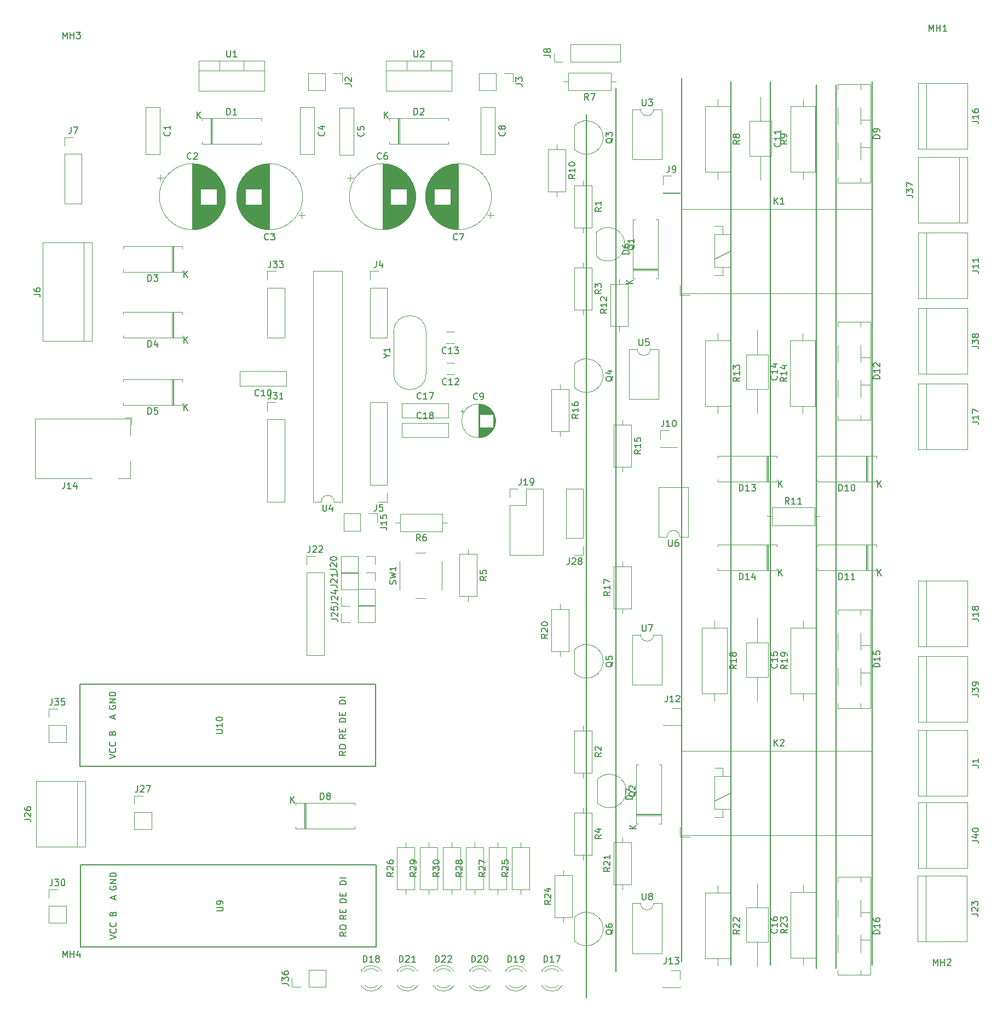
<source format=gto>
G04 #@! TF.GenerationSoftware,KiCad,Pcbnew,(5.0.1)-3*
G04 #@! TF.CreationDate,2018-11-11T15:37:57+05:30*
G04 #@! TF.ProjectId,NDT,4E44542E6B696361645F706362000000,rev?*
G04 #@! TF.SameCoordinates,Original*
G04 #@! TF.FileFunction,Legend,Top*
G04 #@! TF.FilePolarity,Positive*
%FSLAX46Y46*%
G04 Gerber Fmt 4.6, Leading zero omitted, Abs format (unit mm)*
G04 Created by KiCad (PCBNEW (5.0.1)-3) date 11/11/2018 3:37:57 PM*
%MOMM*%
%LPD*%
G01*
G04 APERTURE LIST*
%ADD10C,0.200000*%
%ADD11C,0.120000*%
%ADD12C,0.100000*%
%ADD13C,0.150000*%
G04 APERTURE END LIST*
D10*
X103632000Y-29972000D02*
X103632000Y-166624000D01*
X108204000Y-25908000D02*
X108204000Y-162560000D01*
X118364000Y-24384000D02*
X118364000Y-161036000D01*
X125984000Y-24892000D02*
X125984000Y-161544000D01*
X132080000Y-24892000D02*
X132080000Y-161544000D01*
X139192000Y-25400000D02*
X139192000Y-162052000D01*
X142240000Y-25400000D02*
X142240000Y-162052000D01*
X147828000Y-24892000D02*
X147828000Y-161544000D01*
D11*
G04 #@! TO.C,J20*
X65726000Y-98238000D02*
X65726000Y-100898000D01*
X68326000Y-98238000D02*
X65726000Y-98238000D01*
X68326000Y-100898000D02*
X65726000Y-100898000D01*
X68326000Y-98238000D02*
X68326000Y-100898000D01*
X69596000Y-98238000D02*
X70926000Y-98238000D01*
X70926000Y-98238000D02*
X70926000Y-99568000D01*
G04 #@! TO.C,R4*
X104494000Y-137954000D02*
X101754000Y-137954000D01*
X101754000Y-137954000D02*
X101754000Y-144494000D01*
X101754000Y-144494000D02*
X104494000Y-144494000D01*
X104494000Y-144494000D02*
X104494000Y-137954000D01*
X103124000Y-137184000D02*
X103124000Y-137954000D01*
X103124000Y-145264000D02*
X103124000Y-144494000D01*
G04 #@! TO.C,R15*
X110590000Y-77946500D02*
X107850000Y-77946500D01*
X107850000Y-77946500D02*
X107850000Y-84486500D01*
X107850000Y-84486500D02*
X110590000Y-84486500D01*
X110590000Y-84486500D02*
X110590000Y-77946500D01*
X109220000Y-77176500D02*
X109220000Y-77946500D01*
X109220000Y-85256500D02*
X109220000Y-84486500D01*
G04 #@! TO.C,R3*
X104494000Y-53626000D02*
X101754000Y-53626000D01*
X101754000Y-53626000D02*
X101754000Y-60166000D01*
X101754000Y-60166000D02*
X104494000Y-60166000D01*
X104494000Y-60166000D02*
X104494000Y-53626000D01*
X103124000Y-52856000D02*
X103124000Y-53626000D01*
X103124000Y-60936000D02*
X103124000Y-60166000D01*
D12*
G04 #@! TO.C,K2*
X123444000Y-136144000D02*
X125984000Y-134874000D01*
D11*
X118354000Y-141484000D02*
X147754000Y-141484000D01*
X147754000Y-141484000D02*
X147754000Y-128384000D01*
X147754000Y-128384000D02*
X118354000Y-128384000D01*
X118354000Y-128384000D02*
X118354000Y-141484000D01*
X123444000Y-137414000D02*
X124714000Y-137414000D01*
X123444000Y-132334000D02*
X123444000Y-137414000D01*
X125984000Y-132334000D02*
X123444000Y-132334000D01*
X125984000Y-137414000D02*
X125984000Y-132334000D01*
X124714000Y-137414000D02*
X125984000Y-137414000D01*
X124714000Y-138684000D02*
X124714000Y-137414000D01*
X123444000Y-138684000D02*
X124714000Y-138684000D01*
X124714000Y-131064000D02*
X123444000Y-131064000D01*
X124714000Y-132334000D02*
X124714000Y-131064000D01*
X118154000Y-140184000D02*
X118154000Y-141684000D01*
X118154000Y-141684000D02*
X119654000Y-141684000D01*
G04 #@! TO.C,R23*
X135240000Y-160416400D02*
X139080000Y-160416400D01*
X139080000Y-160416400D02*
X139080000Y-150276400D01*
X139080000Y-150276400D02*
X135240000Y-150276400D01*
X135240000Y-150276400D02*
X135240000Y-160416400D01*
X137160000Y-161526400D02*
X137160000Y-160416400D01*
X137160000Y-149166400D02*
X137160000Y-150276400D01*
G04 #@! TO.C,J11*
X156210000Y-58420000D02*
X156210000Y-48260000D01*
X154940000Y-58420000D02*
X162560000Y-58420000D01*
X162560000Y-58420000D02*
X162560000Y-48260000D01*
X162560000Y-48260000D02*
X154940000Y-48260000D01*
X154940000Y-48260000D02*
X154940000Y-58420000D01*
G04 #@! TO.C,C1*
X37696000Y-36092000D02*
X35456000Y-36092000D01*
X37696000Y-28852000D02*
X35456000Y-28852000D01*
X35456000Y-28852000D02*
X35456000Y-36092000D01*
X37696000Y-28852000D02*
X37696000Y-36092000D01*
G04 #@! TO.C,C2*
X47832000Y-42672000D02*
G75*
G03X47832000Y-42672000I-5120000J0D01*
G01*
X42712000Y-37592000D02*
X42712000Y-47752000D01*
X42752000Y-37592000D02*
X42752000Y-47752000D01*
X42792000Y-37592000D02*
X42792000Y-47752000D01*
X42832000Y-37593000D02*
X42832000Y-47751000D01*
X42872000Y-37594000D02*
X42872000Y-47750000D01*
X42912000Y-37595000D02*
X42912000Y-47749000D01*
X42952000Y-37597000D02*
X42952000Y-47747000D01*
X42992000Y-37599000D02*
X42992000Y-47745000D01*
X43032000Y-37602000D02*
X43032000Y-47742000D01*
X43072000Y-37604000D02*
X43072000Y-47740000D01*
X43112000Y-37607000D02*
X43112000Y-47737000D01*
X43152000Y-37610000D02*
X43152000Y-47734000D01*
X43192000Y-37614000D02*
X43192000Y-47730000D01*
X43232000Y-37618000D02*
X43232000Y-47726000D01*
X43272000Y-37622000D02*
X43272000Y-47722000D01*
X43312000Y-37627000D02*
X43312000Y-47717000D01*
X43352000Y-37632000D02*
X43352000Y-47712000D01*
X43392000Y-37637000D02*
X43392000Y-47707000D01*
X43433000Y-37642000D02*
X43433000Y-47702000D01*
X43473000Y-37648000D02*
X43473000Y-47696000D01*
X43513000Y-37654000D02*
X43513000Y-47690000D01*
X43553000Y-37661000D02*
X43553000Y-47683000D01*
X43593000Y-37668000D02*
X43593000Y-47676000D01*
X43633000Y-37675000D02*
X43633000Y-47669000D01*
X43673000Y-37682000D02*
X43673000Y-47662000D01*
X43713000Y-37690000D02*
X43713000Y-47654000D01*
X43753000Y-37698000D02*
X43753000Y-47646000D01*
X43793000Y-37707000D02*
X43793000Y-47637000D01*
X43833000Y-37716000D02*
X43833000Y-47628000D01*
X43873000Y-37725000D02*
X43873000Y-47619000D01*
X43913000Y-37734000D02*
X43913000Y-47610000D01*
X43953000Y-37744000D02*
X43953000Y-47600000D01*
X43993000Y-37754000D02*
X43993000Y-41431000D01*
X43993000Y-43913000D02*
X43993000Y-47590000D01*
X44033000Y-37765000D02*
X44033000Y-41431000D01*
X44033000Y-43913000D02*
X44033000Y-47579000D01*
X44073000Y-37775000D02*
X44073000Y-41431000D01*
X44073000Y-43913000D02*
X44073000Y-47569000D01*
X44113000Y-37787000D02*
X44113000Y-41431000D01*
X44113000Y-43913000D02*
X44113000Y-47557000D01*
X44153000Y-37798000D02*
X44153000Y-41431000D01*
X44153000Y-43913000D02*
X44153000Y-47546000D01*
X44193000Y-37810000D02*
X44193000Y-41431000D01*
X44193000Y-43913000D02*
X44193000Y-47534000D01*
X44233000Y-37822000D02*
X44233000Y-41431000D01*
X44233000Y-43913000D02*
X44233000Y-47522000D01*
X44273000Y-37835000D02*
X44273000Y-41431000D01*
X44273000Y-43913000D02*
X44273000Y-47509000D01*
X44313000Y-37848000D02*
X44313000Y-41431000D01*
X44313000Y-43913000D02*
X44313000Y-47496000D01*
X44353000Y-37861000D02*
X44353000Y-41431000D01*
X44353000Y-43913000D02*
X44353000Y-47483000D01*
X44393000Y-37875000D02*
X44393000Y-41431000D01*
X44393000Y-43913000D02*
X44393000Y-47469000D01*
X44433000Y-37889000D02*
X44433000Y-41431000D01*
X44433000Y-43913000D02*
X44433000Y-47455000D01*
X44473000Y-37904000D02*
X44473000Y-41431000D01*
X44473000Y-43913000D02*
X44473000Y-47440000D01*
X44513000Y-37918000D02*
X44513000Y-41431000D01*
X44513000Y-43913000D02*
X44513000Y-47426000D01*
X44553000Y-37934000D02*
X44553000Y-41431000D01*
X44553000Y-43913000D02*
X44553000Y-47410000D01*
X44593000Y-37949000D02*
X44593000Y-41431000D01*
X44593000Y-43913000D02*
X44593000Y-47395000D01*
X44633000Y-37965000D02*
X44633000Y-41431000D01*
X44633000Y-43913000D02*
X44633000Y-47379000D01*
X44673000Y-37982000D02*
X44673000Y-41431000D01*
X44673000Y-43913000D02*
X44673000Y-47362000D01*
X44713000Y-37998000D02*
X44713000Y-41431000D01*
X44713000Y-43913000D02*
X44713000Y-47346000D01*
X44753000Y-38015000D02*
X44753000Y-41431000D01*
X44753000Y-43913000D02*
X44753000Y-47329000D01*
X44793000Y-38033000D02*
X44793000Y-41431000D01*
X44793000Y-43913000D02*
X44793000Y-47311000D01*
X44833000Y-38051000D02*
X44833000Y-41431000D01*
X44833000Y-43913000D02*
X44833000Y-47293000D01*
X44873000Y-38069000D02*
X44873000Y-41431000D01*
X44873000Y-43913000D02*
X44873000Y-47275000D01*
X44913000Y-38088000D02*
X44913000Y-41431000D01*
X44913000Y-43913000D02*
X44913000Y-47256000D01*
X44953000Y-38108000D02*
X44953000Y-41431000D01*
X44953000Y-43913000D02*
X44953000Y-47236000D01*
X44993000Y-38127000D02*
X44993000Y-41431000D01*
X44993000Y-43913000D02*
X44993000Y-47217000D01*
X45033000Y-38147000D02*
X45033000Y-41431000D01*
X45033000Y-43913000D02*
X45033000Y-47197000D01*
X45073000Y-38168000D02*
X45073000Y-41431000D01*
X45073000Y-43913000D02*
X45073000Y-47176000D01*
X45113000Y-38189000D02*
X45113000Y-41431000D01*
X45113000Y-43913000D02*
X45113000Y-47155000D01*
X45153000Y-38210000D02*
X45153000Y-41431000D01*
X45153000Y-43913000D02*
X45153000Y-47134000D01*
X45193000Y-38232000D02*
X45193000Y-41431000D01*
X45193000Y-43913000D02*
X45193000Y-47112000D01*
X45233000Y-38255000D02*
X45233000Y-41431000D01*
X45233000Y-43913000D02*
X45233000Y-47089000D01*
X45273000Y-38277000D02*
X45273000Y-41431000D01*
X45273000Y-43913000D02*
X45273000Y-47067000D01*
X45313000Y-38301000D02*
X45313000Y-41431000D01*
X45313000Y-43913000D02*
X45313000Y-47043000D01*
X45353000Y-38325000D02*
X45353000Y-41431000D01*
X45353000Y-43913000D02*
X45353000Y-47019000D01*
X45393000Y-38349000D02*
X45393000Y-41431000D01*
X45393000Y-43913000D02*
X45393000Y-46995000D01*
X45433000Y-38374000D02*
X45433000Y-41431000D01*
X45433000Y-43913000D02*
X45433000Y-46970000D01*
X45473000Y-38399000D02*
X45473000Y-41431000D01*
X45473000Y-43913000D02*
X45473000Y-46945000D01*
X45513000Y-38425000D02*
X45513000Y-41431000D01*
X45513000Y-43913000D02*
X45513000Y-46919000D01*
X45553000Y-38451000D02*
X45553000Y-41431000D01*
X45553000Y-43913000D02*
X45553000Y-46893000D01*
X45593000Y-38478000D02*
X45593000Y-41431000D01*
X45593000Y-43913000D02*
X45593000Y-46866000D01*
X45633000Y-38506000D02*
X45633000Y-41431000D01*
X45633000Y-43913000D02*
X45633000Y-46838000D01*
X45673000Y-38534000D02*
X45673000Y-41431000D01*
X45673000Y-43913000D02*
X45673000Y-46810000D01*
X45713000Y-38562000D02*
X45713000Y-41431000D01*
X45713000Y-43913000D02*
X45713000Y-46782000D01*
X45753000Y-38592000D02*
X45753000Y-41431000D01*
X45753000Y-43913000D02*
X45753000Y-46752000D01*
X45793000Y-38622000D02*
X45793000Y-41431000D01*
X45793000Y-43913000D02*
X45793000Y-46722000D01*
X45833000Y-38652000D02*
X45833000Y-41431000D01*
X45833000Y-43913000D02*
X45833000Y-46692000D01*
X45873000Y-38683000D02*
X45873000Y-41431000D01*
X45873000Y-43913000D02*
X45873000Y-46661000D01*
X45913000Y-38715000D02*
X45913000Y-41431000D01*
X45913000Y-43913000D02*
X45913000Y-46629000D01*
X45953000Y-38747000D02*
X45953000Y-41431000D01*
X45953000Y-43913000D02*
X45953000Y-46597000D01*
X45993000Y-38780000D02*
X45993000Y-41431000D01*
X45993000Y-43913000D02*
X45993000Y-46564000D01*
X46033000Y-38814000D02*
X46033000Y-41431000D01*
X46033000Y-43913000D02*
X46033000Y-46530000D01*
X46073000Y-38848000D02*
X46073000Y-41431000D01*
X46073000Y-43913000D02*
X46073000Y-46496000D01*
X46113000Y-38883000D02*
X46113000Y-41431000D01*
X46113000Y-43913000D02*
X46113000Y-46461000D01*
X46153000Y-38919000D02*
X46153000Y-41431000D01*
X46153000Y-43913000D02*
X46153000Y-46425000D01*
X46193000Y-38956000D02*
X46193000Y-41431000D01*
X46193000Y-43913000D02*
X46193000Y-46388000D01*
X46233000Y-38993000D02*
X46233000Y-41431000D01*
X46233000Y-43913000D02*
X46233000Y-46351000D01*
X46273000Y-39032000D02*
X46273000Y-41431000D01*
X46273000Y-43913000D02*
X46273000Y-46312000D01*
X46313000Y-39071000D02*
X46313000Y-41431000D01*
X46313000Y-43913000D02*
X46313000Y-46273000D01*
X46353000Y-39111000D02*
X46353000Y-41431000D01*
X46353000Y-43913000D02*
X46353000Y-46233000D01*
X46393000Y-39152000D02*
X46393000Y-41431000D01*
X46393000Y-43913000D02*
X46393000Y-46192000D01*
X46433000Y-39194000D02*
X46433000Y-41431000D01*
X46433000Y-43913000D02*
X46433000Y-46150000D01*
X46473000Y-39236000D02*
X46473000Y-46108000D01*
X46513000Y-39280000D02*
X46513000Y-46064000D01*
X46553000Y-39325000D02*
X46553000Y-46019000D01*
X46593000Y-39371000D02*
X46593000Y-45973000D01*
X46633000Y-39418000D02*
X46633000Y-45926000D01*
X46673000Y-39466000D02*
X46673000Y-45878000D01*
X46713000Y-39516000D02*
X46713000Y-45828000D01*
X46753000Y-39566000D02*
X46753000Y-45778000D01*
X46793000Y-39618000D02*
X46793000Y-45726000D01*
X46833000Y-39672000D02*
X46833000Y-45672000D01*
X46873000Y-39727000D02*
X46873000Y-45617000D01*
X46913000Y-39783000D02*
X46913000Y-45561000D01*
X46953000Y-39842000D02*
X46953000Y-45502000D01*
X46993000Y-39902000D02*
X46993000Y-45442000D01*
X47033000Y-39963000D02*
X47033000Y-45381000D01*
X47073000Y-40027000D02*
X47073000Y-45317000D01*
X47113000Y-40093000D02*
X47113000Y-45251000D01*
X47153000Y-40162000D02*
X47153000Y-45182000D01*
X47193000Y-40233000D02*
X47193000Y-45111000D01*
X47233000Y-40307000D02*
X47233000Y-45037000D01*
X47273000Y-40383000D02*
X47273000Y-44961000D01*
X47313000Y-40463000D02*
X47313000Y-44881000D01*
X47353000Y-40547000D02*
X47353000Y-44797000D01*
X47393000Y-40635000D02*
X47393000Y-44709000D01*
X47433000Y-40728000D02*
X47433000Y-44616000D01*
X47473000Y-40826000D02*
X47473000Y-44518000D01*
X47513000Y-40930000D02*
X47513000Y-44414000D01*
X47553000Y-41042000D02*
X47553000Y-44302000D01*
X47593000Y-41162000D02*
X47593000Y-44182000D01*
X47633000Y-41294000D02*
X47633000Y-44050000D01*
X47673000Y-41442000D02*
X47673000Y-43902000D01*
X47713000Y-41610000D02*
X47713000Y-43734000D01*
X47753000Y-41810000D02*
X47753000Y-43534000D01*
X47793000Y-42073000D02*
X47793000Y-43271000D01*
X37232354Y-39797000D02*
X38232354Y-39797000D01*
X37732354Y-39297000D02*
X37732354Y-40297000D01*
G04 #@! TO.C,C3*
X59629646Y-46047000D02*
X59629646Y-45047000D01*
X60129646Y-45547000D02*
X59129646Y-45547000D01*
X49569000Y-43271000D02*
X49569000Y-42073000D01*
X49609000Y-43534000D02*
X49609000Y-41810000D01*
X49649000Y-43734000D02*
X49649000Y-41610000D01*
X49689000Y-43902000D02*
X49689000Y-41442000D01*
X49729000Y-44050000D02*
X49729000Y-41294000D01*
X49769000Y-44182000D02*
X49769000Y-41162000D01*
X49809000Y-44302000D02*
X49809000Y-41042000D01*
X49849000Y-44414000D02*
X49849000Y-40930000D01*
X49889000Y-44518000D02*
X49889000Y-40826000D01*
X49929000Y-44616000D02*
X49929000Y-40728000D01*
X49969000Y-44709000D02*
X49969000Y-40635000D01*
X50009000Y-44797000D02*
X50009000Y-40547000D01*
X50049000Y-44881000D02*
X50049000Y-40463000D01*
X50089000Y-44961000D02*
X50089000Y-40383000D01*
X50129000Y-45037000D02*
X50129000Y-40307000D01*
X50169000Y-45111000D02*
X50169000Y-40233000D01*
X50209000Y-45182000D02*
X50209000Y-40162000D01*
X50249000Y-45251000D02*
X50249000Y-40093000D01*
X50289000Y-45317000D02*
X50289000Y-40027000D01*
X50329000Y-45381000D02*
X50329000Y-39963000D01*
X50369000Y-45442000D02*
X50369000Y-39902000D01*
X50409000Y-45502000D02*
X50409000Y-39842000D01*
X50449000Y-45561000D02*
X50449000Y-39783000D01*
X50489000Y-45617000D02*
X50489000Y-39727000D01*
X50529000Y-45672000D02*
X50529000Y-39672000D01*
X50569000Y-45726000D02*
X50569000Y-39618000D01*
X50609000Y-45778000D02*
X50609000Y-39566000D01*
X50649000Y-45828000D02*
X50649000Y-39516000D01*
X50689000Y-45878000D02*
X50689000Y-39466000D01*
X50729000Y-45926000D02*
X50729000Y-39418000D01*
X50769000Y-45973000D02*
X50769000Y-39371000D01*
X50809000Y-46019000D02*
X50809000Y-39325000D01*
X50849000Y-46064000D02*
X50849000Y-39280000D01*
X50889000Y-46108000D02*
X50889000Y-39236000D01*
X50929000Y-41431000D02*
X50929000Y-39194000D01*
X50929000Y-46150000D02*
X50929000Y-43913000D01*
X50969000Y-41431000D02*
X50969000Y-39152000D01*
X50969000Y-46192000D02*
X50969000Y-43913000D01*
X51009000Y-41431000D02*
X51009000Y-39111000D01*
X51009000Y-46233000D02*
X51009000Y-43913000D01*
X51049000Y-41431000D02*
X51049000Y-39071000D01*
X51049000Y-46273000D02*
X51049000Y-43913000D01*
X51089000Y-41431000D02*
X51089000Y-39032000D01*
X51089000Y-46312000D02*
X51089000Y-43913000D01*
X51129000Y-41431000D02*
X51129000Y-38993000D01*
X51129000Y-46351000D02*
X51129000Y-43913000D01*
X51169000Y-41431000D02*
X51169000Y-38956000D01*
X51169000Y-46388000D02*
X51169000Y-43913000D01*
X51209000Y-41431000D02*
X51209000Y-38919000D01*
X51209000Y-46425000D02*
X51209000Y-43913000D01*
X51249000Y-41431000D02*
X51249000Y-38883000D01*
X51249000Y-46461000D02*
X51249000Y-43913000D01*
X51289000Y-41431000D02*
X51289000Y-38848000D01*
X51289000Y-46496000D02*
X51289000Y-43913000D01*
X51329000Y-41431000D02*
X51329000Y-38814000D01*
X51329000Y-46530000D02*
X51329000Y-43913000D01*
X51369000Y-41431000D02*
X51369000Y-38780000D01*
X51369000Y-46564000D02*
X51369000Y-43913000D01*
X51409000Y-41431000D02*
X51409000Y-38747000D01*
X51409000Y-46597000D02*
X51409000Y-43913000D01*
X51449000Y-41431000D02*
X51449000Y-38715000D01*
X51449000Y-46629000D02*
X51449000Y-43913000D01*
X51489000Y-41431000D02*
X51489000Y-38683000D01*
X51489000Y-46661000D02*
X51489000Y-43913000D01*
X51529000Y-41431000D02*
X51529000Y-38652000D01*
X51529000Y-46692000D02*
X51529000Y-43913000D01*
X51569000Y-41431000D02*
X51569000Y-38622000D01*
X51569000Y-46722000D02*
X51569000Y-43913000D01*
X51609000Y-41431000D02*
X51609000Y-38592000D01*
X51609000Y-46752000D02*
X51609000Y-43913000D01*
X51649000Y-41431000D02*
X51649000Y-38562000D01*
X51649000Y-46782000D02*
X51649000Y-43913000D01*
X51689000Y-41431000D02*
X51689000Y-38534000D01*
X51689000Y-46810000D02*
X51689000Y-43913000D01*
X51729000Y-41431000D02*
X51729000Y-38506000D01*
X51729000Y-46838000D02*
X51729000Y-43913000D01*
X51769000Y-41431000D02*
X51769000Y-38478000D01*
X51769000Y-46866000D02*
X51769000Y-43913000D01*
X51809000Y-41431000D02*
X51809000Y-38451000D01*
X51809000Y-46893000D02*
X51809000Y-43913000D01*
X51849000Y-41431000D02*
X51849000Y-38425000D01*
X51849000Y-46919000D02*
X51849000Y-43913000D01*
X51889000Y-41431000D02*
X51889000Y-38399000D01*
X51889000Y-46945000D02*
X51889000Y-43913000D01*
X51929000Y-41431000D02*
X51929000Y-38374000D01*
X51929000Y-46970000D02*
X51929000Y-43913000D01*
X51969000Y-41431000D02*
X51969000Y-38349000D01*
X51969000Y-46995000D02*
X51969000Y-43913000D01*
X52009000Y-41431000D02*
X52009000Y-38325000D01*
X52009000Y-47019000D02*
X52009000Y-43913000D01*
X52049000Y-41431000D02*
X52049000Y-38301000D01*
X52049000Y-47043000D02*
X52049000Y-43913000D01*
X52089000Y-41431000D02*
X52089000Y-38277000D01*
X52089000Y-47067000D02*
X52089000Y-43913000D01*
X52129000Y-41431000D02*
X52129000Y-38255000D01*
X52129000Y-47089000D02*
X52129000Y-43913000D01*
X52169000Y-41431000D02*
X52169000Y-38232000D01*
X52169000Y-47112000D02*
X52169000Y-43913000D01*
X52209000Y-41431000D02*
X52209000Y-38210000D01*
X52209000Y-47134000D02*
X52209000Y-43913000D01*
X52249000Y-41431000D02*
X52249000Y-38189000D01*
X52249000Y-47155000D02*
X52249000Y-43913000D01*
X52289000Y-41431000D02*
X52289000Y-38168000D01*
X52289000Y-47176000D02*
X52289000Y-43913000D01*
X52329000Y-41431000D02*
X52329000Y-38147000D01*
X52329000Y-47197000D02*
X52329000Y-43913000D01*
X52369000Y-41431000D02*
X52369000Y-38127000D01*
X52369000Y-47217000D02*
X52369000Y-43913000D01*
X52409000Y-41431000D02*
X52409000Y-38108000D01*
X52409000Y-47236000D02*
X52409000Y-43913000D01*
X52449000Y-41431000D02*
X52449000Y-38088000D01*
X52449000Y-47256000D02*
X52449000Y-43913000D01*
X52489000Y-41431000D02*
X52489000Y-38069000D01*
X52489000Y-47275000D02*
X52489000Y-43913000D01*
X52529000Y-41431000D02*
X52529000Y-38051000D01*
X52529000Y-47293000D02*
X52529000Y-43913000D01*
X52569000Y-41431000D02*
X52569000Y-38033000D01*
X52569000Y-47311000D02*
X52569000Y-43913000D01*
X52609000Y-41431000D02*
X52609000Y-38015000D01*
X52609000Y-47329000D02*
X52609000Y-43913000D01*
X52649000Y-41431000D02*
X52649000Y-37998000D01*
X52649000Y-47346000D02*
X52649000Y-43913000D01*
X52689000Y-41431000D02*
X52689000Y-37982000D01*
X52689000Y-47362000D02*
X52689000Y-43913000D01*
X52729000Y-41431000D02*
X52729000Y-37965000D01*
X52729000Y-47379000D02*
X52729000Y-43913000D01*
X52769000Y-41431000D02*
X52769000Y-37949000D01*
X52769000Y-47395000D02*
X52769000Y-43913000D01*
X52809000Y-41431000D02*
X52809000Y-37934000D01*
X52809000Y-47410000D02*
X52809000Y-43913000D01*
X52849000Y-41431000D02*
X52849000Y-37918000D01*
X52849000Y-47426000D02*
X52849000Y-43913000D01*
X52889000Y-41431000D02*
X52889000Y-37904000D01*
X52889000Y-47440000D02*
X52889000Y-43913000D01*
X52929000Y-41431000D02*
X52929000Y-37889000D01*
X52929000Y-47455000D02*
X52929000Y-43913000D01*
X52969000Y-41431000D02*
X52969000Y-37875000D01*
X52969000Y-47469000D02*
X52969000Y-43913000D01*
X53009000Y-41431000D02*
X53009000Y-37861000D01*
X53009000Y-47483000D02*
X53009000Y-43913000D01*
X53049000Y-41431000D02*
X53049000Y-37848000D01*
X53049000Y-47496000D02*
X53049000Y-43913000D01*
X53089000Y-41431000D02*
X53089000Y-37835000D01*
X53089000Y-47509000D02*
X53089000Y-43913000D01*
X53129000Y-41431000D02*
X53129000Y-37822000D01*
X53129000Y-47522000D02*
X53129000Y-43913000D01*
X53169000Y-41431000D02*
X53169000Y-37810000D01*
X53169000Y-47534000D02*
X53169000Y-43913000D01*
X53209000Y-41431000D02*
X53209000Y-37798000D01*
X53209000Y-47546000D02*
X53209000Y-43913000D01*
X53249000Y-41431000D02*
X53249000Y-37787000D01*
X53249000Y-47557000D02*
X53249000Y-43913000D01*
X53289000Y-41431000D02*
X53289000Y-37775000D01*
X53289000Y-47569000D02*
X53289000Y-43913000D01*
X53329000Y-41431000D02*
X53329000Y-37765000D01*
X53329000Y-47579000D02*
X53329000Y-43913000D01*
X53369000Y-41431000D02*
X53369000Y-37754000D01*
X53369000Y-47590000D02*
X53369000Y-43913000D01*
X53409000Y-47600000D02*
X53409000Y-37744000D01*
X53449000Y-47610000D02*
X53449000Y-37734000D01*
X53489000Y-47619000D02*
X53489000Y-37725000D01*
X53529000Y-47628000D02*
X53529000Y-37716000D01*
X53569000Y-47637000D02*
X53569000Y-37707000D01*
X53609000Y-47646000D02*
X53609000Y-37698000D01*
X53649000Y-47654000D02*
X53649000Y-37690000D01*
X53689000Y-47662000D02*
X53689000Y-37682000D01*
X53729000Y-47669000D02*
X53729000Y-37675000D01*
X53769000Y-47676000D02*
X53769000Y-37668000D01*
X53809000Y-47683000D02*
X53809000Y-37661000D01*
X53849000Y-47690000D02*
X53849000Y-37654000D01*
X53889000Y-47696000D02*
X53889000Y-37648000D01*
X53929000Y-47702000D02*
X53929000Y-37642000D01*
X53970000Y-47707000D02*
X53970000Y-37637000D01*
X54010000Y-47712000D02*
X54010000Y-37632000D01*
X54050000Y-47717000D02*
X54050000Y-37627000D01*
X54090000Y-47722000D02*
X54090000Y-37622000D01*
X54130000Y-47726000D02*
X54130000Y-37618000D01*
X54170000Y-47730000D02*
X54170000Y-37614000D01*
X54210000Y-47734000D02*
X54210000Y-37610000D01*
X54250000Y-47737000D02*
X54250000Y-37607000D01*
X54290000Y-47740000D02*
X54290000Y-37604000D01*
X54330000Y-47742000D02*
X54330000Y-37602000D01*
X54370000Y-47745000D02*
X54370000Y-37599000D01*
X54410000Y-47747000D02*
X54410000Y-37597000D01*
X54450000Y-47749000D02*
X54450000Y-37595000D01*
X54490000Y-47750000D02*
X54490000Y-37594000D01*
X54530000Y-47751000D02*
X54530000Y-37593000D01*
X54570000Y-47752000D02*
X54570000Y-37592000D01*
X54610000Y-47752000D02*
X54610000Y-37592000D01*
X54650000Y-47752000D02*
X54650000Y-37592000D01*
X59770000Y-42672000D02*
G75*
G03X59770000Y-42672000I-5120000J0D01*
G01*
G04 #@! TO.C,C4*
X61572000Y-36092000D02*
X59332000Y-36092000D01*
X61572000Y-28852000D02*
X59332000Y-28852000D01*
X59332000Y-28852000D02*
X59332000Y-36092000D01*
X61572000Y-28852000D02*
X61572000Y-36092000D01*
G04 #@! TO.C,C5*
X67668000Y-28932000D02*
X67668000Y-36172000D01*
X65428000Y-28932000D02*
X65428000Y-36172000D01*
X67668000Y-28932000D02*
X65428000Y-28932000D01*
X67668000Y-36172000D02*
X65428000Y-36172000D01*
G04 #@! TO.C,C6*
X77216000Y-42672000D02*
G75*
G03X77216000Y-42672000I-5120000J0D01*
G01*
X72096000Y-37592000D02*
X72096000Y-47752000D01*
X72136000Y-37592000D02*
X72136000Y-47752000D01*
X72176000Y-37592000D02*
X72176000Y-47752000D01*
X72216000Y-37593000D02*
X72216000Y-47751000D01*
X72256000Y-37594000D02*
X72256000Y-47750000D01*
X72296000Y-37595000D02*
X72296000Y-47749000D01*
X72336000Y-37597000D02*
X72336000Y-47747000D01*
X72376000Y-37599000D02*
X72376000Y-47745000D01*
X72416000Y-37602000D02*
X72416000Y-47742000D01*
X72456000Y-37604000D02*
X72456000Y-47740000D01*
X72496000Y-37607000D02*
X72496000Y-47737000D01*
X72536000Y-37610000D02*
X72536000Y-47734000D01*
X72576000Y-37614000D02*
X72576000Y-47730000D01*
X72616000Y-37618000D02*
X72616000Y-47726000D01*
X72656000Y-37622000D02*
X72656000Y-47722000D01*
X72696000Y-37627000D02*
X72696000Y-47717000D01*
X72736000Y-37632000D02*
X72736000Y-47712000D01*
X72776000Y-37637000D02*
X72776000Y-47707000D01*
X72817000Y-37642000D02*
X72817000Y-47702000D01*
X72857000Y-37648000D02*
X72857000Y-47696000D01*
X72897000Y-37654000D02*
X72897000Y-47690000D01*
X72937000Y-37661000D02*
X72937000Y-47683000D01*
X72977000Y-37668000D02*
X72977000Y-47676000D01*
X73017000Y-37675000D02*
X73017000Y-47669000D01*
X73057000Y-37682000D02*
X73057000Y-47662000D01*
X73097000Y-37690000D02*
X73097000Y-47654000D01*
X73137000Y-37698000D02*
X73137000Y-47646000D01*
X73177000Y-37707000D02*
X73177000Y-47637000D01*
X73217000Y-37716000D02*
X73217000Y-47628000D01*
X73257000Y-37725000D02*
X73257000Y-47619000D01*
X73297000Y-37734000D02*
X73297000Y-47610000D01*
X73337000Y-37744000D02*
X73337000Y-47600000D01*
X73377000Y-37754000D02*
X73377000Y-41431000D01*
X73377000Y-43913000D02*
X73377000Y-47590000D01*
X73417000Y-37765000D02*
X73417000Y-41431000D01*
X73417000Y-43913000D02*
X73417000Y-47579000D01*
X73457000Y-37775000D02*
X73457000Y-41431000D01*
X73457000Y-43913000D02*
X73457000Y-47569000D01*
X73497000Y-37787000D02*
X73497000Y-41431000D01*
X73497000Y-43913000D02*
X73497000Y-47557000D01*
X73537000Y-37798000D02*
X73537000Y-41431000D01*
X73537000Y-43913000D02*
X73537000Y-47546000D01*
X73577000Y-37810000D02*
X73577000Y-41431000D01*
X73577000Y-43913000D02*
X73577000Y-47534000D01*
X73617000Y-37822000D02*
X73617000Y-41431000D01*
X73617000Y-43913000D02*
X73617000Y-47522000D01*
X73657000Y-37835000D02*
X73657000Y-41431000D01*
X73657000Y-43913000D02*
X73657000Y-47509000D01*
X73697000Y-37848000D02*
X73697000Y-41431000D01*
X73697000Y-43913000D02*
X73697000Y-47496000D01*
X73737000Y-37861000D02*
X73737000Y-41431000D01*
X73737000Y-43913000D02*
X73737000Y-47483000D01*
X73777000Y-37875000D02*
X73777000Y-41431000D01*
X73777000Y-43913000D02*
X73777000Y-47469000D01*
X73817000Y-37889000D02*
X73817000Y-41431000D01*
X73817000Y-43913000D02*
X73817000Y-47455000D01*
X73857000Y-37904000D02*
X73857000Y-41431000D01*
X73857000Y-43913000D02*
X73857000Y-47440000D01*
X73897000Y-37918000D02*
X73897000Y-41431000D01*
X73897000Y-43913000D02*
X73897000Y-47426000D01*
X73937000Y-37934000D02*
X73937000Y-41431000D01*
X73937000Y-43913000D02*
X73937000Y-47410000D01*
X73977000Y-37949000D02*
X73977000Y-41431000D01*
X73977000Y-43913000D02*
X73977000Y-47395000D01*
X74017000Y-37965000D02*
X74017000Y-41431000D01*
X74017000Y-43913000D02*
X74017000Y-47379000D01*
X74057000Y-37982000D02*
X74057000Y-41431000D01*
X74057000Y-43913000D02*
X74057000Y-47362000D01*
X74097000Y-37998000D02*
X74097000Y-41431000D01*
X74097000Y-43913000D02*
X74097000Y-47346000D01*
X74137000Y-38015000D02*
X74137000Y-41431000D01*
X74137000Y-43913000D02*
X74137000Y-47329000D01*
X74177000Y-38033000D02*
X74177000Y-41431000D01*
X74177000Y-43913000D02*
X74177000Y-47311000D01*
X74217000Y-38051000D02*
X74217000Y-41431000D01*
X74217000Y-43913000D02*
X74217000Y-47293000D01*
X74257000Y-38069000D02*
X74257000Y-41431000D01*
X74257000Y-43913000D02*
X74257000Y-47275000D01*
X74297000Y-38088000D02*
X74297000Y-41431000D01*
X74297000Y-43913000D02*
X74297000Y-47256000D01*
X74337000Y-38108000D02*
X74337000Y-41431000D01*
X74337000Y-43913000D02*
X74337000Y-47236000D01*
X74377000Y-38127000D02*
X74377000Y-41431000D01*
X74377000Y-43913000D02*
X74377000Y-47217000D01*
X74417000Y-38147000D02*
X74417000Y-41431000D01*
X74417000Y-43913000D02*
X74417000Y-47197000D01*
X74457000Y-38168000D02*
X74457000Y-41431000D01*
X74457000Y-43913000D02*
X74457000Y-47176000D01*
X74497000Y-38189000D02*
X74497000Y-41431000D01*
X74497000Y-43913000D02*
X74497000Y-47155000D01*
X74537000Y-38210000D02*
X74537000Y-41431000D01*
X74537000Y-43913000D02*
X74537000Y-47134000D01*
X74577000Y-38232000D02*
X74577000Y-41431000D01*
X74577000Y-43913000D02*
X74577000Y-47112000D01*
X74617000Y-38255000D02*
X74617000Y-41431000D01*
X74617000Y-43913000D02*
X74617000Y-47089000D01*
X74657000Y-38277000D02*
X74657000Y-41431000D01*
X74657000Y-43913000D02*
X74657000Y-47067000D01*
X74697000Y-38301000D02*
X74697000Y-41431000D01*
X74697000Y-43913000D02*
X74697000Y-47043000D01*
X74737000Y-38325000D02*
X74737000Y-41431000D01*
X74737000Y-43913000D02*
X74737000Y-47019000D01*
X74777000Y-38349000D02*
X74777000Y-41431000D01*
X74777000Y-43913000D02*
X74777000Y-46995000D01*
X74817000Y-38374000D02*
X74817000Y-41431000D01*
X74817000Y-43913000D02*
X74817000Y-46970000D01*
X74857000Y-38399000D02*
X74857000Y-41431000D01*
X74857000Y-43913000D02*
X74857000Y-46945000D01*
X74897000Y-38425000D02*
X74897000Y-41431000D01*
X74897000Y-43913000D02*
X74897000Y-46919000D01*
X74937000Y-38451000D02*
X74937000Y-41431000D01*
X74937000Y-43913000D02*
X74937000Y-46893000D01*
X74977000Y-38478000D02*
X74977000Y-41431000D01*
X74977000Y-43913000D02*
X74977000Y-46866000D01*
X75017000Y-38506000D02*
X75017000Y-41431000D01*
X75017000Y-43913000D02*
X75017000Y-46838000D01*
X75057000Y-38534000D02*
X75057000Y-41431000D01*
X75057000Y-43913000D02*
X75057000Y-46810000D01*
X75097000Y-38562000D02*
X75097000Y-41431000D01*
X75097000Y-43913000D02*
X75097000Y-46782000D01*
X75137000Y-38592000D02*
X75137000Y-41431000D01*
X75137000Y-43913000D02*
X75137000Y-46752000D01*
X75177000Y-38622000D02*
X75177000Y-41431000D01*
X75177000Y-43913000D02*
X75177000Y-46722000D01*
X75217000Y-38652000D02*
X75217000Y-41431000D01*
X75217000Y-43913000D02*
X75217000Y-46692000D01*
X75257000Y-38683000D02*
X75257000Y-41431000D01*
X75257000Y-43913000D02*
X75257000Y-46661000D01*
X75297000Y-38715000D02*
X75297000Y-41431000D01*
X75297000Y-43913000D02*
X75297000Y-46629000D01*
X75337000Y-38747000D02*
X75337000Y-41431000D01*
X75337000Y-43913000D02*
X75337000Y-46597000D01*
X75377000Y-38780000D02*
X75377000Y-41431000D01*
X75377000Y-43913000D02*
X75377000Y-46564000D01*
X75417000Y-38814000D02*
X75417000Y-41431000D01*
X75417000Y-43913000D02*
X75417000Y-46530000D01*
X75457000Y-38848000D02*
X75457000Y-41431000D01*
X75457000Y-43913000D02*
X75457000Y-46496000D01*
X75497000Y-38883000D02*
X75497000Y-41431000D01*
X75497000Y-43913000D02*
X75497000Y-46461000D01*
X75537000Y-38919000D02*
X75537000Y-41431000D01*
X75537000Y-43913000D02*
X75537000Y-46425000D01*
X75577000Y-38956000D02*
X75577000Y-41431000D01*
X75577000Y-43913000D02*
X75577000Y-46388000D01*
X75617000Y-38993000D02*
X75617000Y-41431000D01*
X75617000Y-43913000D02*
X75617000Y-46351000D01*
X75657000Y-39032000D02*
X75657000Y-41431000D01*
X75657000Y-43913000D02*
X75657000Y-46312000D01*
X75697000Y-39071000D02*
X75697000Y-41431000D01*
X75697000Y-43913000D02*
X75697000Y-46273000D01*
X75737000Y-39111000D02*
X75737000Y-41431000D01*
X75737000Y-43913000D02*
X75737000Y-46233000D01*
X75777000Y-39152000D02*
X75777000Y-41431000D01*
X75777000Y-43913000D02*
X75777000Y-46192000D01*
X75817000Y-39194000D02*
X75817000Y-41431000D01*
X75817000Y-43913000D02*
X75817000Y-46150000D01*
X75857000Y-39236000D02*
X75857000Y-46108000D01*
X75897000Y-39280000D02*
X75897000Y-46064000D01*
X75937000Y-39325000D02*
X75937000Y-46019000D01*
X75977000Y-39371000D02*
X75977000Y-45973000D01*
X76017000Y-39418000D02*
X76017000Y-45926000D01*
X76057000Y-39466000D02*
X76057000Y-45878000D01*
X76097000Y-39516000D02*
X76097000Y-45828000D01*
X76137000Y-39566000D02*
X76137000Y-45778000D01*
X76177000Y-39618000D02*
X76177000Y-45726000D01*
X76217000Y-39672000D02*
X76217000Y-45672000D01*
X76257000Y-39727000D02*
X76257000Y-45617000D01*
X76297000Y-39783000D02*
X76297000Y-45561000D01*
X76337000Y-39842000D02*
X76337000Y-45502000D01*
X76377000Y-39902000D02*
X76377000Y-45442000D01*
X76417000Y-39963000D02*
X76417000Y-45381000D01*
X76457000Y-40027000D02*
X76457000Y-45317000D01*
X76497000Y-40093000D02*
X76497000Y-45251000D01*
X76537000Y-40162000D02*
X76537000Y-45182000D01*
X76577000Y-40233000D02*
X76577000Y-45111000D01*
X76617000Y-40307000D02*
X76617000Y-45037000D01*
X76657000Y-40383000D02*
X76657000Y-44961000D01*
X76697000Y-40463000D02*
X76697000Y-44881000D01*
X76737000Y-40547000D02*
X76737000Y-44797000D01*
X76777000Y-40635000D02*
X76777000Y-44709000D01*
X76817000Y-40728000D02*
X76817000Y-44616000D01*
X76857000Y-40826000D02*
X76857000Y-44518000D01*
X76897000Y-40930000D02*
X76897000Y-44414000D01*
X76937000Y-41042000D02*
X76937000Y-44302000D01*
X76977000Y-41162000D02*
X76977000Y-44182000D01*
X77017000Y-41294000D02*
X77017000Y-44050000D01*
X77057000Y-41442000D02*
X77057000Y-43902000D01*
X77097000Y-41610000D02*
X77097000Y-43734000D01*
X77137000Y-41810000D02*
X77137000Y-43534000D01*
X77177000Y-42073000D02*
X77177000Y-43271000D01*
X66616354Y-39797000D02*
X67616354Y-39797000D01*
X67116354Y-39297000D02*
X67116354Y-40297000D01*
G04 #@! TO.C,C7*
X88839646Y-46047000D02*
X88839646Y-45047000D01*
X89339646Y-45547000D02*
X88339646Y-45547000D01*
X78779000Y-43271000D02*
X78779000Y-42073000D01*
X78819000Y-43534000D02*
X78819000Y-41810000D01*
X78859000Y-43734000D02*
X78859000Y-41610000D01*
X78899000Y-43902000D02*
X78899000Y-41442000D01*
X78939000Y-44050000D02*
X78939000Y-41294000D01*
X78979000Y-44182000D02*
X78979000Y-41162000D01*
X79019000Y-44302000D02*
X79019000Y-41042000D01*
X79059000Y-44414000D02*
X79059000Y-40930000D01*
X79099000Y-44518000D02*
X79099000Y-40826000D01*
X79139000Y-44616000D02*
X79139000Y-40728000D01*
X79179000Y-44709000D02*
X79179000Y-40635000D01*
X79219000Y-44797000D02*
X79219000Y-40547000D01*
X79259000Y-44881000D02*
X79259000Y-40463000D01*
X79299000Y-44961000D02*
X79299000Y-40383000D01*
X79339000Y-45037000D02*
X79339000Y-40307000D01*
X79379000Y-45111000D02*
X79379000Y-40233000D01*
X79419000Y-45182000D02*
X79419000Y-40162000D01*
X79459000Y-45251000D02*
X79459000Y-40093000D01*
X79499000Y-45317000D02*
X79499000Y-40027000D01*
X79539000Y-45381000D02*
X79539000Y-39963000D01*
X79579000Y-45442000D02*
X79579000Y-39902000D01*
X79619000Y-45502000D02*
X79619000Y-39842000D01*
X79659000Y-45561000D02*
X79659000Y-39783000D01*
X79699000Y-45617000D02*
X79699000Y-39727000D01*
X79739000Y-45672000D02*
X79739000Y-39672000D01*
X79779000Y-45726000D02*
X79779000Y-39618000D01*
X79819000Y-45778000D02*
X79819000Y-39566000D01*
X79859000Y-45828000D02*
X79859000Y-39516000D01*
X79899000Y-45878000D02*
X79899000Y-39466000D01*
X79939000Y-45926000D02*
X79939000Y-39418000D01*
X79979000Y-45973000D02*
X79979000Y-39371000D01*
X80019000Y-46019000D02*
X80019000Y-39325000D01*
X80059000Y-46064000D02*
X80059000Y-39280000D01*
X80099000Y-46108000D02*
X80099000Y-39236000D01*
X80139000Y-41431000D02*
X80139000Y-39194000D01*
X80139000Y-46150000D02*
X80139000Y-43913000D01*
X80179000Y-41431000D02*
X80179000Y-39152000D01*
X80179000Y-46192000D02*
X80179000Y-43913000D01*
X80219000Y-41431000D02*
X80219000Y-39111000D01*
X80219000Y-46233000D02*
X80219000Y-43913000D01*
X80259000Y-41431000D02*
X80259000Y-39071000D01*
X80259000Y-46273000D02*
X80259000Y-43913000D01*
X80299000Y-41431000D02*
X80299000Y-39032000D01*
X80299000Y-46312000D02*
X80299000Y-43913000D01*
X80339000Y-41431000D02*
X80339000Y-38993000D01*
X80339000Y-46351000D02*
X80339000Y-43913000D01*
X80379000Y-41431000D02*
X80379000Y-38956000D01*
X80379000Y-46388000D02*
X80379000Y-43913000D01*
X80419000Y-41431000D02*
X80419000Y-38919000D01*
X80419000Y-46425000D02*
X80419000Y-43913000D01*
X80459000Y-41431000D02*
X80459000Y-38883000D01*
X80459000Y-46461000D02*
X80459000Y-43913000D01*
X80499000Y-41431000D02*
X80499000Y-38848000D01*
X80499000Y-46496000D02*
X80499000Y-43913000D01*
X80539000Y-41431000D02*
X80539000Y-38814000D01*
X80539000Y-46530000D02*
X80539000Y-43913000D01*
X80579000Y-41431000D02*
X80579000Y-38780000D01*
X80579000Y-46564000D02*
X80579000Y-43913000D01*
X80619000Y-41431000D02*
X80619000Y-38747000D01*
X80619000Y-46597000D02*
X80619000Y-43913000D01*
X80659000Y-41431000D02*
X80659000Y-38715000D01*
X80659000Y-46629000D02*
X80659000Y-43913000D01*
X80699000Y-41431000D02*
X80699000Y-38683000D01*
X80699000Y-46661000D02*
X80699000Y-43913000D01*
X80739000Y-41431000D02*
X80739000Y-38652000D01*
X80739000Y-46692000D02*
X80739000Y-43913000D01*
X80779000Y-41431000D02*
X80779000Y-38622000D01*
X80779000Y-46722000D02*
X80779000Y-43913000D01*
X80819000Y-41431000D02*
X80819000Y-38592000D01*
X80819000Y-46752000D02*
X80819000Y-43913000D01*
X80859000Y-41431000D02*
X80859000Y-38562000D01*
X80859000Y-46782000D02*
X80859000Y-43913000D01*
X80899000Y-41431000D02*
X80899000Y-38534000D01*
X80899000Y-46810000D02*
X80899000Y-43913000D01*
X80939000Y-41431000D02*
X80939000Y-38506000D01*
X80939000Y-46838000D02*
X80939000Y-43913000D01*
X80979000Y-41431000D02*
X80979000Y-38478000D01*
X80979000Y-46866000D02*
X80979000Y-43913000D01*
X81019000Y-41431000D02*
X81019000Y-38451000D01*
X81019000Y-46893000D02*
X81019000Y-43913000D01*
X81059000Y-41431000D02*
X81059000Y-38425000D01*
X81059000Y-46919000D02*
X81059000Y-43913000D01*
X81099000Y-41431000D02*
X81099000Y-38399000D01*
X81099000Y-46945000D02*
X81099000Y-43913000D01*
X81139000Y-41431000D02*
X81139000Y-38374000D01*
X81139000Y-46970000D02*
X81139000Y-43913000D01*
X81179000Y-41431000D02*
X81179000Y-38349000D01*
X81179000Y-46995000D02*
X81179000Y-43913000D01*
X81219000Y-41431000D02*
X81219000Y-38325000D01*
X81219000Y-47019000D02*
X81219000Y-43913000D01*
X81259000Y-41431000D02*
X81259000Y-38301000D01*
X81259000Y-47043000D02*
X81259000Y-43913000D01*
X81299000Y-41431000D02*
X81299000Y-38277000D01*
X81299000Y-47067000D02*
X81299000Y-43913000D01*
X81339000Y-41431000D02*
X81339000Y-38255000D01*
X81339000Y-47089000D02*
X81339000Y-43913000D01*
X81379000Y-41431000D02*
X81379000Y-38232000D01*
X81379000Y-47112000D02*
X81379000Y-43913000D01*
X81419000Y-41431000D02*
X81419000Y-38210000D01*
X81419000Y-47134000D02*
X81419000Y-43913000D01*
X81459000Y-41431000D02*
X81459000Y-38189000D01*
X81459000Y-47155000D02*
X81459000Y-43913000D01*
X81499000Y-41431000D02*
X81499000Y-38168000D01*
X81499000Y-47176000D02*
X81499000Y-43913000D01*
X81539000Y-41431000D02*
X81539000Y-38147000D01*
X81539000Y-47197000D02*
X81539000Y-43913000D01*
X81579000Y-41431000D02*
X81579000Y-38127000D01*
X81579000Y-47217000D02*
X81579000Y-43913000D01*
X81619000Y-41431000D02*
X81619000Y-38108000D01*
X81619000Y-47236000D02*
X81619000Y-43913000D01*
X81659000Y-41431000D02*
X81659000Y-38088000D01*
X81659000Y-47256000D02*
X81659000Y-43913000D01*
X81699000Y-41431000D02*
X81699000Y-38069000D01*
X81699000Y-47275000D02*
X81699000Y-43913000D01*
X81739000Y-41431000D02*
X81739000Y-38051000D01*
X81739000Y-47293000D02*
X81739000Y-43913000D01*
X81779000Y-41431000D02*
X81779000Y-38033000D01*
X81779000Y-47311000D02*
X81779000Y-43913000D01*
X81819000Y-41431000D02*
X81819000Y-38015000D01*
X81819000Y-47329000D02*
X81819000Y-43913000D01*
X81859000Y-41431000D02*
X81859000Y-37998000D01*
X81859000Y-47346000D02*
X81859000Y-43913000D01*
X81899000Y-41431000D02*
X81899000Y-37982000D01*
X81899000Y-47362000D02*
X81899000Y-43913000D01*
X81939000Y-41431000D02*
X81939000Y-37965000D01*
X81939000Y-47379000D02*
X81939000Y-43913000D01*
X81979000Y-41431000D02*
X81979000Y-37949000D01*
X81979000Y-47395000D02*
X81979000Y-43913000D01*
X82019000Y-41431000D02*
X82019000Y-37934000D01*
X82019000Y-47410000D02*
X82019000Y-43913000D01*
X82059000Y-41431000D02*
X82059000Y-37918000D01*
X82059000Y-47426000D02*
X82059000Y-43913000D01*
X82099000Y-41431000D02*
X82099000Y-37904000D01*
X82099000Y-47440000D02*
X82099000Y-43913000D01*
X82139000Y-41431000D02*
X82139000Y-37889000D01*
X82139000Y-47455000D02*
X82139000Y-43913000D01*
X82179000Y-41431000D02*
X82179000Y-37875000D01*
X82179000Y-47469000D02*
X82179000Y-43913000D01*
X82219000Y-41431000D02*
X82219000Y-37861000D01*
X82219000Y-47483000D02*
X82219000Y-43913000D01*
X82259000Y-41431000D02*
X82259000Y-37848000D01*
X82259000Y-47496000D02*
X82259000Y-43913000D01*
X82299000Y-41431000D02*
X82299000Y-37835000D01*
X82299000Y-47509000D02*
X82299000Y-43913000D01*
X82339000Y-41431000D02*
X82339000Y-37822000D01*
X82339000Y-47522000D02*
X82339000Y-43913000D01*
X82379000Y-41431000D02*
X82379000Y-37810000D01*
X82379000Y-47534000D02*
X82379000Y-43913000D01*
X82419000Y-41431000D02*
X82419000Y-37798000D01*
X82419000Y-47546000D02*
X82419000Y-43913000D01*
X82459000Y-41431000D02*
X82459000Y-37787000D01*
X82459000Y-47557000D02*
X82459000Y-43913000D01*
X82499000Y-41431000D02*
X82499000Y-37775000D01*
X82499000Y-47569000D02*
X82499000Y-43913000D01*
X82539000Y-41431000D02*
X82539000Y-37765000D01*
X82539000Y-47579000D02*
X82539000Y-43913000D01*
X82579000Y-41431000D02*
X82579000Y-37754000D01*
X82579000Y-47590000D02*
X82579000Y-43913000D01*
X82619000Y-47600000D02*
X82619000Y-37744000D01*
X82659000Y-47610000D02*
X82659000Y-37734000D01*
X82699000Y-47619000D02*
X82699000Y-37725000D01*
X82739000Y-47628000D02*
X82739000Y-37716000D01*
X82779000Y-47637000D02*
X82779000Y-37707000D01*
X82819000Y-47646000D02*
X82819000Y-37698000D01*
X82859000Y-47654000D02*
X82859000Y-37690000D01*
X82899000Y-47662000D02*
X82899000Y-37682000D01*
X82939000Y-47669000D02*
X82939000Y-37675000D01*
X82979000Y-47676000D02*
X82979000Y-37668000D01*
X83019000Y-47683000D02*
X83019000Y-37661000D01*
X83059000Y-47690000D02*
X83059000Y-37654000D01*
X83099000Y-47696000D02*
X83099000Y-37648000D01*
X83139000Y-47702000D02*
X83139000Y-37642000D01*
X83180000Y-47707000D02*
X83180000Y-37637000D01*
X83220000Y-47712000D02*
X83220000Y-37632000D01*
X83260000Y-47717000D02*
X83260000Y-37627000D01*
X83300000Y-47722000D02*
X83300000Y-37622000D01*
X83340000Y-47726000D02*
X83340000Y-37618000D01*
X83380000Y-47730000D02*
X83380000Y-37614000D01*
X83420000Y-47734000D02*
X83420000Y-37610000D01*
X83460000Y-47737000D02*
X83460000Y-37607000D01*
X83500000Y-47740000D02*
X83500000Y-37604000D01*
X83540000Y-47742000D02*
X83540000Y-37602000D01*
X83580000Y-47745000D02*
X83580000Y-37599000D01*
X83620000Y-47747000D02*
X83620000Y-37597000D01*
X83660000Y-47749000D02*
X83660000Y-37595000D01*
X83700000Y-47750000D02*
X83700000Y-37594000D01*
X83740000Y-47751000D02*
X83740000Y-37593000D01*
X83780000Y-47752000D02*
X83780000Y-37592000D01*
X83820000Y-47752000D02*
X83820000Y-37592000D01*
X83860000Y-47752000D02*
X83860000Y-37592000D01*
X88980000Y-42672000D02*
G75*
G03X88980000Y-42672000I-5120000J0D01*
G01*
G04 #@! TO.C,C8*
X89512000Y-28852000D02*
X89512000Y-36092000D01*
X87272000Y-28852000D02*
X87272000Y-36092000D01*
X89512000Y-28852000D02*
X87272000Y-28852000D01*
X89512000Y-36092000D02*
X87272000Y-36092000D01*
G04 #@! TO.C,C10*
X57254000Y-71922500D02*
X50014000Y-71922500D01*
X57254000Y-69682500D02*
X50014000Y-69682500D01*
X57254000Y-71922500D02*
X57254000Y-69682500D01*
X50014000Y-71922500D02*
X50014000Y-69682500D01*
G04 #@! TO.C,C11*
X132226000Y-31002160D02*
X128886000Y-31002160D01*
X128886000Y-31002160D02*
X128886000Y-36342160D01*
X128886000Y-36342160D02*
X132226000Y-36342160D01*
X132226000Y-36342160D02*
X132226000Y-31002160D01*
X130556000Y-27212160D02*
X130556000Y-31002160D01*
X130556000Y-40132160D02*
X130556000Y-36342160D01*
G04 #@! TO.C,C12*
X83262500Y-70198500D02*
X82004500Y-70198500D01*
X83262500Y-68358500D02*
X82004500Y-68358500D01*
G04 #@! TO.C,C13*
X83222500Y-63532500D02*
X81964500Y-63532500D01*
X83222500Y-65372500D02*
X81964500Y-65372500D01*
G04 #@! TO.C,C14*
X130048000Y-76215400D02*
X130048000Y-72425400D01*
X130048000Y-63295400D02*
X130048000Y-67085400D01*
X131718000Y-72425400D02*
X131718000Y-67085400D01*
X128378000Y-72425400D02*
X131718000Y-72425400D01*
X128378000Y-67085400D02*
X128378000Y-72425400D01*
X131718000Y-67085400D02*
X128378000Y-67085400D01*
G04 #@! TO.C,C15*
X131718000Y-111662400D02*
X128378000Y-111662400D01*
X128378000Y-111662400D02*
X128378000Y-117002400D01*
X128378000Y-117002400D02*
X131718000Y-117002400D01*
X131718000Y-117002400D02*
X131718000Y-111662400D01*
X130048000Y-107872400D02*
X130048000Y-111662400D01*
X130048000Y-120792400D02*
X130048000Y-117002400D01*
G04 #@! TO.C,C16*
X131718000Y-152658000D02*
X128378000Y-152658000D01*
X128378000Y-152658000D02*
X128378000Y-157998000D01*
X128378000Y-157998000D02*
X131718000Y-157998000D01*
X131718000Y-157998000D02*
X131718000Y-152658000D01*
X130048000Y-148868000D02*
X130048000Y-152658000D01*
X130048000Y-161788000D02*
X130048000Y-157998000D01*
G04 #@! TO.C,C17*
X75080000Y-74635500D02*
X82320000Y-74635500D01*
X75080000Y-76875500D02*
X82320000Y-76875500D01*
X75080000Y-74635500D02*
X75080000Y-76875500D01*
X82320000Y-74635500D02*
X82320000Y-76875500D01*
G04 #@! TO.C,C18*
X82320000Y-77683500D02*
X82320000Y-79923500D01*
X75080000Y-77683500D02*
X75080000Y-79923500D01*
X75080000Y-79923500D02*
X82320000Y-79923500D01*
X75080000Y-77683500D02*
X82320000Y-77683500D01*
G04 #@! TO.C,D1*
X45533000Y-30542000D02*
X45533000Y-34482000D01*
X45773000Y-30542000D02*
X45773000Y-34482000D01*
X45653000Y-30542000D02*
X45653000Y-34482000D01*
X53338000Y-34482000D02*
X53338000Y-34152000D01*
X44198000Y-34482000D02*
X53338000Y-34482000D01*
X44198000Y-34152000D02*
X44198000Y-34482000D01*
X53338000Y-30542000D02*
X53338000Y-30872000D01*
X44198000Y-30542000D02*
X53338000Y-30542000D01*
X44198000Y-30872000D02*
X44198000Y-30542000D01*
G04 #@! TO.C,D2*
X73154000Y-30872000D02*
X73154000Y-30542000D01*
X73154000Y-30542000D02*
X82294000Y-30542000D01*
X82294000Y-30542000D02*
X82294000Y-30872000D01*
X73154000Y-34152000D02*
X73154000Y-34482000D01*
X73154000Y-34482000D02*
X82294000Y-34482000D01*
X82294000Y-34482000D02*
X82294000Y-34152000D01*
X74609000Y-30542000D02*
X74609000Y-34482000D01*
X74729000Y-30542000D02*
X74729000Y-34482000D01*
X74489000Y-30542000D02*
X74489000Y-34482000D01*
G04 #@! TO.C,D3*
X39811000Y-54294000D02*
X39811000Y-50354000D01*
X39571000Y-54294000D02*
X39571000Y-50354000D01*
X39691000Y-54294000D02*
X39691000Y-50354000D01*
X32006000Y-50354000D02*
X32006000Y-50684000D01*
X41146000Y-50354000D02*
X32006000Y-50354000D01*
X41146000Y-50684000D02*
X41146000Y-50354000D01*
X32006000Y-54294000D02*
X32006000Y-53964000D01*
X41146000Y-54294000D02*
X32006000Y-54294000D01*
X41146000Y-53964000D02*
X41146000Y-54294000D01*
G04 #@! TO.C,D4*
X39811000Y-64454000D02*
X39811000Y-60514000D01*
X39571000Y-64454000D02*
X39571000Y-60514000D01*
X39691000Y-64454000D02*
X39691000Y-60514000D01*
X32006000Y-60514000D02*
X32006000Y-60844000D01*
X41146000Y-60514000D02*
X32006000Y-60514000D01*
X41146000Y-60844000D02*
X41146000Y-60514000D01*
X32006000Y-64454000D02*
X32006000Y-64124000D01*
X41146000Y-64454000D02*
X32006000Y-64454000D01*
X41146000Y-64124000D02*
X41146000Y-64454000D01*
G04 #@! TO.C,D5*
X41146000Y-74538000D02*
X41146000Y-74868000D01*
X41146000Y-74868000D02*
X32006000Y-74868000D01*
X32006000Y-74868000D02*
X32006000Y-74538000D01*
X41146000Y-71258000D02*
X41146000Y-70928000D01*
X41146000Y-70928000D02*
X32006000Y-70928000D01*
X32006000Y-70928000D02*
X32006000Y-71258000D01*
X39691000Y-74868000D02*
X39691000Y-70928000D01*
X39571000Y-74868000D02*
X39571000Y-70928000D01*
X39811000Y-74868000D02*
X39811000Y-70928000D01*
G04 #@! TO.C,D6*
X110806000Y-54035000D02*
X114746000Y-54035000D01*
X110806000Y-53795000D02*
X114746000Y-53795000D01*
X110806000Y-53915000D02*
X114746000Y-53915000D01*
X114746000Y-46230000D02*
X114416000Y-46230000D01*
X114746000Y-55370000D02*
X114746000Y-46230000D01*
X114416000Y-55370000D02*
X114746000Y-55370000D01*
X110806000Y-46230000D02*
X111136000Y-46230000D01*
X110806000Y-55370000D02*
X110806000Y-46230000D01*
X111136000Y-55370000D02*
X110806000Y-55370000D01*
G04 #@! TO.C,D7*
X111644000Y-139698000D02*
X111314000Y-139698000D01*
X111314000Y-139698000D02*
X111314000Y-130558000D01*
X111314000Y-130558000D02*
X111644000Y-130558000D01*
X114924000Y-139698000D02*
X115254000Y-139698000D01*
X115254000Y-139698000D02*
X115254000Y-130558000D01*
X115254000Y-130558000D02*
X114924000Y-130558000D01*
X111314000Y-138243000D02*
X115254000Y-138243000D01*
X111314000Y-138123000D02*
X115254000Y-138123000D01*
X111314000Y-138363000D02*
X115254000Y-138363000D01*
G04 #@! TO.C,D8*
X58676000Y-136790000D02*
X58676000Y-136460000D01*
X58676000Y-136460000D02*
X67816000Y-136460000D01*
X67816000Y-136460000D02*
X67816000Y-136790000D01*
X58676000Y-140070000D02*
X58676000Y-140400000D01*
X58676000Y-140400000D02*
X67816000Y-140400000D01*
X67816000Y-140400000D02*
X67816000Y-140070000D01*
X60131000Y-136460000D02*
X60131000Y-140400000D01*
X60251000Y-136460000D02*
X60251000Y-140400000D01*
X60011000Y-136460000D02*
X60011000Y-140400000D01*
G04 #@! TO.C,D9*
X147562000Y-25317000D02*
X147562000Y-40497000D01*
X142522000Y-25317000D02*
X142522000Y-26032000D01*
X142522000Y-28832000D02*
X142522000Y-31507000D01*
X142522000Y-34307000D02*
X142522000Y-36982000D01*
X142522000Y-39782000D02*
X142522000Y-40497000D01*
X147562000Y-25317000D02*
X142522000Y-25317000D01*
X147562000Y-40497000D02*
X142522000Y-40497000D01*
X146052000Y-25317000D02*
X146052000Y-26032000D01*
X146052000Y-28832000D02*
X146052000Y-31507000D01*
X146052000Y-34307000D02*
X146052000Y-36982000D01*
X146052000Y-39782000D02*
X146052000Y-40497000D01*
X147562000Y-30792000D02*
X146052000Y-30792000D01*
X147562000Y-35022000D02*
X146052000Y-35022000D01*
G04 #@! TO.C,D10*
X148466080Y-86404880D02*
X148466080Y-86734880D01*
X148466080Y-86734880D02*
X139326080Y-86734880D01*
X139326080Y-86734880D02*
X139326080Y-86404880D01*
X148466080Y-83124880D02*
X148466080Y-82794880D01*
X148466080Y-82794880D02*
X139326080Y-82794880D01*
X139326080Y-82794880D02*
X139326080Y-83124880D01*
X147011080Y-86734880D02*
X147011080Y-82794880D01*
X146891080Y-86734880D02*
X146891080Y-82794880D01*
X147131080Y-86734880D02*
X147131080Y-82794880D01*
G04 #@! TO.C,D11*
X147131080Y-100450880D02*
X147131080Y-96510880D01*
X146891080Y-100450880D02*
X146891080Y-96510880D01*
X147011080Y-100450880D02*
X147011080Y-96510880D01*
X139326080Y-96510880D02*
X139326080Y-96840880D01*
X148466080Y-96510880D02*
X139326080Y-96510880D01*
X148466080Y-96840880D02*
X148466080Y-96510880D01*
X139326080Y-100450880D02*
X139326080Y-100120880D01*
X148466080Y-100450880D02*
X139326080Y-100450880D01*
X148466080Y-100120880D02*
X148466080Y-100450880D01*
G04 #@! TO.C,D12*
X147562000Y-71750400D02*
X146052000Y-71750400D01*
X147562000Y-67520400D02*
X146052000Y-67520400D01*
X146052000Y-76510400D02*
X146052000Y-77225400D01*
X146052000Y-71035400D02*
X146052000Y-73710400D01*
X146052000Y-65560400D02*
X146052000Y-68235400D01*
X146052000Y-62045400D02*
X146052000Y-62760400D01*
X147562000Y-77225400D02*
X142522000Y-77225400D01*
X147562000Y-62045400D02*
X142522000Y-62045400D01*
X142522000Y-76510400D02*
X142522000Y-77225400D01*
X142522000Y-71035400D02*
X142522000Y-73710400D01*
X142522000Y-65560400D02*
X142522000Y-68235400D01*
X142522000Y-62045400D02*
X142522000Y-62760400D01*
X147562000Y-62045400D02*
X147562000Y-77225400D01*
G04 #@! TO.C,D13*
X133094000Y-86404880D02*
X133094000Y-86734880D01*
X133094000Y-86734880D02*
X123954000Y-86734880D01*
X123954000Y-86734880D02*
X123954000Y-86404880D01*
X133094000Y-83124880D02*
X133094000Y-82794880D01*
X133094000Y-82794880D02*
X123954000Y-82794880D01*
X123954000Y-82794880D02*
X123954000Y-83124880D01*
X131639000Y-86734880D02*
X131639000Y-82794880D01*
X131519000Y-86734880D02*
X131519000Y-82794880D01*
X131759000Y-86734880D02*
X131759000Y-82794880D01*
G04 #@! TO.C,D14*
X131759000Y-100450880D02*
X131759000Y-96510880D01*
X131519000Y-100450880D02*
X131519000Y-96510880D01*
X131639000Y-100450880D02*
X131639000Y-96510880D01*
X123954000Y-96510880D02*
X123954000Y-96840880D01*
X133094000Y-96510880D02*
X123954000Y-96510880D01*
X133094000Y-96840880D02*
X133094000Y-96510880D01*
X123954000Y-100450880D02*
X123954000Y-100120880D01*
X133094000Y-100450880D02*
X123954000Y-100450880D01*
X133094000Y-100120880D02*
X133094000Y-100450880D01*
G04 #@! TO.C,D15*
X147562000Y-116302000D02*
X146052000Y-116302000D01*
X147562000Y-112072000D02*
X146052000Y-112072000D01*
X146052000Y-121062000D02*
X146052000Y-121777000D01*
X146052000Y-115587000D02*
X146052000Y-118262000D01*
X146052000Y-110112000D02*
X146052000Y-112787000D01*
X146052000Y-106597000D02*
X146052000Y-107312000D01*
X147562000Y-121777000D02*
X142522000Y-121777000D01*
X147562000Y-106597000D02*
X142522000Y-106597000D01*
X142522000Y-121062000D02*
X142522000Y-121777000D01*
X142522000Y-115587000D02*
X142522000Y-118262000D01*
X142522000Y-110112000D02*
X142522000Y-112787000D01*
X142522000Y-106597000D02*
X142522000Y-107312000D01*
X147562000Y-106597000D02*
X147562000Y-121777000D01*
G04 #@! TO.C,D16*
X147562000Y-147897400D02*
X147562000Y-163077400D01*
X142522000Y-147897400D02*
X142522000Y-148612400D01*
X142522000Y-151412400D02*
X142522000Y-154087400D01*
X142522000Y-156887400D02*
X142522000Y-159562400D01*
X142522000Y-162362400D02*
X142522000Y-163077400D01*
X147562000Y-147897400D02*
X142522000Y-147897400D01*
X147562000Y-163077400D02*
X142522000Y-163077400D01*
X146052000Y-147897400D02*
X146052000Y-148612400D01*
X146052000Y-151412400D02*
X146052000Y-154087400D01*
X146052000Y-156887400D02*
X146052000Y-159562400D01*
X146052000Y-162362400D02*
X146052000Y-163077400D01*
X147562000Y-153372400D02*
X146052000Y-153372400D01*
X147562000Y-157602400D02*
X146052000Y-157602400D01*
G04 #@! TO.C,D17*
X99339130Y-164655837D02*
G75*
G02X97257039Y-164656000I-1041130J1079837D01*
G01*
X99339130Y-162496163D02*
G75*
G03X97257039Y-162496000I-1041130J-1079837D01*
G01*
X99970335Y-164654608D02*
G75*
G02X96738000Y-164811516I-1672335J1078608D01*
G01*
X99970335Y-162497392D02*
G75*
G03X96738000Y-162340484I-1672335J-1078608D01*
G01*
X96738000Y-164656000D02*
X96738000Y-164812000D01*
X96738000Y-162340000D02*
X96738000Y-162496000D01*
G04 #@! TO.C,D18*
X68798000Y-162340000D02*
X68798000Y-162496000D01*
X68798000Y-164656000D02*
X68798000Y-164812000D01*
X72030335Y-162497392D02*
G75*
G03X68798000Y-162340484I-1672335J-1078608D01*
G01*
X72030335Y-164654608D02*
G75*
G02X68798000Y-164811516I-1672335J1078608D01*
G01*
X71399130Y-162496163D02*
G75*
G03X69317039Y-162496000I-1041130J-1079837D01*
G01*
X71399130Y-164655837D02*
G75*
G02X69317039Y-164656000I-1041130J1079837D01*
G01*
G04 #@! TO.C,D19*
X93751130Y-164655837D02*
G75*
G02X91669039Y-164656000I-1041130J1079837D01*
G01*
X93751130Y-162496163D02*
G75*
G03X91669039Y-162496000I-1041130J-1079837D01*
G01*
X94382335Y-164654608D02*
G75*
G02X91150000Y-164811516I-1672335J1078608D01*
G01*
X94382335Y-162497392D02*
G75*
G03X91150000Y-162340484I-1672335J-1078608D01*
G01*
X91150000Y-164656000D02*
X91150000Y-164812000D01*
X91150000Y-162340000D02*
X91150000Y-162496000D01*
G04 #@! TO.C,D20*
X85562000Y-162340000D02*
X85562000Y-162496000D01*
X85562000Y-164656000D02*
X85562000Y-164812000D01*
X88794335Y-162497392D02*
G75*
G03X85562000Y-162340484I-1672335J-1078608D01*
G01*
X88794335Y-164654608D02*
G75*
G02X85562000Y-164811516I-1672335J1078608D01*
G01*
X88163130Y-162496163D02*
G75*
G03X86081039Y-162496000I-1041130J-1079837D01*
G01*
X88163130Y-164655837D02*
G75*
G02X86081039Y-164656000I-1041130J1079837D01*
G01*
G04 #@! TO.C,D21*
X74386000Y-162340000D02*
X74386000Y-162496000D01*
X74386000Y-164656000D02*
X74386000Y-164812000D01*
X77618335Y-162497392D02*
G75*
G03X74386000Y-162340484I-1672335J-1078608D01*
G01*
X77618335Y-164654608D02*
G75*
G02X74386000Y-164811516I-1672335J1078608D01*
G01*
X76987130Y-162496163D02*
G75*
G03X74905039Y-162496000I-1041130J-1079837D01*
G01*
X76987130Y-164655837D02*
G75*
G02X74905039Y-164656000I-1041130J1079837D01*
G01*
G04 #@! TO.C,D22*
X82575130Y-164655837D02*
G75*
G02X80493039Y-164656000I-1041130J1079837D01*
G01*
X82575130Y-162496163D02*
G75*
G03X80493039Y-162496000I-1041130J-1079837D01*
G01*
X83206335Y-164654608D02*
G75*
G02X79974000Y-164811516I-1672335J1078608D01*
G01*
X83206335Y-162497392D02*
G75*
G03X79974000Y-162340484I-1672335J-1078608D01*
G01*
X79974000Y-164656000D02*
X79974000Y-164812000D01*
X79974000Y-162340000D02*
X79974000Y-162496000D01*
G04 #@! TO.C,J1*
X154940000Y-125222000D02*
X154940000Y-135382000D01*
X162560000Y-125222000D02*
X154940000Y-125222000D01*
X162560000Y-135382000D02*
X162560000Y-125222000D01*
X154940000Y-135382000D02*
X162560000Y-135382000D01*
X156210000Y-135382000D02*
X156210000Y-125222000D01*
G04 #@! TO.C,J2*
X65846000Y-23562000D02*
X65846000Y-24892000D01*
X64516000Y-23562000D02*
X65846000Y-23562000D01*
X63246000Y-23562000D02*
X63246000Y-26222000D01*
X63246000Y-26222000D02*
X60646000Y-26222000D01*
X63246000Y-23562000D02*
X60646000Y-23562000D01*
X60646000Y-23562000D02*
X60646000Y-26222000D01*
G04 #@! TO.C,J3*
X92262000Y-23562000D02*
X92262000Y-24892000D01*
X90932000Y-23562000D02*
X92262000Y-23562000D01*
X89662000Y-23562000D02*
X89662000Y-26222000D01*
X89662000Y-26222000D02*
X87062000Y-26222000D01*
X89662000Y-23562000D02*
X87062000Y-23562000D01*
X87062000Y-23562000D02*
X87062000Y-26222000D01*
G04 #@! TO.C,J6*
X27178000Y-65024000D02*
X19558000Y-65024000D01*
X27178000Y-49784000D02*
X19558000Y-49784000D01*
X25908000Y-65024000D02*
X25908000Y-49784000D01*
X19558000Y-65024000D02*
X19558000Y-49784000D01*
X27178000Y-65024000D02*
X27178000Y-49784000D01*
G04 #@! TO.C,J14*
X33310000Y-77910000D02*
X33310000Y-76860000D01*
X32260000Y-76860000D02*
X33310000Y-76860000D01*
X27210000Y-86260000D02*
X18410000Y-86260000D01*
X18410000Y-86260000D02*
X18410000Y-77060000D01*
X33110000Y-83560000D02*
X33110000Y-86260000D01*
X33110000Y-86260000D02*
X31210000Y-86260000D01*
X18410000Y-77060000D02*
X33110000Y-77060000D01*
X33110000Y-77060000D02*
X33110000Y-79660000D01*
G04 #@! TO.C,J15*
X66107000Y-91697500D02*
X66107000Y-94357500D01*
X68707000Y-91697500D02*
X66107000Y-91697500D01*
X68707000Y-94357500D02*
X66107000Y-94357500D01*
X68707000Y-91697500D02*
X68707000Y-94357500D01*
X69977000Y-91697500D02*
X71307000Y-91697500D01*
X71307000Y-91697500D02*
X71307000Y-93027500D01*
G04 #@! TO.C,J16*
X154940000Y-25146000D02*
X154940000Y-35306000D01*
X162560000Y-25146000D02*
X154940000Y-25146000D01*
X162560000Y-35306000D02*
X162560000Y-25146000D01*
X154940000Y-35306000D02*
X162560000Y-35306000D01*
X156210000Y-35306000D02*
X156210000Y-25146000D01*
G04 #@! TO.C,J17*
X156210000Y-81788000D02*
X156210000Y-71628000D01*
X154940000Y-81788000D02*
X162560000Y-81788000D01*
X162560000Y-81788000D02*
X162560000Y-71628000D01*
X162560000Y-71628000D02*
X154940000Y-71628000D01*
X154940000Y-71628000D02*
X154940000Y-81788000D01*
G04 #@! TO.C,J18*
X154940000Y-102108000D02*
X154940000Y-112268000D01*
X162560000Y-102108000D02*
X154940000Y-102108000D01*
X162560000Y-112268000D02*
X162560000Y-102108000D01*
X154940000Y-112268000D02*
X162560000Y-112268000D01*
X156210000Y-112268000D02*
X156210000Y-102108000D01*
G04 #@! TO.C,J19*
X91761000Y-98104000D02*
X96961000Y-98104000D01*
X91761000Y-90424000D02*
X91761000Y-98104000D01*
X96961000Y-87824000D02*
X96961000Y-98104000D01*
X91761000Y-90424000D02*
X94361000Y-90424000D01*
X94361000Y-90424000D02*
X94361000Y-87824000D01*
X94361000Y-87824000D02*
X96961000Y-87824000D01*
X91761000Y-89154000D02*
X91761000Y-87824000D01*
X91761000Y-87824000D02*
X93091000Y-87824000D01*
G04 #@! TO.C,J21*
X65726000Y-100778000D02*
X65726000Y-103438000D01*
X68326000Y-100778000D02*
X65726000Y-100778000D01*
X68326000Y-103438000D02*
X65726000Y-103438000D01*
X68326000Y-100778000D02*
X68326000Y-103438000D01*
X69596000Y-100778000D02*
X70926000Y-100778000D01*
X70926000Y-100778000D02*
X70926000Y-102108000D01*
G04 #@! TO.C,J22*
X60392000Y-98238000D02*
X61722000Y-98238000D01*
X60392000Y-99568000D02*
X60392000Y-98238000D01*
X60392000Y-100838000D02*
X63052000Y-100838000D01*
X63052000Y-100838000D02*
X63052000Y-113598000D01*
X60392000Y-100838000D02*
X60392000Y-113598000D01*
X60392000Y-113598000D02*
X63052000Y-113598000D01*
G04 #@! TO.C,J23*
X156133800Y-157886400D02*
X156133800Y-147726400D01*
X154863800Y-157886400D02*
X162483800Y-157886400D01*
X162483800Y-157886400D02*
X162483800Y-147726400D01*
X162483800Y-147726400D02*
X154863800Y-147726400D01*
X154863800Y-147726400D02*
X154863800Y-157886400D01*
G04 #@! TO.C,J24*
X70926000Y-105978000D02*
X70926000Y-103318000D01*
X68326000Y-105978000D02*
X70926000Y-105978000D01*
X68326000Y-103318000D02*
X70926000Y-103318000D01*
X68326000Y-105978000D02*
X68326000Y-103318000D01*
X67056000Y-105978000D02*
X65726000Y-105978000D01*
X65726000Y-105978000D02*
X65726000Y-104648000D01*
G04 #@! TO.C,J25*
X65726000Y-108518000D02*
X65726000Y-107188000D01*
X67056000Y-108518000D02*
X65726000Y-108518000D01*
X68326000Y-108518000D02*
X68326000Y-105858000D01*
X68326000Y-105858000D02*
X70926000Y-105858000D01*
X68326000Y-108518000D02*
X70926000Y-108518000D01*
X70926000Y-108518000D02*
X70926000Y-105858000D01*
G04 #@! TO.C,J26*
X24892000Y-133096000D02*
X24892000Y-143256000D01*
X26162000Y-133096000D02*
X18542000Y-133096000D01*
X18542000Y-133096000D02*
X18542000Y-143256000D01*
X18542000Y-143256000D02*
X26162000Y-143256000D01*
X26162000Y-143256000D02*
X26162000Y-133096000D01*
G04 #@! TO.C,J27*
X33722000Y-135322000D02*
X35052000Y-135322000D01*
X33722000Y-136652000D02*
X33722000Y-135322000D01*
X33722000Y-137922000D02*
X36382000Y-137922000D01*
X36382000Y-137922000D02*
X36382000Y-140522000D01*
X33722000Y-137922000D02*
X33722000Y-140522000D01*
X33722000Y-140522000D02*
X36382000Y-140522000D01*
G04 #@! TO.C,J30*
X20514000Y-155000000D02*
X23174000Y-155000000D01*
X20514000Y-152400000D02*
X20514000Y-155000000D01*
X23174000Y-152400000D02*
X23174000Y-155000000D01*
X20514000Y-152400000D02*
X23174000Y-152400000D01*
X20514000Y-151130000D02*
X20514000Y-149800000D01*
X20514000Y-149800000D02*
X21844000Y-149800000D01*
G04 #@! TO.C,J31*
X54296000Y-89874722D02*
X56956000Y-89874722D01*
X54296000Y-77114722D02*
X54296000Y-89874722D01*
X56956000Y-77114722D02*
X56956000Y-89874722D01*
X54296000Y-77114722D02*
X56956000Y-77114722D01*
X54296000Y-75844722D02*
X54296000Y-74514722D01*
X54296000Y-74514722D02*
X55626000Y-74514722D01*
G04 #@! TO.C,J35*
X20514000Y-121860000D02*
X21844000Y-121860000D01*
X20514000Y-123190000D02*
X20514000Y-121860000D01*
X20514000Y-124460000D02*
X23174000Y-124460000D01*
X23174000Y-124460000D02*
X23174000Y-127060000D01*
X20514000Y-124460000D02*
X20514000Y-127060000D01*
X20514000Y-127060000D02*
X23174000Y-127060000D01*
G04 #@! TO.C,K1*
X118154000Y-57864000D02*
X119654000Y-57864000D01*
X118154000Y-56364000D02*
X118154000Y-57864000D01*
X124714000Y-48514000D02*
X124714000Y-47244000D01*
X124714000Y-47244000D02*
X123444000Y-47244000D01*
X123444000Y-54864000D02*
X124714000Y-54864000D01*
X124714000Y-54864000D02*
X124714000Y-53594000D01*
X124714000Y-53594000D02*
X125984000Y-53594000D01*
X125984000Y-53594000D02*
X125984000Y-48514000D01*
X125984000Y-48514000D02*
X123444000Y-48514000D01*
X123444000Y-48514000D02*
X123444000Y-53594000D01*
X123444000Y-53594000D02*
X124714000Y-53594000D01*
X118354000Y-44564000D02*
X118354000Y-57664000D01*
X147754000Y-44564000D02*
X118354000Y-44564000D01*
X147754000Y-57664000D02*
X147754000Y-44564000D01*
X118354000Y-57664000D02*
X147754000Y-57664000D01*
D12*
X123444000Y-52324000D02*
X125984000Y-51054000D01*
D11*
G04 #@! TO.C,Q1*
X105129720Y-48238000D02*
X105129720Y-51838000D01*
X105141242Y-48199522D02*
G75*
G02X109579720Y-50038000I1838478J-1838478D01*
G01*
X105141242Y-51876478D02*
G75*
G03X109579720Y-50038000I1838478J1838478D01*
G01*
G04 #@! TO.C,Q2*
X105338000Y-132820000D02*
X105338000Y-136420000D01*
X105349522Y-132781522D02*
G75*
G02X109788000Y-134620000I1838478J-1838478D01*
G01*
X105349522Y-136458478D02*
G75*
G03X109788000Y-134620000I1838478J1838478D01*
G01*
G04 #@! TO.C,Q3*
X101782000Y-31728000D02*
X101782000Y-35328000D01*
X101793522Y-31689522D02*
G75*
G02X106232000Y-33528000I1838478J-1838478D01*
G01*
X101793522Y-35366478D02*
G75*
G03X106232000Y-33528000I1838478J1838478D01*
G01*
G04 #@! TO.C,Q4*
X101793522Y-72196478D02*
G75*
G03X106232000Y-70358000I1838478J1838478D01*
G01*
X101793522Y-68519522D02*
G75*
G02X106232000Y-70358000I1838478J-1838478D01*
G01*
X101782000Y-68558000D02*
X101782000Y-72158000D01*
G04 #@! TO.C,Q5*
X101793522Y-116392478D02*
G75*
G03X106232000Y-114554000I1838478J1838478D01*
G01*
X101793522Y-112715522D02*
G75*
G02X106232000Y-114554000I1838478J-1838478D01*
G01*
X101782000Y-112754000D02*
X101782000Y-116354000D01*
G04 #@! TO.C,Q6*
X101793522Y-157794478D02*
G75*
G03X106232000Y-155956000I1838478J1838478D01*
G01*
X101793522Y-154117522D02*
G75*
G02X106232000Y-155956000I1838478J-1838478D01*
G01*
X101782000Y-154156000D02*
X101782000Y-157756000D01*
G04 #@! TO.C,R1*
X104494000Y-40926000D02*
X101754000Y-40926000D01*
X101754000Y-40926000D02*
X101754000Y-47466000D01*
X101754000Y-47466000D02*
X104494000Y-47466000D01*
X104494000Y-47466000D02*
X104494000Y-40926000D01*
X103124000Y-40156000D02*
X103124000Y-40926000D01*
X103124000Y-48236000D02*
X103124000Y-47466000D01*
G04 #@! TO.C,R2*
X103124000Y-132564000D02*
X103124000Y-131794000D01*
X103124000Y-124484000D02*
X103124000Y-125254000D01*
X104494000Y-131794000D02*
X104494000Y-125254000D01*
X101754000Y-131794000D02*
X104494000Y-131794000D01*
X101754000Y-125254000D02*
X101754000Y-131794000D01*
X104494000Y-125254000D02*
X101754000Y-125254000D01*
G04 #@! TO.C,R5*
X85344000Y-105259000D02*
X85344000Y-104489000D01*
X85344000Y-97179000D02*
X85344000Y-97949000D01*
X86714000Y-104489000D02*
X86714000Y-97949000D01*
X83974000Y-104489000D02*
X86714000Y-104489000D01*
X83974000Y-97949000D02*
X83974000Y-104489000D01*
X86714000Y-97949000D02*
X83974000Y-97949000D01*
G04 #@! TO.C,R6*
X74065000Y-93091000D02*
X74835000Y-93091000D01*
X82145000Y-93091000D02*
X81375000Y-93091000D01*
X74835000Y-94461000D02*
X81375000Y-94461000D01*
X74835000Y-91721000D02*
X74835000Y-94461000D01*
X81375000Y-91721000D02*
X74835000Y-91721000D01*
X81375000Y-94461000D02*
X81375000Y-91721000D01*
G04 #@! TO.C,R7*
X100100000Y-24892000D02*
X100870000Y-24892000D01*
X108180000Y-24892000D02*
X107410000Y-24892000D01*
X100870000Y-26262000D02*
X107410000Y-26262000D01*
X100870000Y-23522000D02*
X100870000Y-26262000D01*
X107410000Y-23522000D02*
X100870000Y-23522000D01*
X107410000Y-26262000D02*
X107410000Y-23522000D01*
G04 #@! TO.C,R10*
X99060000Y-42648000D02*
X99060000Y-41878000D01*
X99060000Y-34568000D02*
X99060000Y-35338000D01*
X100430000Y-41878000D02*
X100430000Y-35338000D01*
X97690000Y-41878000D02*
X100430000Y-41878000D01*
X97690000Y-35338000D02*
X97690000Y-41878000D01*
X100430000Y-35338000D02*
X97690000Y-35338000D01*
G04 #@! TO.C,R11*
X139676000Y-92130880D02*
X138906000Y-92130880D01*
X131596000Y-92130880D02*
X132366000Y-92130880D01*
X138906000Y-90760880D02*
X132366000Y-90760880D01*
X138906000Y-93500880D02*
X138906000Y-90760880D01*
X132366000Y-93500880D02*
X138906000Y-93500880D01*
X132366000Y-90760880D02*
X132366000Y-93500880D01*
G04 #@! TO.C,R12*
X107342000Y-62706000D02*
X110082000Y-62706000D01*
X110082000Y-62706000D02*
X110082000Y-56166000D01*
X110082000Y-56166000D02*
X107342000Y-56166000D01*
X107342000Y-56166000D02*
X107342000Y-62706000D01*
X108712000Y-63476000D02*
X108712000Y-62706000D01*
X108712000Y-55396000D02*
X108712000Y-56166000D01*
G04 #@! TO.C,R16*
X100938000Y-72422000D02*
X98198000Y-72422000D01*
X98198000Y-72422000D02*
X98198000Y-78962000D01*
X98198000Y-78962000D02*
X100938000Y-78962000D01*
X100938000Y-78962000D02*
X100938000Y-72422000D01*
X99568000Y-71652000D02*
X99568000Y-72422000D01*
X99568000Y-79732000D02*
X99568000Y-78962000D01*
G04 #@! TO.C,R17*
X109220000Y-99084000D02*
X109220000Y-99854000D01*
X109220000Y-107164000D02*
X109220000Y-106394000D01*
X107850000Y-99854000D02*
X107850000Y-106394000D01*
X110590000Y-99854000D02*
X107850000Y-99854000D01*
X110590000Y-106394000D02*
X110590000Y-99854000D01*
X107850000Y-106394000D02*
X110590000Y-106394000D01*
G04 #@! TO.C,R20*
X99568000Y-105688000D02*
X99568000Y-106458000D01*
X99568000Y-113768000D02*
X99568000Y-112998000D01*
X98198000Y-106458000D02*
X98198000Y-112998000D01*
X100938000Y-106458000D02*
X98198000Y-106458000D01*
X100938000Y-112998000D02*
X100938000Y-106458000D01*
X98198000Y-112998000D02*
X100938000Y-112998000D01*
G04 #@! TO.C,R21*
X109220000Y-141756000D02*
X109220000Y-142526000D01*
X109220000Y-149836000D02*
X109220000Y-149066000D01*
X107850000Y-142526000D02*
X107850000Y-149066000D01*
X110590000Y-142526000D02*
X107850000Y-142526000D01*
X110590000Y-149066000D02*
X110590000Y-142526000D01*
X107850000Y-149066000D02*
X110590000Y-149066000D01*
G04 #@! TO.C,R24*
X98706000Y-154146000D02*
X101446000Y-154146000D01*
X101446000Y-154146000D02*
X101446000Y-147606000D01*
X101446000Y-147606000D02*
X98706000Y-147606000D01*
X98706000Y-147606000D02*
X98706000Y-154146000D01*
X100076000Y-154916000D02*
X100076000Y-154146000D01*
X100076000Y-146836000D02*
X100076000Y-147606000D01*
G04 #@! TO.C,R25*
X93472000Y-142518000D02*
X93472000Y-143288000D01*
X93472000Y-150598000D02*
X93472000Y-149828000D01*
X92102000Y-143288000D02*
X92102000Y-149828000D01*
X94842000Y-143288000D02*
X92102000Y-143288000D01*
X94842000Y-149828000D02*
X94842000Y-143288000D01*
X92102000Y-149828000D02*
X94842000Y-149828000D01*
G04 #@! TO.C,R26*
X74322000Y-149828000D02*
X77062000Y-149828000D01*
X77062000Y-149828000D02*
X77062000Y-143288000D01*
X77062000Y-143288000D02*
X74322000Y-143288000D01*
X74322000Y-143288000D02*
X74322000Y-149828000D01*
X75692000Y-150598000D02*
X75692000Y-149828000D01*
X75692000Y-142518000D02*
X75692000Y-143288000D01*
G04 #@! TO.C,R27*
X89916000Y-142518000D02*
X89916000Y-143288000D01*
X89916000Y-150598000D02*
X89916000Y-149828000D01*
X88546000Y-143288000D02*
X88546000Y-149828000D01*
X91286000Y-143288000D02*
X88546000Y-143288000D01*
X91286000Y-149828000D02*
X91286000Y-143288000D01*
X88546000Y-149828000D02*
X91286000Y-149828000D01*
G04 #@! TO.C,R28*
X84990000Y-149828000D02*
X87730000Y-149828000D01*
X87730000Y-149828000D02*
X87730000Y-143288000D01*
X87730000Y-143288000D02*
X84990000Y-143288000D01*
X84990000Y-143288000D02*
X84990000Y-149828000D01*
X86360000Y-150598000D02*
X86360000Y-149828000D01*
X86360000Y-142518000D02*
X86360000Y-143288000D01*
G04 #@! TO.C,R29*
X77878000Y-149828000D02*
X80618000Y-149828000D01*
X80618000Y-149828000D02*
X80618000Y-143288000D01*
X80618000Y-143288000D02*
X77878000Y-143288000D01*
X77878000Y-143288000D02*
X77878000Y-149828000D01*
X79248000Y-150598000D02*
X79248000Y-149828000D01*
X79248000Y-142518000D02*
X79248000Y-143288000D01*
G04 #@! TO.C,R30*
X81434000Y-149828000D02*
X84174000Y-149828000D01*
X84174000Y-149828000D02*
X84174000Y-143288000D01*
X84174000Y-143288000D02*
X81434000Y-143288000D01*
X81434000Y-143288000D02*
X81434000Y-149828000D01*
X82804000Y-150598000D02*
X82804000Y-149828000D01*
X82804000Y-142518000D02*
X82804000Y-143288000D01*
G04 #@! TO.C,SW1*
X81255500Y-103521000D02*
X81255500Y-99021000D01*
X77255500Y-104771000D02*
X78755500Y-104771000D01*
X74755500Y-99021000D02*
X74755500Y-103521000D01*
X78755500Y-97771000D02*
X77255500Y-97771000D01*
G04 #@! TO.C,U1*
X43648000Y-21622000D02*
X53888000Y-21622000D01*
X43648000Y-26263000D02*
X53888000Y-26263000D01*
X43648000Y-21622000D02*
X43648000Y-26263000D01*
X53888000Y-21622000D02*
X53888000Y-26263000D01*
X43648000Y-23132000D02*
X53888000Y-23132000D01*
X46918000Y-21622000D02*
X46918000Y-23132000D01*
X50619000Y-21622000D02*
X50619000Y-23132000D01*
G04 #@! TO.C,U2*
X79575000Y-21622000D02*
X79575000Y-23132000D01*
X75874000Y-21622000D02*
X75874000Y-23132000D01*
X72604000Y-23132000D02*
X82844000Y-23132000D01*
X82844000Y-21622000D02*
X82844000Y-26263000D01*
X72604000Y-21622000D02*
X72604000Y-26263000D01*
X72604000Y-26263000D02*
X82844000Y-26263000D01*
X72604000Y-21622000D02*
X82844000Y-21622000D01*
G04 #@! TO.C,U3*
X114030000Y-29150000D02*
G75*
G02X112030000Y-29150000I-1000000J0D01*
G01*
X112030000Y-29150000D02*
X110780000Y-29150000D01*
X110780000Y-29150000D02*
X110780000Y-36890000D01*
X110780000Y-36890000D02*
X115280000Y-36890000D01*
X115280000Y-36890000D02*
X115280000Y-29150000D01*
X115280000Y-29150000D02*
X114030000Y-29150000D01*
G04 #@! TO.C,U4*
X62641887Y-89874722D02*
G75*
G02X64641887Y-89874722I1000000J0D01*
G01*
X64641887Y-89874722D02*
X65891887Y-89874722D01*
X65891887Y-89874722D02*
X65891887Y-54194722D01*
X65891887Y-54194722D02*
X61391887Y-54194722D01*
X61391887Y-54194722D02*
X61391887Y-89874722D01*
X61391887Y-89874722D02*
X62641887Y-89874722D01*
G04 #@! TO.C,U5*
X113522000Y-66234000D02*
G75*
G02X111522000Y-66234000I-1000000J0D01*
G01*
X111522000Y-66234000D02*
X110272000Y-66234000D01*
X110272000Y-66234000D02*
X110272000Y-73974000D01*
X110272000Y-73974000D02*
X114772000Y-73974000D01*
X114772000Y-73974000D02*
X114772000Y-66234000D01*
X114772000Y-66234000D02*
X113522000Y-66234000D01*
G04 #@! TO.C,U6*
X114844000Y-95310000D02*
X116094000Y-95310000D01*
X114844000Y-87570000D02*
X114844000Y-95310000D01*
X119344000Y-87570000D02*
X114844000Y-87570000D01*
X119344000Y-95310000D02*
X119344000Y-87570000D01*
X118094000Y-95310000D02*
X119344000Y-95310000D01*
X116094000Y-95310000D02*
G75*
G02X118094000Y-95310000I1000000J0D01*
G01*
G04 #@! TO.C,U7*
X115280000Y-110430000D02*
X114030000Y-110430000D01*
X115280000Y-118170000D02*
X115280000Y-110430000D01*
X110780000Y-118170000D02*
X115280000Y-118170000D01*
X110780000Y-110430000D02*
X110780000Y-118170000D01*
X112030000Y-110430000D02*
X110780000Y-110430000D01*
X114030000Y-110430000D02*
G75*
G02X112030000Y-110430000I-1000000J0D01*
G01*
G04 #@! TO.C,U8*
X114030000Y-151989480D02*
G75*
G02X112030000Y-151989480I-1000000J0D01*
G01*
X112030000Y-151989480D02*
X110780000Y-151989480D01*
X110780000Y-151989480D02*
X110780000Y-159729480D01*
X110780000Y-159729480D02*
X115280000Y-159729480D01*
X115280000Y-159729480D02*
X115280000Y-151989480D01*
X115280000Y-151989480D02*
X114030000Y-151989480D01*
G04 #@! TO.C,Y1*
X73816887Y-70000722D02*
X73816887Y-63600722D01*
X78866887Y-70000722D02*
X78866887Y-63600722D01*
X78866887Y-70000722D02*
G75*
G02X73816887Y-70000722I-2525000J0D01*
G01*
X78866887Y-63600722D02*
G75*
G03X73816887Y-63600722I-2525000J0D01*
G01*
G04 #@! TO.C,C9*
X89569600Y-77343000D02*
G75*
G03X89569600Y-77343000I-2620000J0D01*
G01*
X86949600Y-74763000D02*
X86949600Y-79923000D01*
X86989600Y-74763000D02*
X86989600Y-79923000D01*
X87029600Y-74764000D02*
X87029600Y-79922000D01*
X87069600Y-74765000D02*
X87069600Y-79921000D01*
X87109600Y-74767000D02*
X87109600Y-79919000D01*
X87149600Y-74770000D02*
X87149600Y-79916000D01*
X87189600Y-74774000D02*
X87189600Y-76303000D01*
X87189600Y-78383000D02*
X87189600Y-79912000D01*
X87229600Y-74778000D02*
X87229600Y-76303000D01*
X87229600Y-78383000D02*
X87229600Y-79908000D01*
X87269600Y-74782000D02*
X87269600Y-76303000D01*
X87269600Y-78383000D02*
X87269600Y-79904000D01*
X87309600Y-74787000D02*
X87309600Y-76303000D01*
X87309600Y-78383000D02*
X87309600Y-79899000D01*
X87349600Y-74793000D02*
X87349600Y-76303000D01*
X87349600Y-78383000D02*
X87349600Y-79893000D01*
X87389600Y-74800000D02*
X87389600Y-76303000D01*
X87389600Y-78383000D02*
X87389600Y-79886000D01*
X87429600Y-74807000D02*
X87429600Y-76303000D01*
X87429600Y-78383000D02*
X87429600Y-79879000D01*
X87469600Y-74815000D02*
X87469600Y-76303000D01*
X87469600Y-78383000D02*
X87469600Y-79871000D01*
X87509600Y-74823000D02*
X87509600Y-76303000D01*
X87509600Y-78383000D02*
X87509600Y-79863000D01*
X87549600Y-74832000D02*
X87549600Y-76303000D01*
X87549600Y-78383000D02*
X87549600Y-79854000D01*
X87589600Y-74842000D02*
X87589600Y-76303000D01*
X87589600Y-78383000D02*
X87589600Y-79844000D01*
X87629600Y-74852000D02*
X87629600Y-76303000D01*
X87629600Y-78383000D02*
X87629600Y-79834000D01*
X87670600Y-74863000D02*
X87670600Y-76303000D01*
X87670600Y-78383000D02*
X87670600Y-79823000D01*
X87710600Y-74875000D02*
X87710600Y-76303000D01*
X87710600Y-78383000D02*
X87710600Y-79811000D01*
X87750600Y-74888000D02*
X87750600Y-76303000D01*
X87750600Y-78383000D02*
X87750600Y-79798000D01*
X87790600Y-74901000D02*
X87790600Y-76303000D01*
X87790600Y-78383000D02*
X87790600Y-79785000D01*
X87830600Y-74915000D02*
X87830600Y-76303000D01*
X87830600Y-78383000D02*
X87830600Y-79771000D01*
X87870600Y-74929000D02*
X87870600Y-76303000D01*
X87870600Y-78383000D02*
X87870600Y-79757000D01*
X87910600Y-74945000D02*
X87910600Y-76303000D01*
X87910600Y-78383000D02*
X87910600Y-79741000D01*
X87950600Y-74961000D02*
X87950600Y-76303000D01*
X87950600Y-78383000D02*
X87950600Y-79725000D01*
X87990600Y-74978000D02*
X87990600Y-76303000D01*
X87990600Y-78383000D02*
X87990600Y-79708000D01*
X88030600Y-74995000D02*
X88030600Y-76303000D01*
X88030600Y-78383000D02*
X88030600Y-79691000D01*
X88070600Y-75014000D02*
X88070600Y-76303000D01*
X88070600Y-78383000D02*
X88070600Y-79672000D01*
X88110600Y-75033000D02*
X88110600Y-76303000D01*
X88110600Y-78383000D02*
X88110600Y-79653000D01*
X88150600Y-75053000D02*
X88150600Y-76303000D01*
X88150600Y-78383000D02*
X88150600Y-79633000D01*
X88190600Y-75075000D02*
X88190600Y-76303000D01*
X88190600Y-78383000D02*
X88190600Y-79611000D01*
X88230600Y-75096000D02*
X88230600Y-76303000D01*
X88230600Y-78383000D02*
X88230600Y-79590000D01*
X88270600Y-75119000D02*
X88270600Y-76303000D01*
X88270600Y-78383000D02*
X88270600Y-79567000D01*
X88310600Y-75143000D02*
X88310600Y-76303000D01*
X88310600Y-78383000D02*
X88310600Y-79543000D01*
X88350600Y-75168000D02*
X88350600Y-76303000D01*
X88350600Y-78383000D02*
X88350600Y-79518000D01*
X88390600Y-75194000D02*
X88390600Y-76303000D01*
X88390600Y-78383000D02*
X88390600Y-79492000D01*
X88430600Y-75221000D02*
X88430600Y-76303000D01*
X88430600Y-78383000D02*
X88430600Y-79465000D01*
X88470600Y-75248000D02*
X88470600Y-76303000D01*
X88470600Y-78383000D02*
X88470600Y-79438000D01*
X88510600Y-75278000D02*
X88510600Y-76303000D01*
X88510600Y-78383000D02*
X88510600Y-79408000D01*
X88550600Y-75308000D02*
X88550600Y-76303000D01*
X88550600Y-78383000D02*
X88550600Y-79378000D01*
X88590600Y-75339000D02*
X88590600Y-76303000D01*
X88590600Y-78383000D02*
X88590600Y-79347000D01*
X88630600Y-75372000D02*
X88630600Y-76303000D01*
X88630600Y-78383000D02*
X88630600Y-79314000D01*
X88670600Y-75406000D02*
X88670600Y-76303000D01*
X88670600Y-78383000D02*
X88670600Y-79280000D01*
X88710600Y-75442000D02*
X88710600Y-76303000D01*
X88710600Y-78383000D02*
X88710600Y-79244000D01*
X88750600Y-75479000D02*
X88750600Y-76303000D01*
X88750600Y-78383000D02*
X88750600Y-79207000D01*
X88790600Y-75517000D02*
X88790600Y-76303000D01*
X88790600Y-78383000D02*
X88790600Y-79169000D01*
X88830600Y-75558000D02*
X88830600Y-76303000D01*
X88830600Y-78383000D02*
X88830600Y-79128000D01*
X88870600Y-75600000D02*
X88870600Y-76303000D01*
X88870600Y-78383000D02*
X88870600Y-79086000D01*
X88910600Y-75644000D02*
X88910600Y-76303000D01*
X88910600Y-78383000D02*
X88910600Y-79042000D01*
X88950600Y-75690000D02*
X88950600Y-76303000D01*
X88950600Y-78383000D02*
X88950600Y-78996000D01*
X88990600Y-75738000D02*
X88990600Y-76303000D01*
X88990600Y-78383000D02*
X88990600Y-78948000D01*
X89030600Y-75789000D02*
X89030600Y-76303000D01*
X89030600Y-78383000D02*
X89030600Y-78897000D01*
X89070600Y-75843000D02*
X89070600Y-76303000D01*
X89070600Y-78383000D02*
X89070600Y-78843000D01*
X89110600Y-75900000D02*
X89110600Y-76303000D01*
X89110600Y-78383000D02*
X89110600Y-78786000D01*
X89150600Y-75960000D02*
X89150600Y-76303000D01*
X89150600Y-78383000D02*
X89150600Y-78726000D01*
X89190600Y-76024000D02*
X89190600Y-76303000D01*
X89190600Y-78383000D02*
X89190600Y-78662000D01*
X89230600Y-76092000D02*
X89230600Y-76303000D01*
X89230600Y-78383000D02*
X89230600Y-78594000D01*
X89270600Y-76165000D02*
X89270600Y-78521000D01*
X89310600Y-76245000D02*
X89310600Y-78441000D01*
X89350600Y-76332000D02*
X89350600Y-78354000D01*
X89390600Y-76428000D02*
X89390600Y-78258000D01*
X89430600Y-76538000D02*
X89430600Y-78148000D01*
X89470600Y-76666000D02*
X89470600Y-78020000D01*
X89510600Y-76825000D02*
X89510600Y-77861000D01*
X89550600Y-77059000D02*
X89550600Y-77627000D01*
X84144825Y-75868000D02*
X84644825Y-75868000D01*
X84394825Y-75618000D02*
X84394825Y-76118000D01*
D13*
G04 #@! TO.C,U9*
X25400000Y-146050000D02*
X71120000Y-146050000D01*
X25400000Y-158750000D02*
X25400000Y-146050000D01*
X71120000Y-158750000D02*
X25400000Y-158750000D01*
X71120000Y-146050000D02*
X71120000Y-158750000D01*
G04 #@! TO.C,U10*
X71044999Y-118110000D02*
X71044999Y-130810000D01*
X71044999Y-130810000D02*
X25324999Y-130810000D01*
X25324999Y-130810000D02*
X25324999Y-118110000D01*
X25324999Y-118110000D02*
X71044999Y-118110000D01*
D11*
G04 #@! TO.C,R8*
X125872000Y-28696760D02*
X122032000Y-28696760D01*
X122032000Y-28696760D02*
X122032000Y-38836760D01*
X122032000Y-38836760D02*
X125872000Y-38836760D01*
X125872000Y-38836760D02*
X125872000Y-28696760D01*
X123952000Y-27586760D02*
X123952000Y-28696760D01*
X123952000Y-39946760D02*
X123952000Y-38836760D01*
G04 #@! TO.C,R9*
X137129520Y-27586760D02*
X137129520Y-28696760D01*
X137129520Y-39946760D02*
X137129520Y-38836760D01*
X135209520Y-28696760D02*
X135209520Y-38836760D01*
X139049520Y-28696760D02*
X135209520Y-28696760D01*
X139049520Y-38836760D02*
X139049520Y-28696760D01*
X135209520Y-38836760D02*
X139049520Y-38836760D01*
G04 #@! TO.C,R13*
X125872000Y-64932400D02*
X122032000Y-64932400D01*
X122032000Y-64932400D02*
X122032000Y-75072400D01*
X122032000Y-75072400D02*
X125872000Y-75072400D01*
X125872000Y-75072400D02*
X125872000Y-64932400D01*
X123952000Y-63822400D02*
X123952000Y-64932400D01*
X123952000Y-76182400D02*
X123952000Y-75072400D01*
G04 #@! TO.C,R14*
X137083800Y-63822400D02*
X137083800Y-64932400D01*
X137083800Y-76182400D02*
X137083800Y-75072400D01*
X135163800Y-64932400D02*
X135163800Y-75072400D01*
X139003800Y-64932400D02*
X135163800Y-64932400D01*
X139003800Y-75072400D02*
X139003800Y-64932400D01*
X135163800Y-75072400D02*
X139003800Y-75072400D01*
G04 #@! TO.C,R18*
X123444000Y-120632400D02*
X123444000Y-119522400D01*
X123444000Y-108272400D02*
X123444000Y-109382400D01*
X125364000Y-119522400D02*
X125364000Y-109382400D01*
X121524000Y-119522400D02*
X125364000Y-119522400D01*
X121524000Y-109382400D02*
X121524000Y-119522400D01*
X125364000Y-109382400D02*
X121524000Y-109382400D01*
G04 #@! TO.C,R19*
X135240000Y-119522400D02*
X139080000Y-119522400D01*
X139080000Y-119522400D02*
X139080000Y-109382400D01*
X139080000Y-109382400D02*
X135240000Y-109382400D01*
X135240000Y-109382400D02*
X135240000Y-119522400D01*
X137160000Y-120632400D02*
X137160000Y-119522400D01*
X137160000Y-108272400D02*
X137160000Y-109382400D01*
G04 #@! TO.C,R22*
X123952000Y-161628000D02*
X123952000Y-160518000D01*
X123952000Y-149268000D02*
X123952000Y-150378000D01*
X125872000Y-160518000D02*
X125872000Y-150378000D01*
X122032000Y-160518000D02*
X125872000Y-160518000D01*
X122032000Y-150378000D02*
X122032000Y-160518000D01*
X125872000Y-150378000D02*
X122032000Y-150378000D01*
G04 #@! TO.C,J36*
X63306000Y-164906000D02*
X63306000Y-162246000D01*
X60706000Y-164906000D02*
X63306000Y-164906000D01*
X60706000Y-162246000D02*
X63306000Y-162246000D01*
X60706000Y-164906000D02*
X60706000Y-162246000D01*
X59436000Y-164906000D02*
X58106000Y-164906000D01*
X58106000Y-164906000D02*
X58106000Y-163576000D01*
G04 #@! TO.C,J37*
X161290000Y-36576000D02*
X161290000Y-46736000D01*
X162560000Y-36576000D02*
X154940000Y-36576000D01*
X154940000Y-36576000D02*
X154940000Y-46736000D01*
X154940000Y-46736000D02*
X162560000Y-46736000D01*
X162560000Y-46736000D02*
X162560000Y-36576000D01*
G04 #@! TO.C,J38*
X154940000Y-59944000D02*
X154940000Y-70104000D01*
X162560000Y-59944000D02*
X154940000Y-59944000D01*
X162560000Y-70104000D02*
X162560000Y-59944000D01*
X154940000Y-70104000D02*
X162560000Y-70104000D01*
X156210000Y-70104000D02*
X156210000Y-59944000D01*
G04 #@! TO.C,J39*
X156210000Y-123952000D02*
X156210000Y-113792000D01*
X154940000Y-123952000D02*
X162560000Y-123952000D01*
X162560000Y-123952000D02*
X162560000Y-113792000D01*
X162560000Y-113792000D02*
X154940000Y-113792000D01*
X154940000Y-113792000D02*
X154940000Y-123952000D01*
G04 #@! TO.C,J40*
X154940000Y-136398000D02*
X154940000Y-146558000D01*
X162560000Y-136398000D02*
X154940000Y-136398000D01*
X162560000Y-146558000D02*
X162560000Y-136398000D01*
X154940000Y-146558000D02*
X162560000Y-146558000D01*
X156210000Y-146558000D02*
X156210000Y-136398000D01*
G04 #@! TO.C,J33*
X54296000Y-64449000D02*
X56956000Y-64449000D01*
X54296000Y-56769000D02*
X54296000Y-64449000D01*
X56956000Y-56769000D02*
X56956000Y-64449000D01*
X54296000Y-56769000D02*
X56956000Y-56769000D01*
X54296000Y-55499000D02*
X54296000Y-54169000D01*
X54296000Y-54169000D02*
X55626000Y-54169000D01*
G04 #@! TO.C,J4*
X70171000Y-64449000D02*
X72831000Y-64449000D01*
X70171000Y-56769000D02*
X70171000Y-64449000D01*
X72831000Y-56769000D02*
X72831000Y-64449000D01*
X70171000Y-56769000D02*
X72831000Y-56769000D01*
X70171000Y-55499000D02*
X70171000Y-54169000D01*
X70171000Y-54169000D02*
X71501000Y-54169000D01*
G04 #@! TO.C,J5*
X72831000Y-74489000D02*
X70171000Y-74489000D01*
X72831000Y-87249000D02*
X72831000Y-74489000D01*
X70171000Y-87249000D02*
X70171000Y-74489000D01*
X72831000Y-87249000D02*
X70171000Y-87249000D01*
X72831000Y-88519000D02*
X72831000Y-89849000D01*
X72831000Y-89849000D02*
X71501000Y-89849000D01*
G04 #@! TO.C,J7*
X22927000Y-43748000D02*
X25587000Y-43748000D01*
X22927000Y-36068000D02*
X22927000Y-43748000D01*
X25587000Y-36068000D02*
X25587000Y-43748000D01*
X22927000Y-36068000D02*
X25587000Y-36068000D01*
X22927000Y-34798000D02*
X22927000Y-33468000D01*
X22927000Y-33468000D02*
X24257000Y-33468000D01*
G04 #@! TO.C,J8*
X98619000Y-21777000D02*
X98619000Y-20447000D01*
X99949000Y-21777000D02*
X98619000Y-21777000D01*
X101219000Y-21777000D02*
X101219000Y-19117000D01*
X101219000Y-19117000D02*
X108899000Y-19117000D01*
X101219000Y-21777000D02*
X108899000Y-21777000D01*
X108899000Y-21777000D02*
X108899000Y-19117000D01*
G04 #@! TO.C,J9*
X115459200Y-39462400D02*
X116789200Y-39462400D01*
X115459200Y-40792400D02*
X115459200Y-39462400D01*
X115459200Y-42062400D02*
X118119200Y-42062400D01*
X118119200Y-42062400D02*
X118119200Y-42122400D01*
X115459200Y-42062400D02*
X115459200Y-42122400D01*
X115459200Y-42122400D02*
X118119200Y-42122400D01*
G04 #@! TO.C,J10*
X115052800Y-81441600D02*
X117712800Y-81441600D01*
X115052800Y-81381600D02*
X115052800Y-81441600D01*
X117712800Y-81381600D02*
X117712800Y-81441600D01*
X115052800Y-81381600D02*
X117712800Y-81381600D01*
X115052800Y-80111600D02*
X115052800Y-78781600D01*
X115052800Y-78781600D02*
X116382800Y-78781600D01*
G04 #@! TO.C,J12*
X115611600Y-124469200D02*
X118271600Y-124469200D01*
X115611600Y-124349200D02*
X115611600Y-124469200D01*
X118271600Y-124349200D02*
X118271600Y-124469200D01*
X118271600Y-121809200D02*
X118271600Y-123139200D01*
X116941600Y-121809200D02*
X118271600Y-121809200D01*
G04 #@! TO.C,J13*
X116789200Y-162347600D02*
X118119200Y-162347600D01*
X118119200Y-162347600D02*
X118119200Y-163677600D01*
X118119200Y-164887600D02*
X118119200Y-165007600D01*
X115459200Y-164887600D02*
X115459200Y-165007600D01*
X115459200Y-165007600D02*
X118119200Y-165007600D01*
G04 #@! TO.C,J28*
X103135740Y-87831620D02*
X100475740Y-87831620D01*
X103135740Y-95511620D02*
X103135740Y-87831620D01*
X100475740Y-95511620D02*
X100475740Y-87831620D01*
X103135740Y-95511620D02*
X100475740Y-95511620D01*
X103135740Y-96781620D02*
X103135740Y-98111620D01*
X103135740Y-98111620D02*
X101805740Y-98111620D01*
G04 #@! TO.C,J20*
D13*
X64031880Y-100314023D02*
X64746166Y-100314023D01*
X64889023Y-100361642D01*
X64984261Y-100456880D01*
X65031880Y-100599738D01*
X65031880Y-100694976D01*
X64127119Y-99885452D02*
X64079500Y-99837833D01*
X64031880Y-99742595D01*
X64031880Y-99504500D01*
X64079500Y-99409261D01*
X64127119Y-99361642D01*
X64222357Y-99314023D01*
X64317595Y-99314023D01*
X64460452Y-99361642D01*
X65031880Y-99933071D01*
X65031880Y-99314023D01*
X64031880Y-98694976D02*
X64031880Y-98599738D01*
X64079500Y-98504500D01*
X64127119Y-98456880D01*
X64222357Y-98409261D01*
X64412833Y-98361642D01*
X64650928Y-98361642D01*
X64841404Y-98409261D01*
X64936642Y-98456880D01*
X64984261Y-98504500D01*
X65031880Y-98599738D01*
X65031880Y-98694976D01*
X64984261Y-98790214D01*
X64936642Y-98837833D01*
X64841404Y-98885452D01*
X64650928Y-98933071D01*
X64412833Y-98933071D01*
X64222357Y-98885452D01*
X64127119Y-98837833D01*
X64079500Y-98790214D01*
X64031880Y-98694976D01*
G04 #@! TO.C,R4*
X105946380Y-141390666D02*
X105470190Y-141724000D01*
X105946380Y-141962095D02*
X104946380Y-141962095D01*
X104946380Y-141581142D01*
X104994000Y-141485904D01*
X105041619Y-141438285D01*
X105136857Y-141390666D01*
X105279714Y-141390666D01*
X105374952Y-141438285D01*
X105422571Y-141485904D01*
X105470190Y-141581142D01*
X105470190Y-141962095D01*
X105279714Y-140533523D02*
X105946380Y-140533523D01*
X104898761Y-140771619D02*
X105613047Y-141009714D01*
X105613047Y-140390666D01*
G04 #@! TO.C,R15*
X112042380Y-81859357D02*
X111566190Y-82192690D01*
X112042380Y-82430785D02*
X111042380Y-82430785D01*
X111042380Y-82049833D01*
X111090000Y-81954595D01*
X111137619Y-81906976D01*
X111232857Y-81859357D01*
X111375714Y-81859357D01*
X111470952Y-81906976D01*
X111518571Y-81954595D01*
X111566190Y-82049833D01*
X111566190Y-82430785D01*
X112042380Y-80906976D02*
X112042380Y-81478404D01*
X112042380Y-81192690D02*
X111042380Y-81192690D01*
X111185238Y-81287928D01*
X111280476Y-81383166D01*
X111328095Y-81478404D01*
X111042380Y-80002214D02*
X111042380Y-80478404D01*
X111518571Y-80526023D01*
X111470952Y-80478404D01*
X111423333Y-80383166D01*
X111423333Y-80145071D01*
X111470952Y-80049833D01*
X111518571Y-80002214D01*
X111613809Y-79954595D01*
X111851904Y-79954595D01*
X111947142Y-80002214D01*
X111994761Y-80049833D01*
X112042380Y-80145071D01*
X112042380Y-80383166D01*
X111994761Y-80478404D01*
X111947142Y-80526023D01*
G04 #@! TO.C,R3*
X105946380Y-57062666D02*
X105470190Y-57396000D01*
X105946380Y-57634095D02*
X104946380Y-57634095D01*
X104946380Y-57253142D01*
X104994000Y-57157904D01*
X105041619Y-57110285D01*
X105136857Y-57062666D01*
X105279714Y-57062666D01*
X105374952Y-57110285D01*
X105422571Y-57157904D01*
X105470190Y-57253142D01*
X105470190Y-57634095D01*
X104946380Y-56729333D02*
X104946380Y-56110285D01*
X105327333Y-56443619D01*
X105327333Y-56300761D01*
X105374952Y-56205523D01*
X105422571Y-56157904D01*
X105517809Y-56110285D01*
X105755904Y-56110285D01*
X105851142Y-56157904D01*
X105898761Y-56205523D01*
X105946380Y-56300761D01*
X105946380Y-56586476D01*
X105898761Y-56681714D01*
X105851142Y-56729333D01*
G04 #@! TO.C,K2*
X132665904Y-127636380D02*
X132665904Y-126636380D01*
X133237333Y-127636380D02*
X132808761Y-127064952D01*
X133237333Y-126636380D02*
X132665904Y-127207809D01*
X133618285Y-126731619D02*
X133665904Y-126684000D01*
X133761142Y-126636380D01*
X133999238Y-126636380D01*
X134094476Y-126684000D01*
X134142095Y-126731619D01*
X134189714Y-126826857D01*
X134189714Y-126922095D01*
X134142095Y-127064952D01*
X133570666Y-127636380D01*
X134189714Y-127636380D01*
G04 #@! TO.C,R23*
X134692380Y-155989257D02*
X134216190Y-156322590D01*
X134692380Y-156560685D02*
X133692380Y-156560685D01*
X133692380Y-156179733D01*
X133740000Y-156084495D01*
X133787619Y-156036876D01*
X133882857Y-155989257D01*
X134025714Y-155989257D01*
X134120952Y-156036876D01*
X134168571Y-156084495D01*
X134216190Y-156179733D01*
X134216190Y-156560685D01*
X133787619Y-155608304D02*
X133740000Y-155560685D01*
X133692380Y-155465447D01*
X133692380Y-155227352D01*
X133740000Y-155132114D01*
X133787619Y-155084495D01*
X133882857Y-155036876D01*
X133978095Y-155036876D01*
X134120952Y-155084495D01*
X134692380Y-155655923D01*
X134692380Y-155036876D01*
X133692380Y-154703542D02*
X133692380Y-154084495D01*
X134073333Y-154417828D01*
X134073333Y-154274971D01*
X134120952Y-154179733D01*
X134168571Y-154132114D01*
X134263809Y-154084495D01*
X134501904Y-154084495D01*
X134597142Y-154132114D01*
X134644761Y-154179733D01*
X134692380Y-154274971D01*
X134692380Y-154560685D01*
X134644761Y-154655923D01*
X134597142Y-154703542D01*
G04 #@! TO.C,J11*
X163282380Y-54149523D02*
X163996666Y-54149523D01*
X164139523Y-54197142D01*
X164234761Y-54292380D01*
X164282380Y-54435238D01*
X164282380Y-54530476D01*
X164282380Y-53149523D02*
X164282380Y-53720952D01*
X164282380Y-53435238D02*
X163282380Y-53435238D01*
X163425238Y-53530476D01*
X163520476Y-53625714D01*
X163568095Y-53720952D01*
X164282380Y-52197142D02*
X164282380Y-52768571D01*
X164282380Y-52482857D02*
X163282380Y-52482857D01*
X163425238Y-52578095D01*
X163520476Y-52673333D01*
X163568095Y-52768571D01*
G04 #@! TO.C,C1*
X39183142Y-32638666D02*
X39230761Y-32686285D01*
X39278380Y-32829142D01*
X39278380Y-32924380D01*
X39230761Y-33067238D01*
X39135523Y-33162476D01*
X39040285Y-33210095D01*
X38849809Y-33257714D01*
X38706952Y-33257714D01*
X38516476Y-33210095D01*
X38421238Y-33162476D01*
X38326000Y-33067238D01*
X38278380Y-32924380D01*
X38278380Y-32829142D01*
X38326000Y-32686285D01*
X38373619Y-32638666D01*
X39278380Y-31686285D02*
X39278380Y-32257714D01*
X39278380Y-31972000D02*
X38278380Y-31972000D01*
X38421238Y-32067238D01*
X38516476Y-32162476D01*
X38564095Y-32257714D01*
G04 #@! TO.C,C2*
X42545333Y-36779142D02*
X42497714Y-36826761D01*
X42354857Y-36874380D01*
X42259619Y-36874380D01*
X42116761Y-36826761D01*
X42021523Y-36731523D01*
X41973904Y-36636285D01*
X41926285Y-36445809D01*
X41926285Y-36302952D01*
X41973904Y-36112476D01*
X42021523Y-36017238D01*
X42116761Y-35922000D01*
X42259619Y-35874380D01*
X42354857Y-35874380D01*
X42497714Y-35922000D01*
X42545333Y-35969619D01*
X42926285Y-35969619D02*
X42973904Y-35922000D01*
X43069142Y-35874380D01*
X43307238Y-35874380D01*
X43402476Y-35922000D01*
X43450095Y-35969619D01*
X43497714Y-36064857D01*
X43497714Y-36160095D01*
X43450095Y-36302952D01*
X42878666Y-36874380D01*
X43497714Y-36874380D01*
G04 #@! TO.C,C3*
X54483333Y-49279142D02*
X54435714Y-49326761D01*
X54292857Y-49374380D01*
X54197619Y-49374380D01*
X54054761Y-49326761D01*
X53959523Y-49231523D01*
X53911904Y-49136285D01*
X53864285Y-48945809D01*
X53864285Y-48802952D01*
X53911904Y-48612476D01*
X53959523Y-48517238D01*
X54054761Y-48422000D01*
X54197619Y-48374380D01*
X54292857Y-48374380D01*
X54435714Y-48422000D01*
X54483333Y-48469619D01*
X54816666Y-48374380D02*
X55435714Y-48374380D01*
X55102380Y-48755333D01*
X55245238Y-48755333D01*
X55340476Y-48802952D01*
X55388095Y-48850571D01*
X55435714Y-48945809D01*
X55435714Y-49183904D01*
X55388095Y-49279142D01*
X55340476Y-49326761D01*
X55245238Y-49374380D01*
X54959523Y-49374380D01*
X54864285Y-49326761D01*
X54816666Y-49279142D01*
G04 #@! TO.C,C4*
X63059142Y-32638666D02*
X63106761Y-32686285D01*
X63154380Y-32829142D01*
X63154380Y-32924380D01*
X63106761Y-33067238D01*
X63011523Y-33162476D01*
X62916285Y-33210095D01*
X62725809Y-33257714D01*
X62582952Y-33257714D01*
X62392476Y-33210095D01*
X62297238Y-33162476D01*
X62202000Y-33067238D01*
X62154380Y-32924380D01*
X62154380Y-32829142D01*
X62202000Y-32686285D01*
X62249619Y-32638666D01*
X62487714Y-31781523D02*
X63154380Y-31781523D01*
X62106761Y-32019619D02*
X62821047Y-32257714D01*
X62821047Y-31638666D01*
G04 #@! TO.C,C5*
X69155142Y-32718666D02*
X69202761Y-32766285D01*
X69250380Y-32909142D01*
X69250380Y-33004380D01*
X69202761Y-33147238D01*
X69107523Y-33242476D01*
X69012285Y-33290095D01*
X68821809Y-33337714D01*
X68678952Y-33337714D01*
X68488476Y-33290095D01*
X68393238Y-33242476D01*
X68298000Y-33147238D01*
X68250380Y-33004380D01*
X68250380Y-32909142D01*
X68298000Y-32766285D01*
X68345619Y-32718666D01*
X68250380Y-31813904D02*
X68250380Y-32290095D01*
X68726571Y-32337714D01*
X68678952Y-32290095D01*
X68631333Y-32194857D01*
X68631333Y-31956761D01*
X68678952Y-31861523D01*
X68726571Y-31813904D01*
X68821809Y-31766285D01*
X69059904Y-31766285D01*
X69155142Y-31813904D01*
X69202761Y-31861523D01*
X69250380Y-31956761D01*
X69250380Y-32194857D01*
X69202761Y-32290095D01*
X69155142Y-32337714D01*
G04 #@! TO.C,C6*
X71929333Y-36779142D02*
X71881714Y-36826761D01*
X71738857Y-36874380D01*
X71643619Y-36874380D01*
X71500761Y-36826761D01*
X71405523Y-36731523D01*
X71357904Y-36636285D01*
X71310285Y-36445809D01*
X71310285Y-36302952D01*
X71357904Y-36112476D01*
X71405523Y-36017238D01*
X71500761Y-35922000D01*
X71643619Y-35874380D01*
X71738857Y-35874380D01*
X71881714Y-35922000D01*
X71929333Y-35969619D01*
X72786476Y-35874380D02*
X72596000Y-35874380D01*
X72500761Y-35922000D01*
X72453142Y-35969619D01*
X72357904Y-36112476D01*
X72310285Y-36302952D01*
X72310285Y-36683904D01*
X72357904Y-36779142D01*
X72405523Y-36826761D01*
X72500761Y-36874380D01*
X72691238Y-36874380D01*
X72786476Y-36826761D01*
X72834095Y-36779142D01*
X72881714Y-36683904D01*
X72881714Y-36445809D01*
X72834095Y-36350571D01*
X72786476Y-36302952D01*
X72691238Y-36255333D01*
X72500761Y-36255333D01*
X72405523Y-36302952D01*
X72357904Y-36350571D01*
X72310285Y-36445809D01*
G04 #@! TO.C,C7*
X83693333Y-49279142D02*
X83645714Y-49326761D01*
X83502857Y-49374380D01*
X83407619Y-49374380D01*
X83264761Y-49326761D01*
X83169523Y-49231523D01*
X83121904Y-49136285D01*
X83074285Y-48945809D01*
X83074285Y-48802952D01*
X83121904Y-48612476D01*
X83169523Y-48517238D01*
X83264761Y-48422000D01*
X83407619Y-48374380D01*
X83502857Y-48374380D01*
X83645714Y-48422000D01*
X83693333Y-48469619D01*
X84026666Y-48374380D02*
X84693333Y-48374380D01*
X84264761Y-49374380D01*
G04 #@! TO.C,C8*
X90999142Y-32638666D02*
X91046761Y-32686285D01*
X91094380Y-32829142D01*
X91094380Y-32924380D01*
X91046761Y-33067238D01*
X90951523Y-33162476D01*
X90856285Y-33210095D01*
X90665809Y-33257714D01*
X90522952Y-33257714D01*
X90332476Y-33210095D01*
X90237238Y-33162476D01*
X90142000Y-33067238D01*
X90094380Y-32924380D01*
X90094380Y-32829142D01*
X90142000Y-32686285D01*
X90189619Y-32638666D01*
X90522952Y-32067238D02*
X90475333Y-32162476D01*
X90427714Y-32210095D01*
X90332476Y-32257714D01*
X90284857Y-32257714D01*
X90189619Y-32210095D01*
X90142000Y-32162476D01*
X90094380Y-32067238D01*
X90094380Y-31876761D01*
X90142000Y-31781523D01*
X90189619Y-31733904D01*
X90284857Y-31686285D01*
X90332476Y-31686285D01*
X90427714Y-31733904D01*
X90475333Y-31781523D01*
X90522952Y-31876761D01*
X90522952Y-32067238D01*
X90570571Y-32162476D01*
X90618190Y-32210095D01*
X90713428Y-32257714D01*
X90903904Y-32257714D01*
X90999142Y-32210095D01*
X91046761Y-32162476D01*
X91094380Y-32067238D01*
X91094380Y-31876761D01*
X91046761Y-31781523D01*
X90999142Y-31733904D01*
X90903904Y-31686285D01*
X90713428Y-31686285D01*
X90618190Y-31733904D01*
X90570571Y-31781523D01*
X90522952Y-31876761D01*
G04 #@! TO.C,C10*
X52991142Y-73409642D02*
X52943523Y-73457261D01*
X52800666Y-73504880D01*
X52705428Y-73504880D01*
X52562571Y-73457261D01*
X52467333Y-73362023D01*
X52419714Y-73266785D01*
X52372095Y-73076309D01*
X52372095Y-72933452D01*
X52419714Y-72742976D01*
X52467333Y-72647738D01*
X52562571Y-72552500D01*
X52705428Y-72504880D01*
X52800666Y-72504880D01*
X52943523Y-72552500D01*
X52991142Y-72600119D01*
X53943523Y-73504880D02*
X53372095Y-73504880D01*
X53657809Y-73504880D02*
X53657809Y-72504880D01*
X53562571Y-72647738D01*
X53467333Y-72742976D01*
X53372095Y-72790595D01*
X54562571Y-72504880D02*
X54657809Y-72504880D01*
X54753047Y-72552500D01*
X54800666Y-72600119D01*
X54848285Y-72695357D01*
X54895904Y-72885833D01*
X54895904Y-73123928D01*
X54848285Y-73314404D01*
X54800666Y-73409642D01*
X54753047Y-73457261D01*
X54657809Y-73504880D01*
X54562571Y-73504880D01*
X54467333Y-73457261D01*
X54419714Y-73409642D01*
X54372095Y-73314404D01*
X54324476Y-73123928D01*
X54324476Y-72885833D01*
X54372095Y-72695357D01*
X54419714Y-72600119D01*
X54467333Y-72552500D01*
X54562571Y-72504880D01*
G04 #@! TO.C,C11*
X133583142Y-34315017D02*
X133630761Y-34362636D01*
X133678380Y-34505493D01*
X133678380Y-34600731D01*
X133630761Y-34743588D01*
X133535523Y-34838826D01*
X133440285Y-34886445D01*
X133249809Y-34934064D01*
X133106952Y-34934064D01*
X132916476Y-34886445D01*
X132821238Y-34838826D01*
X132726000Y-34743588D01*
X132678380Y-34600731D01*
X132678380Y-34505493D01*
X132726000Y-34362636D01*
X132773619Y-34315017D01*
X133678380Y-33362636D02*
X133678380Y-33934064D01*
X133678380Y-33648350D02*
X132678380Y-33648350D01*
X132821238Y-33743588D01*
X132916476Y-33838826D01*
X132964095Y-33934064D01*
X133678380Y-32410255D02*
X133678380Y-32981683D01*
X133678380Y-32695969D02*
X132678380Y-32695969D01*
X132821238Y-32791207D01*
X132916476Y-32886445D01*
X132964095Y-32981683D01*
G04 #@! TO.C,C12*
X81990642Y-71685642D02*
X81943023Y-71733261D01*
X81800166Y-71780880D01*
X81704928Y-71780880D01*
X81562071Y-71733261D01*
X81466833Y-71638023D01*
X81419214Y-71542785D01*
X81371595Y-71352309D01*
X81371595Y-71209452D01*
X81419214Y-71018976D01*
X81466833Y-70923738D01*
X81562071Y-70828500D01*
X81704928Y-70780880D01*
X81800166Y-70780880D01*
X81943023Y-70828500D01*
X81990642Y-70876119D01*
X82943023Y-71780880D02*
X82371595Y-71780880D01*
X82657309Y-71780880D02*
X82657309Y-70780880D01*
X82562071Y-70923738D01*
X82466833Y-71018976D01*
X82371595Y-71066595D01*
X83323976Y-70876119D02*
X83371595Y-70828500D01*
X83466833Y-70780880D01*
X83704928Y-70780880D01*
X83800166Y-70828500D01*
X83847785Y-70876119D01*
X83895404Y-70971357D01*
X83895404Y-71066595D01*
X83847785Y-71209452D01*
X83276357Y-71780880D01*
X83895404Y-71780880D01*
G04 #@! TO.C,C13*
X81950642Y-66859642D02*
X81903023Y-66907261D01*
X81760166Y-66954880D01*
X81664928Y-66954880D01*
X81522071Y-66907261D01*
X81426833Y-66812023D01*
X81379214Y-66716785D01*
X81331595Y-66526309D01*
X81331595Y-66383452D01*
X81379214Y-66192976D01*
X81426833Y-66097738D01*
X81522071Y-66002500D01*
X81664928Y-65954880D01*
X81760166Y-65954880D01*
X81903023Y-66002500D01*
X81950642Y-66050119D01*
X82903023Y-66954880D02*
X82331595Y-66954880D01*
X82617309Y-66954880D02*
X82617309Y-65954880D01*
X82522071Y-66097738D01*
X82426833Y-66192976D01*
X82331595Y-66240595D01*
X83236357Y-65954880D02*
X83855404Y-65954880D01*
X83522071Y-66335833D01*
X83664928Y-66335833D01*
X83760166Y-66383452D01*
X83807785Y-66431071D01*
X83855404Y-66526309D01*
X83855404Y-66764404D01*
X83807785Y-66859642D01*
X83760166Y-66907261D01*
X83664928Y-66954880D01*
X83379214Y-66954880D01*
X83283976Y-66907261D01*
X83236357Y-66859642D01*
G04 #@! TO.C,C14*
X133075142Y-70398257D02*
X133122761Y-70445876D01*
X133170380Y-70588733D01*
X133170380Y-70683971D01*
X133122761Y-70826828D01*
X133027523Y-70922066D01*
X132932285Y-70969685D01*
X132741809Y-71017304D01*
X132598952Y-71017304D01*
X132408476Y-70969685D01*
X132313238Y-70922066D01*
X132218000Y-70826828D01*
X132170380Y-70683971D01*
X132170380Y-70588733D01*
X132218000Y-70445876D01*
X132265619Y-70398257D01*
X133170380Y-69445876D02*
X133170380Y-70017304D01*
X133170380Y-69731590D02*
X132170380Y-69731590D01*
X132313238Y-69826828D01*
X132408476Y-69922066D01*
X132456095Y-70017304D01*
X132503714Y-68588733D02*
X133170380Y-68588733D01*
X132122761Y-68826828D02*
X132837047Y-69064923D01*
X132837047Y-68445876D01*
G04 #@! TO.C,C15*
X133075142Y-114975257D02*
X133122761Y-115022876D01*
X133170380Y-115165733D01*
X133170380Y-115260971D01*
X133122761Y-115403828D01*
X133027523Y-115499066D01*
X132932285Y-115546685D01*
X132741809Y-115594304D01*
X132598952Y-115594304D01*
X132408476Y-115546685D01*
X132313238Y-115499066D01*
X132218000Y-115403828D01*
X132170380Y-115260971D01*
X132170380Y-115165733D01*
X132218000Y-115022876D01*
X132265619Y-114975257D01*
X133170380Y-114022876D02*
X133170380Y-114594304D01*
X133170380Y-114308590D02*
X132170380Y-114308590D01*
X132313238Y-114403828D01*
X132408476Y-114499066D01*
X132456095Y-114594304D01*
X132170380Y-113118114D02*
X132170380Y-113594304D01*
X132646571Y-113641923D01*
X132598952Y-113594304D01*
X132551333Y-113499066D01*
X132551333Y-113260971D01*
X132598952Y-113165733D01*
X132646571Y-113118114D01*
X132741809Y-113070495D01*
X132979904Y-113070495D01*
X133075142Y-113118114D01*
X133122761Y-113165733D01*
X133170380Y-113260971D01*
X133170380Y-113499066D01*
X133122761Y-113594304D01*
X133075142Y-113641923D01*
G04 #@! TO.C,C16*
X133075142Y-155970857D02*
X133122761Y-156018476D01*
X133170380Y-156161333D01*
X133170380Y-156256571D01*
X133122761Y-156399428D01*
X133027523Y-156494666D01*
X132932285Y-156542285D01*
X132741809Y-156589904D01*
X132598952Y-156589904D01*
X132408476Y-156542285D01*
X132313238Y-156494666D01*
X132218000Y-156399428D01*
X132170380Y-156256571D01*
X132170380Y-156161333D01*
X132218000Y-156018476D01*
X132265619Y-155970857D01*
X133170380Y-155018476D02*
X133170380Y-155589904D01*
X133170380Y-155304190D02*
X132170380Y-155304190D01*
X132313238Y-155399428D01*
X132408476Y-155494666D01*
X132456095Y-155589904D01*
X132170380Y-154161333D02*
X132170380Y-154351809D01*
X132218000Y-154447047D01*
X132265619Y-154494666D01*
X132408476Y-154589904D01*
X132598952Y-154637523D01*
X132979904Y-154637523D01*
X133075142Y-154589904D01*
X133122761Y-154542285D01*
X133170380Y-154447047D01*
X133170380Y-154256571D01*
X133122761Y-154161333D01*
X133075142Y-154113714D01*
X132979904Y-154066095D01*
X132741809Y-154066095D01*
X132646571Y-154113714D01*
X132598952Y-154161333D01*
X132551333Y-154256571D01*
X132551333Y-154447047D01*
X132598952Y-154542285D01*
X132646571Y-154589904D01*
X132741809Y-154637523D01*
G04 #@! TO.C,C17*
X78057142Y-73862642D02*
X78009523Y-73910261D01*
X77866666Y-73957880D01*
X77771428Y-73957880D01*
X77628571Y-73910261D01*
X77533333Y-73815023D01*
X77485714Y-73719785D01*
X77438095Y-73529309D01*
X77438095Y-73386452D01*
X77485714Y-73195976D01*
X77533333Y-73100738D01*
X77628571Y-73005500D01*
X77771428Y-72957880D01*
X77866666Y-72957880D01*
X78009523Y-73005500D01*
X78057142Y-73053119D01*
X79009523Y-73957880D02*
X78438095Y-73957880D01*
X78723809Y-73957880D02*
X78723809Y-72957880D01*
X78628571Y-73100738D01*
X78533333Y-73195976D01*
X78438095Y-73243595D01*
X79342857Y-72957880D02*
X80009523Y-72957880D01*
X79580952Y-73957880D01*
G04 #@! TO.C,C18*
X78057142Y-76910642D02*
X78009523Y-76958261D01*
X77866666Y-77005880D01*
X77771428Y-77005880D01*
X77628571Y-76958261D01*
X77533333Y-76863023D01*
X77485714Y-76767785D01*
X77438095Y-76577309D01*
X77438095Y-76434452D01*
X77485714Y-76243976D01*
X77533333Y-76148738D01*
X77628571Y-76053500D01*
X77771428Y-76005880D01*
X77866666Y-76005880D01*
X78009523Y-76053500D01*
X78057142Y-76101119D01*
X79009523Y-77005880D02*
X78438095Y-77005880D01*
X78723809Y-77005880D02*
X78723809Y-76005880D01*
X78628571Y-76148738D01*
X78533333Y-76243976D01*
X78438095Y-76291595D01*
X79580952Y-76434452D02*
X79485714Y-76386833D01*
X79438095Y-76339214D01*
X79390476Y-76243976D01*
X79390476Y-76196357D01*
X79438095Y-76101119D01*
X79485714Y-76053500D01*
X79580952Y-76005880D01*
X79771428Y-76005880D01*
X79866666Y-76053500D01*
X79914285Y-76101119D01*
X79961904Y-76196357D01*
X79961904Y-76243976D01*
X79914285Y-76339214D01*
X79866666Y-76386833D01*
X79771428Y-76434452D01*
X79580952Y-76434452D01*
X79485714Y-76482071D01*
X79438095Y-76529690D01*
X79390476Y-76624928D01*
X79390476Y-76815404D01*
X79438095Y-76910642D01*
X79485714Y-76958261D01*
X79580952Y-77005880D01*
X79771428Y-77005880D01*
X79866666Y-76958261D01*
X79914285Y-76910642D01*
X79961904Y-76815404D01*
X79961904Y-76624928D01*
X79914285Y-76529690D01*
X79866666Y-76482071D01*
X79771428Y-76434452D01*
G04 #@! TO.C,D1*
X48029904Y-29994380D02*
X48029904Y-28994380D01*
X48268000Y-28994380D01*
X48410857Y-29042000D01*
X48506095Y-29137238D01*
X48553714Y-29232476D01*
X48601333Y-29422952D01*
X48601333Y-29565809D01*
X48553714Y-29756285D01*
X48506095Y-29851523D01*
X48410857Y-29946761D01*
X48268000Y-29994380D01*
X48029904Y-29994380D01*
X49553714Y-29994380D02*
X48982285Y-29994380D01*
X49268000Y-29994380D02*
X49268000Y-28994380D01*
X49172761Y-29137238D01*
X49077523Y-29232476D01*
X48982285Y-29280095D01*
X43426095Y-30564380D02*
X43426095Y-29564380D01*
X43997523Y-30564380D02*
X43568952Y-29992952D01*
X43997523Y-29564380D02*
X43426095Y-30135809D01*
G04 #@! TO.C,D2*
X76985904Y-29994380D02*
X76985904Y-28994380D01*
X77224000Y-28994380D01*
X77366857Y-29042000D01*
X77462095Y-29137238D01*
X77509714Y-29232476D01*
X77557333Y-29422952D01*
X77557333Y-29565809D01*
X77509714Y-29756285D01*
X77462095Y-29851523D01*
X77366857Y-29946761D01*
X77224000Y-29994380D01*
X76985904Y-29994380D01*
X77938285Y-29089619D02*
X77985904Y-29042000D01*
X78081142Y-28994380D01*
X78319238Y-28994380D01*
X78414476Y-29042000D01*
X78462095Y-29089619D01*
X78509714Y-29184857D01*
X78509714Y-29280095D01*
X78462095Y-29422952D01*
X77890666Y-29994380D01*
X78509714Y-29994380D01*
X72382095Y-30564380D02*
X72382095Y-29564380D01*
X72953523Y-30564380D02*
X72524952Y-29992952D01*
X72953523Y-29564380D02*
X72382095Y-30135809D01*
G04 #@! TO.C,D3*
X35837904Y-55746380D02*
X35837904Y-54746380D01*
X36076000Y-54746380D01*
X36218857Y-54794000D01*
X36314095Y-54889238D01*
X36361714Y-54984476D01*
X36409333Y-55174952D01*
X36409333Y-55317809D01*
X36361714Y-55508285D01*
X36314095Y-55603523D01*
X36218857Y-55698761D01*
X36076000Y-55746380D01*
X35837904Y-55746380D01*
X36742666Y-54746380D02*
X37361714Y-54746380D01*
X37028380Y-55127333D01*
X37171238Y-55127333D01*
X37266476Y-55174952D01*
X37314095Y-55222571D01*
X37361714Y-55317809D01*
X37361714Y-55555904D01*
X37314095Y-55651142D01*
X37266476Y-55698761D01*
X37171238Y-55746380D01*
X36885523Y-55746380D01*
X36790285Y-55698761D01*
X36742666Y-55651142D01*
X41394095Y-55176380D02*
X41394095Y-54176380D01*
X41965523Y-55176380D02*
X41536952Y-54604952D01*
X41965523Y-54176380D02*
X41394095Y-54747809D01*
G04 #@! TO.C,D4*
X35837904Y-65906380D02*
X35837904Y-64906380D01*
X36076000Y-64906380D01*
X36218857Y-64954000D01*
X36314095Y-65049238D01*
X36361714Y-65144476D01*
X36409333Y-65334952D01*
X36409333Y-65477809D01*
X36361714Y-65668285D01*
X36314095Y-65763523D01*
X36218857Y-65858761D01*
X36076000Y-65906380D01*
X35837904Y-65906380D01*
X37266476Y-65239714D02*
X37266476Y-65906380D01*
X37028380Y-64858761D02*
X36790285Y-65573047D01*
X37409333Y-65573047D01*
X41394095Y-65336380D02*
X41394095Y-64336380D01*
X41965523Y-65336380D02*
X41536952Y-64764952D01*
X41965523Y-64336380D02*
X41394095Y-64907809D01*
G04 #@! TO.C,D5*
X35837904Y-76320380D02*
X35837904Y-75320380D01*
X36076000Y-75320380D01*
X36218857Y-75368000D01*
X36314095Y-75463238D01*
X36361714Y-75558476D01*
X36409333Y-75748952D01*
X36409333Y-75891809D01*
X36361714Y-76082285D01*
X36314095Y-76177523D01*
X36218857Y-76272761D01*
X36076000Y-76320380D01*
X35837904Y-76320380D01*
X37314095Y-75320380D02*
X36837904Y-75320380D01*
X36790285Y-75796571D01*
X36837904Y-75748952D01*
X36933142Y-75701333D01*
X37171238Y-75701333D01*
X37266476Y-75748952D01*
X37314095Y-75796571D01*
X37361714Y-75891809D01*
X37361714Y-76129904D01*
X37314095Y-76225142D01*
X37266476Y-76272761D01*
X37171238Y-76320380D01*
X36933142Y-76320380D01*
X36837904Y-76272761D01*
X36790285Y-76225142D01*
X41394095Y-75750380D02*
X41394095Y-74750380D01*
X41965523Y-75750380D02*
X41536952Y-75178952D01*
X41965523Y-74750380D02*
X41394095Y-75321809D01*
G04 #@! TO.C,D6*
X110258380Y-51538095D02*
X109258380Y-51538095D01*
X109258380Y-51300000D01*
X109306000Y-51157142D01*
X109401238Y-51061904D01*
X109496476Y-51014285D01*
X109686952Y-50966666D01*
X109829809Y-50966666D01*
X110020285Y-51014285D01*
X110115523Y-51061904D01*
X110210761Y-51157142D01*
X110258380Y-51300000D01*
X110258380Y-51538095D01*
X109258380Y-50109523D02*
X109258380Y-50300000D01*
X109306000Y-50395238D01*
X109353619Y-50442857D01*
X109496476Y-50538095D01*
X109686952Y-50585714D01*
X110067904Y-50585714D01*
X110163142Y-50538095D01*
X110210761Y-50490476D01*
X110258380Y-50395238D01*
X110258380Y-50204761D01*
X110210761Y-50109523D01*
X110163142Y-50061904D01*
X110067904Y-50014285D01*
X109829809Y-50014285D01*
X109734571Y-50061904D01*
X109686952Y-50109523D01*
X109639333Y-50204761D01*
X109639333Y-50395238D01*
X109686952Y-50490476D01*
X109734571Y-50538095D01*
X109829809Y-50585714D01*
X110828380Y-56141904D02*
X109828380Y-56141904D01*
X110828380Y-55570476D02*
X110256952Y-55999047D01*
X109828380Y-55570476D02*
X110399809Y-56141904D01*
G04 #@! TO.C,D7*
X110766380Y-135866095D02*
X109766380Y-135866095D01*
X109766380Y-135628000D01*
X109814000Y-135485142D01*
X109909238Y-135389904D01*
X110004476Y-135342285D01*
X110194952Y-135294666D01*
X110337809Y-135294666D01*
X110528285Y-135342285D01*
X110623523Y-135389904D01*
X110718761Y-135485142D01*
X110766380Y-135628000D01*
X110766380Y-135866095D01*
X109766380Y-134961333D02*
X109766380Y-134294666D01*
X110766380Y-134723238D01*
X111336380Y-140469904D02*
X110336380Y-140469904D01*
X111336380Y-139898476D02*
X110764952Y-140327047D01*
X110336380Y-139898476D02*
X110907809Y-140469904D01*
G04 #@! TO.C,D8*
X62507904Y-135912380D02*
X62507904Y-134912380D01*
X62746000Y-134912380D01*
X62888857Y-134960000D01*
X62984095Y-135055238D01*
X63031714Y-135150476D01*
X63079333Y-135340952D01*
X63079333Y-135483809D01*
X63031714Y-135674285D01*
X62984095Y-135769523D01*
X62888857Y-135864761D01*
X62746000Y-135912380D01*
X62507904Y-135912380D01*
X63650761Y-135340952D02*
X63555523Y-135293333D01*
X63507904Y-135245714D01*
X63460285Y-135150476D01*
X63460285Y-135102857D01*
X63507904Y-135007619D01*
X63555523Y-134960000D01*
X63650761Y-134912380D01*
X63841238Y-134912380D01*
X63936476Y-134960000D01*
X63984095Y-135007619D01*
X64031714Y-135102857D01*
X64031714Y-135150476D01*
X63984095Y-135245714D01*
X63936476Y-135293333D01*
X63841238Y-135340952D01*
X63650761Y-135340952D01*
X63555523Y-135388571D01*
X63507904Y-135436190D01*
X63460285Y-135531428D01*
X63460285Y-135721904D01*
X63507904Y-135817142D01*
X63555523Y-135864761D01*
X63650761Y-135912380D01*
X63841238Y-135912380D01*
X63936476Y-135864761D01*
X63984095Y-135817142D01*
X64031714Y-135721904D01*
X64031714Y-135531428D01*
X63984095Y-135436190D01*
X63936476Y-135388571D01*
X63841238Y-135340952D01*
X57904095Y-136482380D02*
X57904095Y-135482380D01*
X58475523Y-136482380D02*
X58046952Y-135910952D01*
X58475523Y-135482380D02*
X57904095Y-136053809D01*
G04 #@! TO.C,D9*
X149014380Y-33645095D02*
X148014380Y-33645095D01*
X148014380Y-33407000D01*
X148062000Y-33264142D01*
X148157238Y-33168904D01*
X148252476Y-33121285D01*
X148442952Y-33073666D01*
X148585809Y-33073666D01*
X148776285Y-33121285D01*
X148871523Y-33168904D01*
X148966761Y-33264142D01*
X149014380Y-33407000D01*
X149014380Y-33645095D01*
X149014380Y-32597476D02*
X149014380Y-32407000D01*
X148966761Y-32311761D01*
X148919142Y-32264142D01*
X148776285Y-32168904D01*
X148585809Y-32121285D01*
X148204857Y-32121285D01*
X148109619Y-32168904D01*
X148062000Y-32216523D01*
X148014380Y-32311761D01*
X148014380Y-32502238D01*
X148062000Y-32597476D01*
X148109619Y-32645095D01*
X148204857Y-32692714D01*
X148442952Y-32692714D01*
X148538190Y-32645095D01*
X148585809Y-32597476D01*
X148633428Y-32502238D01*
X148633428Y-32311761D01*
X148585809Y-32216523D01*
X148538190Y-32168904D01*
X148442952Y-32121285D01*
G04 #@! TO.C,D10*
X142681794Y-88187260D02*
X142681794Y-87187260D01*
X142919889Y-87187260D01*
X143062746Y-87234880D01*
X143157984Y-87330118D01*
X143205603Y-87425356D01*
X143253222Y-87615832D01*
X143253222Y-87758689D01*
X143205603Y-87949165D01*
X143157984Y-88044403D01*
X143062746Y-88139641D01*
X142919889Y-88187260D01*
X142681794Y-88187260D01*
X144205603Y-88187260D02*
X143634175Y-88187260D01*
X143919889Y-88187260D02*
X143919889Y-87187260D01*
X143824651Y-87330118D01*
X143729413Y-87425356D01*
X143634175Y-87472975D01*
X144824651Y-87187260D02*
X144919889Y-87187260D01*
X145015127Y-87234880D01*
X145062746Y-87282499D01*
X145110365Y-87377737D01*
X145157984Y-87568213D01*
X145157984Y-87806308D01*
X145110365Y-87996784D01*
X145062746Y-88092022D01*
X145015127Y-88139641D01*
X144919889Y-88187260D01*
X144824651Y-88187260D01*
X144729413Y-88139641D01*
X144681794Y-88092022D01*
X144634175Y-87996784D01*
X144586556Y-87806308D01*
X144586556Y-87568213D01*
X144634175Y-87377737D01*
X144681794Y-87282499D01*
X144729413Y-87234880D01*
X144824651Y-87187260D01*
X148714175Y-87617260D02*
X148714175Y-86617260D01*
X149285603Y-87617260D02*
X148857032Y-87045832D01*
X149285603Y-86617260D02*
X148714175Y-87188689D01*
G04 #@! TO.C,D11*
X142681794Y-101903260D02*
X142681794Y-100903260D01*
X142919889Y-100903260D01*
X143062746Y-100950880D01*
X143157984Y-101046118D01*
X143205603Y-101141356D01*
X143253222Y-101331832D01*
X143253222Y-101474689D01*
X143205603Y-101665165D01*
X143157984Y-101760403D01*
X143062746Y-101855641D01*
X142919889Y-101903260D01*
X142681794Y-101903260D01*
X144205603Y-101903260D02*
X143634175Y-101903260D01*
X143919889Y-101903260D02*
X143919889Y-100903260D01*
X143824651Y-101046118D01*
X143729413Y-101141356D01*
X143634175Y-101188975D01*
X145157984Y-101903260D02*
X144586556Y-101903260D01*
X144872270Y-101903260D02*
X144872270Y-100903260D01*
X144777032Y-101046118D01*
X144681794Y-101141356D01*
X144586556Y-101188975D01*
X148714175Y-101333260D02*
X148714175Y-100333260D01*
X149285603Y-101333260D02*
X148857032Y-100761832D01*
X149285603Y-100333260D02*
X148714175Y-100904689D01*
G04 #@! TO.C,D12*
X149014380Y-70849685D02*
X148014380Y-70849685D01*
X148014380Y-70611590D01*
X148062000Y-70468733D01*
X148157238Y-70373495D01*
X148252476Y-70325876D01*
X148442952Y-70278257D01*
X148585809Y-70278257D01*
X148776285Y-70325876D01*
X148871523Y-70373495D01*
X148966761Y-70468733D01*
X149014380Y-70611590D01*
X149014380Y-70849685D01*
X149014380Y-69325876D02*
X149014380Y-69897304D01*
X149014380Y-69611590D02*
X148014380Y-69611590D01*
X148157238Y-69706828D01*
X148252476Y-69802066D01*
X148300095Y-69897304D01*
X148109619Y-68944923D02*
X148062000Y-68897304D01*
X148014380Y-68802066D01*
X148014380Y-68563971D01*
X148062000Y-68468733D01*
X148109619Y-68421114D01*
X148204857Y-68373495D01*
X148300095Y-68373495D01*
X148442952Y-68421114D01*
X149014380Y-68992542D01*
X149014380Y-68373495D01*
G04 #@! TO.C,D13*
X127309714Y-88187260D02*
X127309714Y-87187260D01*
X127547809Y-87187260D01*
X127690666Y-87234880D01*
X127785904Y-87330118D01*
X127833523Y-87425356D01*
X127881142Y-87615832D01*
X127881142Y-87758689D01*
X127833523Y-87949165D01*
X127785904Y-88044403D01*
X127690666Y-88139641D01*
X127547809Y-88187260D01*
X127309714Y-88187260D01*
X128833523Y-88187260D02*
X128262095Y-88187260D01*
X128547809Y-88187260D02*
X128547809Y-87187260D01*
X128452571Y-87330118D01*
X128357333Y-87425356D01*
X128262095Y-87472975D01*
X129166857Y-87187260D02*
X129785904Y-87187260D01*
X129452571Y-87568213D01*
X129595428Y-87568213D01*
X129690666Y-87615832D01*
X129738285Y-87663451D01*
X129785904Y-87758689D01*
X129785904Y-87996784D01*
X129738285Y-88092022D01*
X129690666Y-88139641D01*
X129595428Y-88187260D01*
X129309714Y-88187260D01*
X129214476Y-88139641D01*
X129166857Y-88092022D01*
X133342095Y-87617260D02*
X133342095Y-86617260D01*
X133913523Y-87617260D02*
X133484952Y-87045832D01*
X133913523Y-86617260D02*
X133342095Y-87188689D01*
G04 #@! TO.C,D14*
X127309714Y-101903260D02*
X127309714Y-100903260D01*
X127547809Y-100903260D01*
X127690666Y-100950880D01*
X127785904Y-101046118D01*
X127833523Y-101141356D01*
X127881142Y-101331832D01*
X127881142Y-101474689D01*
X127833523Y-101665165D01*
X127785904Y-101760403D01*
X127690666Y-101855641D01*
X127547809Y-101903260D01*
X127309714Y-101903260D01*
X128833523Y-101903260D02*
X128262095Y-101903260D01*
X128547809Y-101903260D02*
X128547809Y-100903260D01*
X128452571Y-101046118D01*
X128357333Y-101141356D01*
X128262095Y-101188975D01*
X129690666Y-101236594D02*
X129690666Y-101903260D01*
X129452571Y-100855641D02*
X129214476Y-101569927D01*
X129833523Y-101569927D01*
X133342095Y-101333260D02*
X133342095Y-100333260D01*
X133913523Y-101333260D02*
X133484952Y-100761832D01*
X133913523Y-100333260D02*
X133342095Y-100904689D01*
G04 #@! TO.C,D15*
X149014380Y-115401285D02*
X148014380Y-115401285D01*
X148014380Y-115163190D01*
X148062000Y-115020333D01*
X148157238Y-114925095D01*
X148252476Y-114877476D01*
X148442952Y-114829857D01*
X148585809Y-114829857D01*
X148776285Y-114877476D01*
X148871523Y-114925095D01*
X148966761Y-115020333D01*
X149014380Y-115163190D01*
X149014380Y-115401285D01*
X149014380Y-113877476D02*
X149014380Y-114448904D01*
X149014380Y-114163190D02*
X148014380Y-114163190D01*
X148157238Y-114258428D01*
X148252476Y-114353666D01*
X148300095Y-114448904D01*
X148014380Y-112972714D02*
X148014380Y-113448904D01*
X148490571Y-113496523D01*
X148442952Y-113448904D01*
X148395333Y-113353666D01*
X148395333Y-113115571D01*
X148442952Y-113020333D01*
X148490571Y-112972714D01*
X148585809Y-112925095D01*
X148823904Y-112925095D01*
X148919142Y-112972714D01*
X148966761Y-113020333D01*
X149014380Y-113115571D01*
X149014380Y-113353666D01*
X148966761Y-113448904D01*
X148919142Y-113496523D01*
G04 #@! TO.C,D16*
X149014380Y-156701685D02*
X148014380Y-156701685D01*
X148014380Y-156463590D01*
X148062000Y-156320733D01*
X148157238Y-156225495D01*
X148252476Y-156177876D01*
X148442952Y-156130257D01*
X148585809Y-156130257D01*
X148776285Y-156177876D01*
X148871523Y-156225495D01*
X148966761Y-156320733D01*
X149014380Y-156463590D01*
X149014380Y-156701685D01*
X149014380Y-155177876D02*
X149014380Y-155749304D01*
X149014380Y-155463590D02*
X148014380Y-155463590D01*
X148157238Y-155558828D01*
X148252476Y-155654066D01*
X148300095Y-155749304D01*
X148014380Y-154320733D02*
X148014380Y-154511209D01*
X148062000Y-154606447D01*
X148109619Y-154654066D01*
X148252476Y-154749304D01*
X148442952Y-154796923D01*
X148823904Y-154796923D01*
X148919142Y-154749304D01*
X148966761Y-154701685D01*
X149014380Y-154606447D01*
X149014380Y-154415971D01*
X148966761Y-154320733D01*
X148919142Y-154273114D01*
X148823904Y-154225495D01*
X148585809Y-154225495D01*
X148490571Y-154273114D01*
X148442952Y-154320733D01*
X148395333Y-154415971D01*
X148395333Y-154606447D01*
X148442952Y-154701685D01*
X148490571Y-154749304D01*
X148585809Y-154796923D01*
G04 #@! TO.C,D17*
X97083714Y-161068380D02*
X97083714Y-160068380D01*
X97321809Y-160068380D01*
X97464666Y-160116000D01*
X97559904Y-160211238D01*
X97607523Y-160306476D01*
X97655142Y-160496952D01*
X97655142Y-160639809D01*
X97607523Y-160830285D01*
X97559904Y-160925523D01*
X97464666Y-161020761D01*
X97321809Y-161068380D01*
X97083714Y-161068380D01*
X98607523Y-161068380D02*
X98036095Y-161068380D01*
X98321809Y-161068380D02*
X98321809Y-160068380D01*
X98226571Y-160211238D01*
X98131333Y-160306476D01*
X98036095Y-160354095D01*
X98940857Y-160068380D02*
X99607523Y-160068380D01*
X99178952Y-161068380D01*
G04 #@! TO.C,D18*
X69143714Y-161068380D02*
X69143714Y-160068380D01*
X69381809Y-160068380D01*
X69524666Y-160116000D01*
X69619904Y-160211238D01*
X69667523Y-160306476D01*
X69715142Y-160496952D01*
X69715142Y-160639809D01*
X69667523Y-160830285D01*
X69619904Y-160925523D01*
X69524666Y-161020761D01*
X69381809Y-161068380D01*
X69143714Y-161068380D01*
X70667523Y-161068380D02*
X70096095Y-161068380D01*
X70381809Y-161068380D02*
X70381809Y-160068380D01*
X70286571Y-160211238D01*
X70191333Y-160306476D01*
X70096095Y-160354095D01*
X71238952Y-160496952D02*
X71143714Y-160449333D01*
X71096095Y-160401714D01*
X71048476Y-160306476D01*
X71048476Y-160258857D01*
X71096095Y-160163619D01*
X71143714Y-160116000D01*
X71238952Y-160068380D01*
X71429428Y-160068380D01*
X71524666Y-160116000D01*
X71572285Y-160163619D01*
X71619904Y-160258857D01*
X71619904Y-160306476D01*
X71572285Y-160401714D01*
X71524666Y-160449333D01*
X71429428Y-160496952D01*
X71238952Y-160496952D01*
X71143714Y-160544571D01*
X71096095Y-160592190D01*
X71048476Y-160687428D01*
X71048476Y-160877904D01*
X71096095Y-160973142D01*
X71143714Y-161020761D01*
X71238952Y-161068380D01*
X71429428Y-161068380D01*
X71524666Y-161020761D01*
X71572285Y-160973142D01*
X71619904Y-160877904D01*
X71619904Y-160687428D01*
X71572285Y-160592190D01*
X71524666Y-160544571D01*
X71429428Y-160496952D01*
G04 #@! TO.C,D19*
X91495714Y-161068380D02*
X91495714Y-160068380D01*
X91733809Y-160068380D01*
X91876666Y-160116000D01*
X91971904Y-160211238D01*
X92019523Y-160306476D01*
X92067142Y-160496952D01*
X92067142Y-160639809D01*
X92019523Y-160830285D01*
X91971904Y-160925523D01*
X91876666Y-161020761D01*
X91733809Y-161068380D01*
X91495714Y-161068380D01*
X93019523Y-161068380D02*
X92448095Y-161068380D01*
X92733809Y-161068380D02*
X92733809Y-160068380D01*
X92638571Y-160211238D01*
X92543333Y-160306476D01*
X92448095Y-160354095D01*
X93495714Y-161068380D02*
X93686190Y-161068380D01*
X93781428Y-161020761D01*
X93829047Y-160973142D01*
X93924285Y-160830285D01*
X93971904Y-160639809D01*
X93971904Y-160258857D01*
X93924285Y-160163619D01*
X93876666Y-160116000D01*
X93781428Y-160068380D01*
X93590952Y-160068380D01*
X93495714Y-160116000D01*
X93448095Y-160163619D01*
X93400476Y-160258857D01*
X93400476Y-160496952D01*
X93448095Y-160592190D01*
X93495714Y-160639809D01*
X93590952Y-160687428D01*
X93781428Y-160687428D01*
X93876666Y-160639809D01*
X93924285Y-160592190D01*
X93971904Y-160496952D01*
G04 #@! TO.C,D20*
X85907714Y-161068380D02*
X85907714Y-160068380D01*
X86145809Y-160068380D01*
X86288666Y-160116000D01*
X86383904Y-160211238D01*
X86431523Y-160306476D01*
X86479142Y-160496952D01*
X86479142Y-160639809D01*
X86431523Y-160830285D01*
X86383904Y-160925523D01*
X86288666Y-161020761D01*
X86145809Y-161068380D01*
X85907714Y-161068380D01*
X86860095Y-160163619D02*
X86907714Y-160116000D01*
X87002952Y-160068380D01*
X87241047Y-160068380D01*
X87336285Y-160116000D01*
X87383904Y-160163619D01*
X87431523Y-160258857D01*
X87431523Y-160354095D01*
X87383904Y-160496952D01*
X86812476Y-161068380D01*
X87431523Y-161068380D01*
X88050571Y-160068380D02*
X88145809Y-160068380D01*
X88241047Y-160116000D01*
X88288666Y-160163619D01*
X88336285Y-160258857D01*
X88383904Y-160449333D01*
X88383904Y-160687428D01*
X88336285Y-160877904D01*
X88288666Y-160973142D01*
X88241047Y-161020761D01*
X88145809Y-161068380D01*
X88050571Y-161068380D01*
X87955333Y-161020761D01*
X87907714Y-160973142D01*
X87860095Y-160877904D01*
X87812476Y-160687428D01*
X87812476Y-160449333D01*
X87860095Y-160258857D01*
X87907714Y-160163619D01*
X87955333Y-160116000D01*
X88050571Y-160068380D01*
G04 #@! TO.C,D21*
X74731714Y-161068380D02*
X74731714Y-160068380D01*
X74969809Y-160068380D01*
X75112666Y-160116000D01*
X75207904Y-160211238D01*
X75255523Y-160306476D01*
X75303142Y-160496952D01*
X75303142Y-160639809D01*
X75255523Y-160830285D01*
X75207904Y-160925523D01*
X75112666Y-161020761D01*
X74969809Y-161068380D01*
X74731714Y-161068380D01*
X75684095Y-160163619D02*
X75731714Y-160116000D01*
X75826952Y-160068380D01*
X76065047Y-160068380D01*
X76160285Y-160116000D01*
X76207904Y-160163619D01*
X76255523Y-160258857D01*
X76255523Y-160354095D01*
X76207904Y-160496952D01*
X75636476Y-161068380D01*
X76255523Y-161068380D01*
X77207904Y-161068380D02*
X76636476Y-161068380D01*
X76922190Y-161068380D02*
X76922190Y-160068380D01*
X76826952Y-160211238D01*
X76731714Y-160306476D01*
X76636476Y-160354095D01*
G04 #@! TO.C,D22*
X80319714Y-161068380D02*
X80319714Y-160068380D01*
X80557809Y-160068380D01*
X80700666Y-160116000D01*
X80795904Y-160211238D01*
X80843523Y-160306476D01*
X80891142Y-160496952D01*
X80891142Y-160639809D01*
X80843523Y-160830285D01*
X80795904Y-160925523D01*
X80700666Y-161020761D01*
X80557809Y-161068380D01*
X80319714Y-161068380D01*
X81272095Y-160163619D02*
X81319714Y-160116000D01*
X81414952Y-160068380D01*
X81653047Y-160068380D01*
X81748285Y-160116000D01*
X81795904Y-160163619D01*
X81843523Y-160258857D01*
X81843523Y-160354095D01*
X81795904Y-160496952D01*
X81224476Y-161068380D01*
X81843523Y-161068380D01*
X82224476Y-160163619D02*
X82272095Y-160116000D01*
X82367333Y-160068380D01*
X82605428Y-160068380D01*
X82700666Y-160116000D01*
X82748285Y-160163619D01*
X82795904Y-160258857D01*
X82795904Y-160354095D01*
X82748285Y-160496952D01*
X82176857Y-161068380D01*
X82795904Y-161068380D01*
G04 #@! TO.C,J1*
X163282380Y-130635333D02*
X163996666Y-130635333D01*
X164139523Y-130682952D01*
X164234761Y-130778190D01*
X164282380Y-130921047D01*
X164282380Y-131016285D01*
X164282380Y-129635333D02*
X164282380Y-130206761D01*
X164282380Y-129921047D02*
X163282380Y-129921047D01*
X163425238Y-130016285D01*
X163520476Y-130111523D01*
X163568095Y-130206761D01*
G04 #@! TO.C,J2*
X66298380Y-25225333D02*
X67012666Y-25225333D01*
X67155523Y-25272952D01*
X67250761Y-25368190D01*
X67298380Y-25511047D01*
X67298380Y-25606285D01*
X66393619Y-24796761D02*
X66346000Y-24749142D01*
X66298380Y-24653904D01*
X66298380Y-24415809D01*
X66346000Y-24320571D01*
X66393619Y-24272952D01*
X66488857Y-24225333D01*
X66584095Y-24225333D01*
X66726952Y-24272952D01*
X67298380Y-24844380D01*
X67298380Y-24225333D01*
G04 #@! TO.C,J3*
X92714380Y-25225333D02*
X93428666Y-25225333D01*
X93571523Y-25272952D01*
X93666761Y-25368190D01*
X93714380Y-25511047D01*
X93714380Y-25606285D01*
X92714380Y-24844380D02*
X92714380Y-24225333D01*
X93095333Y-24558666D01*
X93095333Y-24415809D01*
X93142952Y-24320571D01*
X93190571Y-24272952D01*
X93285809Y-24225333D01*
X93523904Y-24225333D01*
X93619142Y-24272952D01*
X93666761Y-24320571D01*
X93714380Y-24415809D01*
X93714380Y-24701523D01*
X93666761Y-24796761D01*
X93619142Y-24844380D01*
G04 #@! TO.C,J6*
X18170380Y-57767333D02*
X18884666Y-57767333D01*
X19027523Y-57814952D01*
X19122761Y-57910190D01*
X19170380Y-58053047D01*
X19170380Y-58148285D01*
X18170380Y-56862571D02*
X18170380Y-57053047D01*
X18218000Y-57148285D01*
X18265619Y-57195904D01*
X18408476Y-57291142D01*
X18598952Y-57338761D01*
X18979904Y-57338761D01*
X19075142Y-57291142D01*
X19122761Y-57243523D01*
X19170380Y-57148285D01*
X19170380Y-56957809D01*
X19122761Y-56862571D01*
X19075142Y-56814952D01*
X18979904Y-56767333D01*
X18741809Y-56767333D01*
X18646571Y-56814952D01*
X18598952Y-56862571D01*
X18551333Y-56957809D01*
X18551333Y-57148285D01*
X18598952Y-57243523D01*
X18646571Y-57291142D01*
X18741809Y-57338761D01*
G04 #@! TO.C,J14*
X22950476Y-86862380D02*
X22950476Y-87576666D01*
X22902857Y-87719523D01*
X22807619Y-87814761D01*
X22664761Y-87862380D01*
X22569523Y-87862380D01*
X23950476Y-87862380D02*
X23379047Y-87862380D01*
X23664761Y-87862380D02*
X23664761Y-86862380D01*
X23569523Y-87005238D01*
X23474285Y-87100476D01*
X23379047Y-87148095D01*
X24807619Y-87195714D02*
X24807619Y-87862380D01*
X24569523Y-86814761D02*
X24331428Y-87529047D01*
X24950476Y-87529047D01*
G04 #@! TO.C,J15*
X71759380Y-93837023D02*
X72473666Y-93837023D01*
X72616523Y-93884642D01*
X72711761Y-93979880D01*
X72759380Y-94122738D01*
X72759380Y-94217976D01*
X72759380Y-92837023D02*
X72759380Y-93408452D01*
X72759380Y-93122738D02*
X71759380Y-93122738D01*
X71902238Y-93217976D01*
X71997476Y-93313214D01*
X72045095Y-93408452D01*
X71759380Y-91932261D02*
X71759380Y-92408452D01*
X72235571Y-92456071D01*
X72187952Y-92408452D01*
X72140333Y-92313214D01*
X72140333Y-92075119D01*
X72187952Y-91979880D01*
X72235571Y-91932261D01*
X72330809Y-91884642D01*
X72568904Y-91884642D01*
X72664142Y-91932261D01*
X72711761Y-91979880D01*
X72759380Y-92075119D01*
X72759380Y-92313214D01*
X72711761Y-92408452D01*
X72664142Y-92456071D01*
G04 #@! TO.C,J16*
X163282380Y-31035523D02*
X163996666Y-31035523D01*
X164139523Y-31083142D01*
X164234761Y-31178380D01*
X164282380Y-31321238D01*
X164282380Y-31416476D01*
X164282380Y-30035523D02*
X164282380Y-30606952D01*
X164282380Y-30321238D02*
X163282380Y-30321238D01*
X163425238Y-30416476D01*
X163520476Y-30511714D01*
X163568095Y-30606952D01*
X163282380Y-29178380D02*
X163282380Y-29368857D01*
X163330000Y-29464095D01*
X163377619Y-29511714D01*
X163520476Y-29606952D01*
X163710952Y-29654571D01*
X164091904Y-29654571D01*
X164187142Y-29606952D01*
X164234761Y-29559333D01*
X164282380Y-29464095D01*
X164282380Y-29273619D01*
X164234761Y-29178380D01*
X164187142Y-29130761D01*
X164091904Y-29083142D01*
X163853809Y-29083142D01*
X163758571Y-29130761D01*
X163710952Y-29178380D01*
X163663333Y-29273619D01*
X163663333Y-29464095D01*
X163710952Y-29559333D01*
X163758571Y-29606952D01*
X163853809Y-29654571D01*
G04 #@! TO.C,J17*
X163282380Y-77517523D02*
X163996666Y-77517523D01*
X164139523Y-77565142D01*
X164234761Y-77660380D01*
X164282380Y-77803238D01*
X164282380Y-77898476D01*
X164282380Y-76517523D02*
X164282380Y-77088952D01*
X164282380Y-76803238D02*
X163282380Y-76803238D01*
X163425238Y-76898476D01*
X163520476Y-76993714D01*
X163568095Y-77088952D01*
X163282380Y-76184190D02*
X163282380Y-75517523D01*
X164282380Y-75946095D01*
G04 #@! TO.C,J18*
X163282380Y-107997523D02*
X163996666Y-107997523D01*
X164139523Y-108045142D01*
X164234761Y-108140380D01*
X164282380Y-108283238D01*
X164282380Y-108378476D01*
X164282380Y-106997523D02*
X164282380Y-107568952D01*
X164282380Y-107283238D02*
X163282380Y-107283238D01*
X163425238Y-107378476D01*
X163520476Y-107473714D01*
X163568095Y-107568952D01*
X163710952Y-106426095D02*
X163663333Y-106521333D01*
X163615714Y-106568952D01*
X163520476Y-106616571D01*
X163472857Y-106616571D01*
X163377619Y-106568952D01*
X163330000Y-106521333D01*
X163282380Y-106426095D01*
X163282380Y-106235619D01*
X163330000Y-106140380D01*
X163377619Y-106092761D01*
X163472857Y-106045142D01*
X163520476Y-106045142D01*
X163615714Y-106092761D01*
X163663333Y-106140380D01*
X163710952Y-106235619D01*
X163710952Y-106426095D01*
X163758571Y-106521333D01*
X163806190Y-106568952D01*
X163901428Y-106616571D01*
X164091904Y-106616571D01*
X164187142Y-106568952D01*
X164234761Y-106521333D01*
X164282380Y-106426095D01*
X164282380Y-106235619D01*
X164234761Y-106140380D01*
X164187142Y-106092761D01*
X164091904Y-106045142D01*
X163901428Y-106045142D01*
X163806190Y-106092761D01*
X163758571Y-106140380D01*
X163710952Y-106235619D01*
G04 #@! TO.C,J19*
X93551476Y-86276380D02*
X93551476Y-86990666D01*
X93503857Y-87133523D01*
X93408619Y-87228761D01*
X93265761Y-87276380D01*
X93170523Y-87276380D01*
X94551476Y-87276380D02*
X93980047Y-87276380D01*
X94265761Y-87276380D02*
X94265761Y-86276380D01*
X94170523Y-86419238D01*
X94075285Y-86514476D01*
X93980047Y-86562095D01*
X95027666Y-87276380D02*
X95218142Y-87276380D01*
X95313380Y-87228761D01*
X95361000Y-87181142D01*
X95456238Y-87038285D01*
X95503857Y-86847809D01*
X95503857Y-86466857D01*
X95456238Y-86371619D01*
X95408619Y-86324000D01*
X95313380Y-86276380D01*
X95122904Y-86276380D01*
X95027666Y-86324000D01*
X94980047Y-86371619D01*
X94932428Y-86466857D01*
X94932428Y-86704952D01*
X94980047Y-86800190D01*
X95027666Y-86847809D01*
X95122904Y-86895428D01*
X95313380Y-86895428D01*
X95408619Y-86847809D01*
X95456238Y-86800190D01*
X95503857Y-86704952D01*
G04 #@! TO.C,J21*
X64095380Y-102790523D02*
X64809666Y-102790523D01*
X64952523Y-102838142D01*
X65047761Y-102933380D01*
X65095380Y-103076238D01*
X65095380Y-103171476D01*
X64190619Y-102361952D02*
X64143000Y-102314333D01*
X64095380Y-102219095D01*
X64095380Y-101981000D01*
X64143000Y-101885761D01*
X64190619Y-101838142D01*
X64285857Y-101790523D01*
X64381095Y-101790523D01*
X64523952Y-101838142D01*
X65095380Y-102409571D01*
X65095380Y-101790523D01*
X65095380Y-100838142D02*
X65095380Y-101409571D01*
X65095380Y-101123857D02*
X64095380Y-101123857D01*
X64238238Y-101219095D01*
X64333476Y-101314333D01*
X64381095Y-101409571D01*
G04 #@! TO.C,J22*
X60912476Y-96690380D02*
X60912476Y-97404666D01*
X60864857Y-97547523D01*
X60769619Y-97642761D01*
X60626761Y-97690380D01*
X60531523Y-97690380D01*
X61341047Y-96785619D02*
X61388666Y-96738000D01*
X61483904Y-96690380D01*
X61722000Y-96690380D01*
X61817238Y-96738000D01*
X61864857Y-96785619D01*
X61912476Y-96880857D01*
X61912476Y-96976095D01*
X61864857Y-97118952D01*
X61293428Y-97690380D01*
X61912476Y-97690380D01*
X62293428Y-96785619D02*
X62341047Y-96738000D01*
X62436285Y-96690380D01*
X62674380Y-96690380D01*
X62769619Y-96738000D01*
X62817238Y-96785619D01*
X62864857Y-96880857D01*
X62864857Y-96976095D01*
X62817238Y-97118952D01*
X62245809Y-97690380D01*
X62864857Y-97690380D01*
G04 #@! TO.C,J23*
X163206180Y-153615923D02*
X163920466Y-153615923D01*
X164063323Y-153663542D01*
X164158561Y-153758780D01*
X164206180Y-153901638D01*
X164206180Y-153996876D01*
X163301419Y-153187352D02*
X163253800Y-153139733D01*
X163206180Y-153044495D01*
X163206180Y-152806400D01*
X163253800Y-152711161D01*
X163301419Y-152663542D01*
X163396657Y-152615923D01*
X163491895Y-152615923D01*
X163634752Y-152663542D01*
X164206180Y-153234971D01*
X164206180Y-152615923D01*
X163206180Y-152282590D02*
X163206180Y-151663542D01*
X163587133Y-151996876D01*
X163587133Y-151854019D01*
X163634752Y-151758780D01*
X163682371Y-151711161D01*
X163777609Y-151663542D01*
X164015704Y-151663542D01*
X164110942Y-151711161D01*
X164158561Y-151758780D01*
X164206180Y-151854019D01*
X164206180Y-152139733D01*
X164158561Y-152234971D01*
X164110942Y-152282590D01*
G04 #@! TO.C,J24*
X64178380Y-105457523D02*
X64892666Y-105457523D01*
X65035523Y-105505142D01*
X65130761Y-105600380D01*
X65178380Y-105743238D01*
X65178380Y-105838476D01*
X64273619Y-105028952D02*
X64226000Y-104981333D01*
X64178380Y-104886095D01*
X64178380Y-104648000D01*
X64226000Y-104552761D01*
X64273619Y-104505142D01*
X64368857Y-104457523D01*
X64464095Y-104457523D01*
X64606952Y-104505142D01*
X65178380Y-105076571D01*
X65178380Y-104457523D01*
X64511714Y-103600380D02*
X65178380Y-103600380D01*
X64130761Y-103838476D02*
X64845047Y-104076571D01*
X64845047Y-103457523D01*
G04 #@! TO.C,J25*
X64178380Y-107997523D02*
X64892666Y-107997523D01*
X65035523Y-108045142D01*
X65130761Y-108140380D01*
X65178380Y-108283238D01*
X65178380Y-108378476D01*
X64273619Y-107568952D02*
X64226000Y-107521333D01*
X64178380Y-107426095D01*
X64178380Y-107188000D01*
X64226000Y-107092761D01*
X64273619Y-107045142D01*
X64368857Y-106997523D01*
X64464095Y-106997523D01*
X64606952Y-107045142D01*
X65178380Y-107616571D01*
X65178380Y-106997523D01*
X64178380Y-106092761D02*
X64178380Y-106568952D01*
X64654571Y-106616571D01*
X64606952Y-106568952D01*
X64559333Y-106473714D01*
X64559333Y-106235619D01*
X64606952Y-106140380D01*
X64654571Y-106092761D01*
X64749809Y-106045142D01*
X64987904Y-106045142D01*
X65083142Y-106092761D01*
X65130761Y-106140380D01*
X65178380Y-106235619D01*
X65178380Y-106473714D01*
X65130761Y-106568952D01*
X65083142Y-106616571D01*
G04 #@! TO.C,J26*
X16724380Y-138985523D02*
X17438666Y-138985523D01*
X17581523Y-139033142D01*
X17676761Y-139128380D01*
X17724380Y-139271238D01*
X17724380Y-139366476D01*
X16819619Y-138556952D02*
X16772000Y-138509333D01*
X16724380Y-138414095D01*
X16724380Y-138176000D01*
X16772000Y-138080761D01*
X16819619Y-138033142D01*
X16914857Y-137985523D01*
X17010095Y-137985523D01*
X17152952Y-138033142D01*
X17724380Y-138604571D01*
X17724380Y-137985523D01*
X16724380Y-137128380D02*
X16724380Y-137318857D01*
X16772000Y-137414095D01*
X16819619Y-137461714D01*
X16962476Y-137556952D01*
X17152952Y-137604571D01*
X17533904Y-137604571D01*
X17629142Y-137556952D01*
X17676761Y-137509333D01*
X17724380Y-137414095D01*
X17724380Y-137223619D01*
X17676761Y-137128380D01*
X17629142Y-137080761D01*
X17533904Y-137033142D01*
X17295809Y-137033142D01*
X17200571Y-137080761D01*
X17152952Y-137128380D01*
X17105333Y-137223619D01*
X17105333Y-137414095D01*
X17152952Y-137509333D01*
X17200571Y-137556952D01*
X17295809Y-137604571D01*
G04 #@! TO.C,J27*
X34242476Y-133774380D02*
X34242476Y-134488666D01*
X34194857Y-134631523D01*
X34099619Y-134726761D01*
X33956761Y-134774380D01*
X33861523Y-134774380D01*
X34671047Y-133869619D02*
X34718666Y-133822000D01*
X34813904Y-133774380D01*
X35052000Y-133774380D01*
X35147238Y-133822000D01*
X35194857Y-133869619D01*
X35242476Y-133964857D01*
X35242476Y-134060095D01*
X35194857Y-134202952D01*
X34623428Y-134774380D01*
X35242476Y-134774380D01*
X35575809Y-133774380D02*
X36242476Y-133774380D01*
X35813904Y-134774380D01*
G04 #@! TO.C,J30*
X21034476Y-148252380D02*
X21034476Y-148966666D01*
X20986857Y-149109523D01*
X20891619Y-149204761D01*
X20748761Y-149252380D01*
X20653523Y-149252380D01*
X21415428Y-148252380D02*
X22034476Y-148252380D01*
X21701142Y-148633333D01*
X21844000Y-148633333D01*
X21939238Y-148680952D01*
X21986857Y-148728571D01*
X22034476Y-148823809D01*
X22034476Y-149061904D01*
X21986857Y-149157142D01*
X21939238Y-149204761D01*
X21844000Y-149252380D01*
X21558285Y-149252380D01*
X21463047Y-149204761D01*
X21415428Y-149157142D01*
X22653523Y-148252380D02*
X22748761Y-148252380D01*
X22844000Y-148300000D01*
X22891619Y-148347619D01*
X22939238Y-148442857D01*
X22986857Y-148633333D01*
X22986857Y-148871428D01*
X22939238Y-149061904D01*
X22891619Y-149157142D01*
X22844000Y-149204761D01*
X22748761Y-149252380D01*
X22653523Y-149252380D01*
X22558285Y-149204761D01*
X22510666Y-149157142D01*
X22463047Y-149061904D01*
X22415428Y-148871428D01*
X22415428Y-148633333D01*
X22463047Y-148442857D01*
X22510666Y-148347619D01*
X22558285Y-148300000D01*
X22653523Y-148252380D01*
G04 #@! TO.C,J31*
X54816476Y-72967102D02*
X54816476Y-73681388D01*
X54768857Y-73824245D01*
X54673619Y-73919483D01*
X54530761Y-73967102D01*
X54435523Y-73967102D01*
X55197428Y-72967102D02*
X55816476Y-72967102D01*
X55483142Y-73348055D01*
X55626000Y-73348055D01*
X55721238Y-73395674D01*
X55768857Y-73443293D01*
X55816476Y-73538531D01*
X55816476Y-73776626D01*
X55768857Y-73871864D01*
X55721238Y-73919483D01*
X55626000Y-73967102D01*
X55340285Y-73967102D01*
X55245047Y-73919483D01*
X55197428Y-73871864D01*
X56768857Y-73967102D02*
X56197428Y-73967102D01*
X56483142Y-73967102D02*
X56483142Y-72967102D01*
X56387904Y-73109960D01*
X56292666Y-73205198D01*
X56197428Y-73252817D01*
G04 #@! TO.C,J35*
X21034476Y-120312380D02*
X21034476Y-121026666D01*
X20986857Y-121169523D01*
X20891619Y-121264761D01*
X20748761Y-121312380D01*
X20653523Y-121312380D01*
X21415428Y-120312380D02*
X22034476Y-120312380D01*
X21701142Y-120693333D01*
X21844000Y-120693333D01*
X21939238Y-120740952D01*
X21986857Y-120788571D01*
X22034476Y-120883809D01*
X22034476Y-121121904D01*
X21986857Y-121217142D01*
X21939238Y-121264761D01*
X21844000Y-121312380D01*
X21558285Y-121312380D01*
X21463047Y-121264761D01*
X21415428Y-121217142D01*
X22939238Y-120312380D02*
X22463047Y-120312380D01*
X22415428Y-120788571D01*
X22463047Y-120740952D01*
X22558285Y-120693333D01*
X22796380Y-120693333D01*
X22891619Y-120740952D01*
X22939238Y-120788571D01*
X22986857Y-120883809D01*
X22986857Y-121121904D01*
X22939238Y-121217142D01*
X22891619Y-121264761D01*
X22796380Y-121312380D01*
X22558285Y-121312380D01*
X22463047Y-121264761D01*
X22415428Y-121217142D01*
G04 #@! TO.C,K1*
X132665904Y-43816380D02*
X132665904Y-42816380D01*
X133237333Y-43816380D02*
X132808761Y-43244952D01*
X133237333Y-42816380D02*
X132665904Y-43387809D01*
X134189714Y-43816380D02*
X133618285Y-43816380D01*
X133904000Y-43816380D02*
X133904000Y-42816380D01*
X133808761Y-42959238D01*
X133713523Y-43054476D01*
X133618285Y-43102095D01*
G04 #@! TO.C,Q1*
X111087339Y-50133238D02*
X111039720Y-50228476D01*
X110944481Y-50323714D01*
X110801624Y-50466571D01*
X110754005Y-50561809D01*
X110754005Y-50657047D01*
X110992100Y-50609428D02*
X110944481Y-50704666D01*
X110849243Y-50799904D01*
X110658767Y-50847523D01*
X110325434Y-50847523D01*
X110134958Y-50799904D01*
X110039720Y-50704666D01*
X109992100Y-50609428D01*
X109992100Y-50418952D01*
X110039720Y-50323714D01*
X110134958Y-50228476D01*
X110325434Y-50180857D01*
X110658767Y-50180857D01*
X110849243Y-50228476D01*
X110944481Y-50323714D01*
X110992100Y-50418952D01*
X110992100Y-50609428D01*
X110992100Y-49228476D02*
X110992100Y-49799904D01*
X110992100Y-49514190D02*
X109992100Y-49514190D01*
X110134958Y-49609428D01*
X110230196Y-49704666D01*
X110277815Y-49799904D01*
G04 #@! TO.C,Q2*
X111295619Y-134715238D02*
X111248000Y-134810476D01*
X111152761Y-134905714D01*
X111009904Y-135048571D01*
X110962285Y-135143809D01*
X110962285Y-135239047D01*
X111200380Y-135191428D02*
X111152761Y-135286666D01*
X111057523Y-135381904D01*
X110867047Y-135429523D01*
X110533714Y-135429523D01*
X110343238Y-135381904D01*
X110248000Y-135286666D01*
X110200380Y-135191428D01*
X110200380Y-135000952D01*
X110248000Y-134905714D01*
X110343238Y-134810476D01*
X110533714Y-134762857D01*
X110867047Y-134762857D01*
X111057523Y-134810476D01*
X111152761Y-134905714D01*
X111200380Y-135000952D01*
X111200380Y-135191428D01*
X110295619Y-134381904D02*
X110248000Y-134334285D01*
X110200380Y-134239047D01*
X110200380Y-134000952D01*
X110248000Y-133905714D01*
X110295619Y-133858095D01*
X110390857Y-133810476D01*
X110486095Y-133810476D01*
X110628952Y-133858095D01*
X111200380Y-134429523D01*
X111200380Y-133810476D01*
G04 #@! TO.C,Q3*
X107739619Y-33623238D02*
X107692000Y-33718476D01*
X107596761Y-33813714D01*
X107453904Y-33956571D01*
X107406285Y-34051809D01*
X107406285Y-34147047D01*
X107644380Y-34099428D02*
X107596761Y-34194666D01*
X107501523Y-34289904D01*
X107311047Y-34337523D01*
X106977714Y-34337523D01*
X106787238Y-34289904D01*
X106692000Y-34194666D01*
X106644380Y-34099428D01*
X106644380Y-33908952D01*
X106692000Y-33813714D01*
X106787238Y-33718476D01*
X106977714Y-33670857D01*
X107311047Y-33670857D01*
X107501523Y-33718476D01*
X107596761Y-33813714D01*
X107644380Y-33908952D01*
X107644380Y-34099428D01*
X106644380Y-33337523D02*
X106644380Y-32718476D01*
X107025333Y-33051809D01*
X107025333Y-32908952D01*
X107072952Y-32813714D01*
X107120571Y-32766095D01*
X107215809Y-32718476D01*
X107453904Y-32718476D01*
X107549142Y-32766095D01*
X107596761Y-32813714D01*
X107644380Y-32908952D01*
X107644380Y-33194666D01*
X107596761Y-33289904D01*
X107549142Y-33337523D01*
G04 #@! TO.C,Q4*
X107739619Y-70453238D02*
X107692000Y-70548476D01*
X107596761Y-70643714D01*
X107453904Y-70786571D01*
X107406285Y-70881809D01*
X107406285Y-70977047D01*
X107644380Y-70929428D02*
X107596761Y-71024666D01*
X107501523Y-71119904D01*
X107311047Y-71167523D01*
X106977714Y-71167523D01*
X106787238Y-71119904D01*
X106692000Y-71024666D01*
X106644380Y-70929428D01*
X106644380Y-70738952D01*
X106692000Y-70643714D01*
X106787238Y-70548476D01*
X106977714Y-70500857D01*
X107311047Y-70500857D01*
X107501523Y-70548476D01*
X107596761Y-70643714D01*
X107644380Y-70738952D01*
X107644380Y-70929428D01*
X106977714Y-69643714D02*
X107644380Y-69643714D01*
X106596761Y-69881809D02*
X107311047Y-70119904D01*
X107311047Y-69500857D01*
G04 #@! TO.C,Q5*
X107739619Y-114649238D02*
X107692000Y-114744476D01*
X107596761Y-114839714D01*
X107453904Y-114982571D01*
X107406285Y-115077809D01*
X107406285Y-115173047D01*
X107644380Y-115125428D02*
X107596761Y-115220666D01*
X107501523Y-115315904D01*
X107311047Y-115363523D01*
X106977714Y-115363523D01*
X106787238Y-115315904D01*
X106692000Y-115220666D01*
X106644380Y-115125428D01*
X106644380Y-114934952D01*
X106692000Y-114839714D01*
X106787238Y-114744476D01*
X106977714Y-114696857D01*
X107311047Y-114696857D01*
X107501523Y-114744476D01*
X107596761Y-114839714D01*
X107644380Y-114934952D01*
X107644380Y-115125428D01*
X106644380Y-113792095D02*
X106644380Y-114268285D01*
X107120571Y-114315904D01*
X107072952Y-114268285D01*
X107025333Y-114173047D01*
X107025333Y-113934952D01*
X107072952Y-113839714D01*
X107120571Y-113792095D01*
X107215809Y-113744476D01*
X107453904Y-113744476D01*
X107549142Y-113792095D01*
X107596761Y-113839714D01*
X107644380Y-113934952D01*
X107644380Y-114173047D01*
X107596761Y-114268285D01*
X107549142Y-114315904D01*
G04 #@! TO.C,Q6*
X107739619Y-156051238D02*
X107692000Y-156146476D01*
X107596761Y-156241714D01*
X107453904Y-156384571D01*
X107406285Y-156479809D01*
X107406285Y-156575047D01*
X107644380Y-156527428D02*
X107596761Y-156622666D01*
X107501523Y-156717904D01*
X107311047Y-156765523D01*
X106977714Y-156765523D01*
X106787238Y-156717904D01*
X106692000Y-156622666D01*
X106644380Y-156527428D01*
X106644380Y-156336952D01*
X106692000Y-156241714D01*
X106787238Y-156146476D01*
X106977714Y-156098857D01*
X107311047Y-156098857D01*
X107501523Y-156146476D01*
X107596761Y-156241714D01*
X107644380Y-156336952D01*
X107644380Y-156527428D01*
X106644380Y-155241714D02*
X106644380Y-155432190D01*
X106692000Y-155527428D01*
X106739619Y-155575047D01*
X106882476Y-155670285D01*
X107072952Y-155717904D01*
X107453904Y-155717904D01*
X107549142Y-155670285D01*
X107596761Y-155622666D01*
X107644380Y-155527428D01*
X107644380Y-155336952D01*
X107596761Y-155241714D01*
X107549142Y-155194095D01*
X107453904Y-155146476D01*
X107215809Y-155146476D01*
X107120571Y-155194095D01*
X107072952Y-155241714D01*
X107025333Y-155336952D01*
X107025333Y-155527428D01*
X107072952Y-155622666D01*
X107120571Y-155670285D01*
X107215809Y-155717904D01*
G04 #@! TO.C,R1*
X105946380Y-44362666D02*
X105470190Y-44696000D01*
X105946380Y-44934095D02*
X104946380Y-44934095D01*
X104946380Y-44553142D01*
X104994000Y-44457904D01*
X105041619Y-44410285D01*
X105136857Y-44362666D01*
X105279714Y-44362666D01*
X105374952Y-44410285D01*
X105422571Y-44457904D01*
X105470190Y-44553142D01*
X105470190Y-44934095D01*
X105946380Y-43410285D02*
X105946380Y-43981714D01*
X105946380Y-43696000D02*
X104946380Y-43696000D01*
X105089238Y-43791238D01*
X105184476Y-43886476D01*
X105232095Y-43981714D01*
G04 #@! TO.C,R2*
X105946380Y-128690666D02*
X105470190Y-129024000D01*
X105946380Y-129262095D02*
X104946380Y-129262095D01*
X104946380Y-128881142D01*
X104994000Y-128785904D01*
X105041619Y-128738285D01*
X105136857Y-128690666D01*
X105279714Y-128690666D01*
X105374952Y-128738285D01*
X105422571Y-128785904D01*
X105470190Y-128881142D01*
X105470190Y-129262095D01*
X105041619Y-128309714D02*
X104994000Y-128262095D01*
X104946380Y-128166857D01*
X104946380Y-127928761D01*
X104994000Y-127833523D01*
X105041619Y-127785904D01*
X105136857Y-127738285D01*
X105232095Y-127738285D01*
X105374952Y-127785904D01*
X105946380Y-128357333D01*
X105946380Y-127738285D01*
G04 #@! TO.C,R5*
X88166380Y-101385666D02*
X87690190Y-101719000D01*
X88166380Y-101957095D02*
X87166380Y-101957095D01*
X87166380Y-101576142D01*
X87214000Y-101480904D01*
X87261619Y-101433285D01*
X87356857Y-101385666D01*
X87499714Y-101385666D01*
X87594952Y-101433285D01*
X87642571Y-101480904D01*
X87690190Y-101576142D01*
X87690190Y-101957095D01*
X87166380Y-100480904D02*
X87166380Y-100957095D01*
X87642571Y-101004714D01*
X87594952Y-100957095D01*
X87547333Y-100861857D01*
X87547333Y-100623761D01*
X87594952Y-100528523D01*
X87642571Y-100480904D01*
X87737809Y-100433285D01*
X87975904Y-100433285D01*
X88071142Y-100480904D01*
X88118761Y-100528523D01*
X88166380Y-100623761D01*
X88166380Y-100861857D01*
X88118761Y-100957095D01*
X88071142Y-101004714D01*
G04 #@! TO.C,R6*
X77938333Y-95913380D02*
X77605000Y-95437190D01*
X77366904Y-95913380D02*
X77366904Y-94913380D01*
X77747857Y-94913380D01*
X77843095Y-94961000D01*
X77890714Y-95008619D01*
X77938333Y-95103857D01*
X77938333Y-95246714D01*
X77890714Y-95341952D01*
X77843095Y-95389571D01*
X77747857Y-95437190D01*
X77366904Y-95437190D01*
X78795476Y-94913380D02*
X78605000Y-94913380D01*
X78509761Y-94961000D01*
X78462142Y-95008619D01*
X78366904Y-95151476D01*
X78319285Y-95341952D01*
X78319285Y-95722904D01*
X78366904Y-95818142D01*
X78414523Y-95865761D01*
X78509761Y-95913380D01*
X78700238Y-95913380D01*
X78795476Y-95865761D01*
X78843095Y-95818142D01*
X78890714Y-95722904D01*
X78890714Y-95484809D01*
X78843095Y-95389571D01*
X78795476Y-95341952D01*
X78700238Y-95294333D01*
X78509761Y-95294333D01*
X78414523Y-95341952D01*
X78366904Y-95389571D01*
X78319285Y-95484809D01*
G04 #@! TO.C,R7*
X103973333Y-27714380D02*
X103640000Y-27238190D01*
X103401904Y-27714380D02*
X103401904Y-26714380D01*
X103782857Y-26714380D01*
X103878095Y-26762000D01*
X103925714Y-26809619D01*
X103973333Y-26904857D01*
X103973333Y-27047714D01*
X103925714Y-27142952D01*
X103878095Y-27190571D01*
X103782857Y-27238190D01*
X103401904Y-27238190D01*
X104306666Y-26714380D02*
X104973333Y-26714380D01*
X104544761Y-27714380D01*
G04 #@! TO.C,R10*
X101882380Y-39250857D02*
X101406190Y-39584190D01*
X101882380Y-39822285D02*
X100882380Y-39822285D01*
X100882380Y-39441333D01*
X100930000Y-39346095D01*
X100977619Y-39298476D01*
X101072857Y-39250857D01*
X101215714Y-39250857D01*
X101310952Y-39298476D01*
X101358571Y-39346095D01*
X101406190Y-39441333D01*
X101406190Y-39822285D01*
X101882380Y-38298476D02*
X101882380Y-38869904D01*
X101882380Y-38584190D02*
X100882380Y-38584190D01*
X101025238Y-38679428D01*
X101120476Y-38774666D01*
X101168095Y-38869904D01*
X100882380Y-37679428D02*
X100882380Y-37584190D01*
X100930000Y-37488952D01*
X100977619Y-37441333D01*
X101072857Y-37393714D01*
X101263333Y-37346095D01*
X101501428Y-37346095D01*
X101691904Y-37393714D01*
X101787142Y-37441333D01*
X101834761Y-37488952D01*
X101882380Y-37584190D01*
X101882380Y-37679428D01*
X101834761Y-37774666D01*
X101787142Y-37822285D01*
X101691904Y-37869904D01*
X101501428Y-37917523D01*
X101263333Y-37917523D01*
X101072857Y-37869904D01*
X100977619Y-37822285D01*
X100930000Y-37774666D01*
X100882380Y-37679428D01*
G04 #@! TO.C,R11*
X134993142Y-90213260D02*
X134659809Y-89737070D01*
X134421714Y-90213260D02*
X134421714Y-89213260D01*
X134802666Y-89213260D01*
X134897904Y-89260880D01*
X134945523Y-89308499D01*
X134993142Y-89403737D01*
X134993142Y-89546594D01*
X134945523Y-89641832D01*
X134897904Y-89689451D01*
X134802666Y-89737070D01*
X134421714Y-89737070D01*
X135945523Y-90213260D02*
X135374095Y-90213260D01*
X135659809Y-90213260D02*
X135659809Y-89213260D01*
X135564571Y-89356118D01*
X135469333Y-89451356D01*
X135374095Y-89498975D01*
X136897904Y-90213260D02*
X136326476Y-90213260D01*
X136612190Y-90213260D02*
X136612190Y-89213260D01*
X136516952Y-89356118D01*
X136421714Y-89451356D01*
X136326476Y-89498975D01*
G04 #@! TO.C,R12*
X106794380Y-60078857D02*
X106318190Y-60412190D01*
X106794380Y-60650285D02*
X105794380Y-60650285D01*
X105794380Y-60269333D01*
X105842000Y-60174095D01*
X105889619Y-60126476D01*
X105984857Y-60078857D01*
X106127714Y-60078857D01*
X106222952Y-60126476D01*
X106270571Y-60174095D01*
X106318190Y-60269333D01*
X106318190Y-60650285D01*
X106794380Y-59126476D02*
X106794380Y-59697904D01*
X106794380Y-59412190D02*
X105794380Y-59412190D01*
X105937238Y-59507428D01*
X106032476Y-59602666D01*
X106080095Y-59697904D01*
X105889619Y-58745523D02*
X105842000Y-58697904D01*
X105794380Y-58602666D01*
X105794380Y-58364571D01*
X105842000Y-58269333D01*
X105889619Y-58221714D01*
X105984857Y-58174095D01*
X106080095Y-58174095D01*
X106222952Y-58221714D01*
X106794380Y-58793142D01*
X106794380Y-58174095D01*
G04 #@! TO.C,R16*
X102390380Y-76334857D02*
X101914190Y-76668190D01*
X102390380Y-76906285D02*
X101390380Y-76906285D01*
X101390380Y-76525333D01*
X101438000Y-76430095D01*
X101485619Y-76382476D01*
X101580857Y-76334857D01*
X101723714Y-76334857D01*
X101818952Y-76382476D01*
X101866571Y-76430095D01*
X101914190Y-76525333D01*
X101914190Y-76906285D01*
X102390380Y-75382476D02*
X102390380Y-75953904D01*
X102390380Y-75668190D02*
X101390380Y-75668190D01*
X101533238Y-75763428D01*
X101628476Y-75858666D01*
X101676095Y-75953904D01*
X101390380Y-74525333D02*
X101390380Y-74715809D01*
X101438000Y-74811047D01*
X101485619Y-74858666D01*
X101628476Y-74953904D01*
X101818952Y-75001523D01*
X102199904Y-75001523D01*
X102295142Y-74953904D01*
X102342761Y-74906285D01*
X102390380Y-74811047D01*
X102390380Y-74620571D01*
X102342761Y-74525333D01*
X102295142Y-74477714D01*
X102199904Y-74430095D01*
X101961809Y-74430095D01*
X101866571Y-74477714D01*
X101818952Y-74525333D01*
X101771333Y-74620571D01*
X101771333Y-74811047D01*
X101818952Y-74906285D01*
X101866571Y-74953904D01*
X101961809Y-75001523D01*
G04 #@! TO.C,R17*
X107302380Y-103766857D02*
X106826190Y-104100190D01*
X107302380Y-104338285D02*
X106302380Y-104338285D01*
X106302380Y-103957333D01*
X106350000Y-103862095D01*
X106397619Y-103814476D01*
X106492857Y-103766857D01*
X106635714Y-103766857D01*
X106730952Y-103814476D01*
X106778571Y-103862095D01*
X106826190Y-103957333D01*
X106826190Y-104338285D01*
X107302380Y-102814476D02*
X107302380Y-103385904D01*
X107302380Y-103100190D02*
X106302380Y-103100190D01*
X106445238Y-103195428D01*
X106540476Y-103290666D01*
X106588095Y-103385904D01*
X106302380Y-102481142D02*
X106302380Y-101814476D01*
X107302380Y-102243047D01*
G04 #@! TO.C,R20*
X97650380Y-110370857D02*
X97174190Y-110704190D01*
X97650380Y-110942285D02*
X96650380Y-110942285D01*
X96650380Y-110561333D01*
X96698000Y-110466095D01*
X96745619Y-110418476D01*
X96840857Y-110370857D01*
X96983714Y-110370857D01*
X97078952Y-110418476D01*
X97126571Y-110466095D01*
X97174190Y-110561333D01*
X97174190Y-110942285D01*
X96745619Y-109989904D02*
X96698000Y-109942285D01*
X96650380Y-109847047D01*
X96650380Y-109608952D01*
X96698000Y-109513714D01*
X96745619Y-109466095D01*
X96840857Y-109418476D01*
X96936095Y-109418476D01*
X97078952Y-109466095D01*
X97650380Y-110037523D01*
X97650380Y-109418476D01*
X96650380Y-108799428D02*
X96650380Y-108704190D01*
X96698000Y-108608952D01*
X96745619Y-108561333D01*
X96840857Y-108513714D01*
X97031333Y-108466095D01*
X97269428Y-108466095D01*
X97459904Y-108513714D01*
X97555142Y-108561333D01*
X97602761Y-108608952D01*
X97650380Y-108704190D01*
X97650380Y-108799428D01*
X97602761Y-108894666D01*
X97555142Y-108942285D01*
X97459904Y-108989904D01*
X97269428Y-109037523D01*
X97031333Y-109037523D01*
X96840857Y-108989904D01*
X96745619Y-108942285D01*
X96698000Y-108894666D01*
X96650380Y-108799428D01*
G04 #@! TO.C,R21*
X107302380Y-146438857D02*
X106826190Y-146772190D01*
X107302380Y-147010285D02*
X106302380Y-147010285D01*
X106302380Y-146629333D01*
X106350000Y-146534095D01*
X106397619Y-146486476D01*
X106492857Y-146438857D01*
X106635714Y-146438857D01*
X106730952Y-146486476D01*
X106778571Y-146534095D01*
X106826190Y-146629333D01*
X106826190Y-147010285D01*
X106397619Y-146057904D02*
X106350000Y-146010285D01*
X106302380Y-145915047D01*
X106302380Y-145676952D01*
X106350000Y-145581714D01*
X106397619Y-145534095D01*
X106492857Y-145486476D01*
X106588095Y-145486476D01*
X106730952Y-145534095D01*
X107302380Y-146105523D01*
X107302380Y-145486476D01*
X107302380Y-144534095D02*
X107302380Y-145105523D01*
X107302380Y-144819809D02*
X106302380Y-144819809D01*
X106445238Y-144915047D01*
X106540476Y-145010285D01*
X106588095Y-145105523D01*
G04 #@! TO.C,R24*
X98158380Y-151518857D02*
X97682190Y-151852190D01*
X98158380Y-152090285D02*
X97158380Y-152090285D01*
X97158380Y-151709333D01*
X97206000Y-151614095D01*
X97253619Y-151566476D01*
X97348857Y-151518857D01*
X97491714Y-151518857D01*
X97586952Y-151566476D01*
X97634571Y-151614095D01*
X97682190Y-151709333D01*
X97682190Y-152090285D01*
X97253619Y-151137904D02*
X97206000Y-151090285D01*
X97158380Y-150995047D01*
X97158380Y-150756952D01*
X97206000Y-150661714D01*
X97253619Y-150614095D01*
X97348857Y-150566476D01*
X97444095Y-150566476D01*
X97586952Y-150614095D01*
X98158380Y-151185523D01*
X98158380Y-150566476D01*
X97491714Y-149709333D02*
X98158380Y-149709333D01*
X97110761Y-149947428D02*
X97825047Y-150185523D01*
X97825047Y-149566476D01*
G04 #@! TO.C,R25*
X91554380Y-147200857D02*
X91078190Y-147534190D01*
X91554380Y-147772285D02*
X90554380Y-147772285D01*
X90554380Y-147391333D01*
X90602000Y-147296095D01*
X90649619Y-147248476D01*
X90744857Y-147200857D01*
X90887714Y-147200857D01*
X90982952Y-147248476D01*
X91030571Y-147296095D01*
X91078190Y-147391333D01*
X91078190Y-147772285D01*
X90649619Y-146819904D02*
X90602000Y-146772285D01*
X90554380Y-146677047D01*
X90554380Y-146438952D01*
X90602000Y-146343714D01*
X90649619Y-146296095D01*
X90744857Y-146248476D01*
X90840095Y-146248476D01*
X90982952Y-146296095D01*
X91554380Y-146867523D01*
X91554380Y-146248476D01*
X90554380Y-145343714D02*
X90554380Y-145819904D01*
X91030571Y-145867523D01*
X90982952Y-145819904D01*
X90935333Y-145724666D01*
X90935333Y-145486571D01*
X90982952Y-145391333D01*
X91030571Y-145343714D01*
X91125809Y-145296095D01*
X91363904Y-145296095D01*
X91459142Y-145343714D01*
X91506761Y-145391333D01*
X91554380Y-145486571D01*
X91554380Y-145724666D01*
X91506761Y-145819904D01*
X91459142Y-145867523D01*
G04 #@! TO.C,R26*
X73774380Y-147200857D02*
X73298190Y-147534190D01*
X73774380Y-147772285D02*
X72774380Y-147772285D01*
X72774380Y-147391333D01*
X72822000Y-147296095D01*
X72869619Y-147248476D01*
X72964857Y-147200857D01*
X73107714Y-147200857D01*
X73202952Y-147248476D01*
X73250571Y-147296095D01*
X73298190Y-147391333D01*
X73298190Y-147772285D01*
X72869619Y-146819904D02*
X72822000Y-146772285D01*
X72774380Y-146677047D01*
X72774380Y-146438952D01*
X72822000Y-146343714D01*
X72869619Y-146296095D01*
X72964857Y-146248476D01*
X73060095Y-146248476D01*
X73202952Y-146296095D01*
X73774380Y-146867523D01*
X73774380Y-146248476D01*
X72774380Y-145391333D02*
X72774380Y-145581809D01*
X72822000Y-145677047D01*
X72869619Y-145724666D01*
X73012476Y-145819904D01*
X73202952Y-145867523D01*
X73583904Y-145867523D01*
X73679142Y-145819904D01*
X73726761Y-145772285D01*
X73774380Y-145677047D01*
X73774380Y-145486571D01*
X73726761Y-145391333D01*
X73679142Y-145343714D01*
X73583904Y-145296095D01*
X73345809Y-145296095D01*
X73250571Y-145343714D01*
X73202952Y-145391333D01*
X73155333Y-145486571D01*
X73155333Y-145677047D01*
X73202952Y-145772285D01*
X73250571Y-145819904D01*
X73345809Y-145867523D01*
G04 #@! TO.C,R27*
X87998380Y-147200857D02*
X87522190Y-147534190D01*
X87998380Y-147772285D02*
X86998380Y-147772285D01*
X86998380Y-147391333D01*
X87046000Y-147296095D01*
X87093619Y-147248476D01*
X87188857Y-147200857D01*
X87331714Y-147200857D01*
X87426952Y-147248476D01*
X87474571Y-147296095D01*
X87522190Y-147391333D01*
X87522190Y-147772285D01*
X87093619Y-146819904D02*
X87046000Y-146772285D01*
X86998380Y-146677047D01*
X86998380Y-146438952D01*
X87046000Y-146343714D01*
X87093619Y-146296095D01*
X87188857Y-146248476D01*
X87284095Y-146248476D01*
X87426952Y-146296095D01*
X87998380Y-146867523D01*
X87998380Y-146248476D01*
X86998380Y-145915142D02*
X86998380Y-145248476D01*
X87998380Y-145677047D01*
G04 #@! TO.C,R28*
X84442380Y-147200857D02*
X83966190Y-147534190D01*
X84442380Y-147772285D02*
X83442380Y-147772285D01*
X83442380Y-147391333D01*
X83490000Y-147296095D01*
X83537619Y-147248476D01*
X83632857Y-147200857D01*
X83775714Y-147200857D01*
X83870952Y-147248476D01*
X83918571Y-147296095D01*
X83966190Y-147391333D01*
X83966190Y-147772285D01*
X83537619Y-146819904D02*
X83490000Y-146772285D01*
X83442380Y-146677047D01*
X83442380Y-146438952D01*
X83490000Y-146343714D01*
X83537619Y-146296095D01*
X83632857Y-146248476D01*
X83728095Y-146248476D01*
X83870952Y-146296095D01*
X84442380Y-146867523D01*
X84442380Y-146248476D01*
X83870952Y-145677047D02*
X83823333Y-145772285D01*
X83775714Y-145819904D01*
X83680476Y-145867523D01*
X83632857Y-145867523D01*
X83537619Y-145819904D01*
X83490000Y-145772285D01*
X83442380Y-145677047D01*
X83442380Y-145486571D01*
X83490000Y-145391333D01*
X83537619Y-145343714D01*
X83632857Y-145296095D01*
X83680476Y-145296095D01*
X83775714Y-145343714D01*
X83823333Y-145391333D01*
X83870952Y-145486571D01*
X83870952Y-145677047D01*
X83918571Y-145772285D01*
X83966190Y-145819904D01*
X84061428Y-145867523D01*
X84251904Y-145867523D01*
X84347142Y-145819904D01*
X84394761Y-145772285D01*
X84442380Y-145677047D01*
X84442380Y-145486571D01*
X84394761Y-145391333D01*
X84347142Y-145343714D01*
X84251904Y-145296095D01*
X84061428Y-145296095D01*
X83966190Y-145343714D01*
X83918571Y-145391333D01*
X83870952Y-145486571D01*
G04 #@! TO.C,R29*
X77330380Y-147200857D02*
X76854190Y-147534190D01*
X77330380Y-147772285D02*
X76330380Y-147772285D01*
X76330380Y-147391333D01*
X76378000Y-147296095D01*
X76425619Y-147248476D01*
X76520857Y-147200857D01*
X76663714Y-147200857D01*
X76758952Y-147248476D01*
X76806571Y-147296095D01*
X76854190Y-147391333D01*
X76854190Y-147772285D01*
X76425619Y-146819904D02*
X76378000Y-146772285D01*
X76330380Y-146677047D01*
X76330380Y-146438952D01*
X76378000Y-146343714D01*
X76425619Y-146296095D01*
X76520857Y-146248476D01*
X76616095Y-146248476D01*
X76758952Y-146296095D01*
X77330380Y-146867523D01*
X77330380Y-146248476D01*
X77330380Y-145772285D02*
X77330380Y-145581809D01*
X77282761Y-145486571D01*
X77235142Y-145438952D01*
X77092285Y-145343714D01*
X76901809Y-145296095D01*
X76520857Y-145296095D01*
X76425619Y-145343714D01*
X76378000Y-145391333D01*
X76330380Y-145486571D01*
X76330380Y-145677047D01*
X76378000Y-145772285D01*
X76425619Y-145819904D01*
X76520857Y-145867523D01*
X76758952Y-145867523D01*
X76854190Y-145819904D01*
X76901809Y-145772285D01*
X76949428Y-145677047D01*
X76949428Y-145486571D01*
X76901809Y-145391333D01*
X76854190Y-145343714D01*
X76758952Y-145296095D01*
G04 #@! TO.C,R30*
X80886380Y-147200857D02*
X80410190Y-147534190D01*
X80886380Y-147772285D02*
X79886380Y-147772285D01*
X79886380Y-147391333D01*
X79934000Y-147296095D01*
X79981619Y-147248476D01*
X80076857Y-147200857D01*
X80219714Y-147200857D01*
X80314952Y-147248476D01*
X80362571Y-147296095D01*
X80410190Y-147391333D01*
X80410190Y-147772285D01*
X79886380Y-146867523D02*
X79886380Y-146248476D01*
X80267333Y-146581809D01*
X80267333Y-146438952D01*
X80314952Y-146343714D01*
X80362571Y-146296095D01*
X80457809Y-146248476D01*
X80695904Y-146248476D01*
X80791142Y-146296095D01*
X80838761Y-146343714D01*
X80886380Y-146438952D01*
X80886380Y-146724666D01*
X80838761Y-146819904D01*
X80791142Y-146867523D01*
X79886380Y-145629428D02*
X79886380Y-145534190D01*
X79934000Y-145438952D01*
X79981619Y-145391333D01*
X80076857Y-145343714D01*
X80267333Y-145296095D01*
X80505428Y-145296095D01*
X80695904Y-145343714D01*
X80791142Y-145391333D01*
X80838761Y-145438952D01*
X80886380Y-145534190D01*
X80886380Y-145629428D01*
X80838761Y-145724666D01*
X80791142Y-145772285D01*
X80695904Y-145819904D01*
X80505428Y-145867523D01*
X80267333Y-145867523D01*
X80076857Y-145819904D01*
X79981619Y-145772285D01*
X79934000Y-145724666D01*
X79886380Y-145629428D01*
G04 #@! TO.C,SW1*
X74160261Y-102604333D02*
X74207880Y-102461476D01*
X74207880Y-102223380D01*
X74160261Y-102128142D01*
X74112642Y-102080523D01*
X74017404Y-102032904D01*
X73922166Y-102032904D01*
X73826928Y-102080523D01*
X73779309Y-102128142D01*
X73731690Y-102223380D01*
X73684071Y-102413857D01*
X73636452Y-102509095D01*
X73588833Y-102556714D01*
X73493595Y-102604333D01*
X73398357Y-102604333D01*
X73303119Y-102556714D01*
X73255500Y-102509095D01*
X73207880Y-102413857D01*
X73207880Y-102175761D01*
X73255500Y-102032904D01*
X73207880Y-101699571D02*
X74207880Y-101461476D01*
X73493595Y-101271000D01*
X74207880Y-101080523D01*
X73207880Y-100842428D01*
X74207880Y-99937666D02*
X74207880Y-100509095D01*
X74207880Y-100223380D02*
X73207880Y-100223380D01*
X73350738Y-100318619D01*
X73445976Y-100413857D01*
X73493595Y-100509095D01*
G04 #@! TO.C,U1*
X48006095Y-20074380D02*
X48006095Y-20883904D01*
X48053714Y-20979142D01*
X48101333Y-21026761D01*
X48196571Y-21074380D01*
X48387047Y-21074380D01*
X48482285Y-21026761D01*
X48529904Y-20979142D01*
X48577523Y-20883904D01*
X48577523Y-20074380D01*
X49577523Y-21074380D02*
X49006095Y-21074380D01*
X49291809Y-21074380D02*
X49291809Y-20074380D01*
X49196571Y-20217238D01*
X49101333Y-20312476D01*
X49006095Y-20360095D01*
G04 #@! TO.C,U2*
X76962095Y-20074380D02*
X76962095Y-20883904D01*
X77009714Y-20979142D01*
X77057333Y-21026761D01*
X77152571Y-21074380D01*
X77343047Y-21074380D01*
X77438285Y-21026761D01*
X77485904Y-20979142D01*
X77533523Y-20883904D01*
X77533523Y-20074380D01*
X77962095Y-20169619D02*
X78009714Y-20122000D01*
X78104952Y-20074380D01*
X78343047Y-20074380D01*
X78438285Y-20122000D01*
X78485904Y-20169619D01*
X78533523Y-20264857D01*
X78533523Y-20360095D01*
X78485904Y-20502952D01*
X77914476Y-21074380D01*
X78533523Y-21074380D01*
G04 #@! TO.C,U3*
X112268095Y-27602380D02*
X112268095Y-28411904D01*
X112315714Y-28507142D01*
X112363333Y-28554761D01*
X112458571Y-28602380D01*
X112649047Y-28602380D01*
X112744285Y-28554761D01*
X112791904Y-28507142D01*
X112839523Y-28411904D01*
X112839523Y-27602380D01*
X113220476Y-27602380D02*
X113839523Y-27602380D01*
X113506190Y-27983333D01*
X113649047Y-27983333D01*
X113744285Y-28030952D01*
X113791904Y-28078571D01*
X113839523Y-28173809D01*
X113839523Y-28411904D01*
X113791904Y-28507142D01*
X113744285Y-28554761D01*
X113649047Y-28602380D01*
X113363333Y-28602380D01*
X113268095Y-28554761D01*
X113220476Y-28507142D01*
G04 #@! TO.C,U4*
X62879982Y-90327102D02*
X62879982Y-91136626D01*
X62927601Y-91231864D01*
X62975220Y-91279483D01*
X63070458Y-91327102D01*
X63260934Y-91327102D01*
X63356172Y-91279483D01*
X63403791Y-91231864D01*
X63451410Y-91136626D01*
X63451410Y-90327102D01*
X64356172Y-90660436D02*
X64356172Y-91327102D01*
X64118077Y-90279483D02*
X63879982Y-90993769D01*
X64499029Y-90993769D01*
G04 #@! TO.C,U5*
X111760095Y-64686380D02*
X111760095Y-65495904D01*
X111807714Y-65591142D01*
X111855333Y-65638761D01*
X111950571Y-65686380D01*
X112141047Y-65686380D01*
X112236285Y-65638761D01*
X112283904Y-65591142D01*
X112331523Y-65495904D01*
X112331523Y-64686380D01*
X113283904Y-64686380D02*
X112807714Y-64686380D01*
X112760095Y-65162571D01*
X112807714Y-65114952D01*
X112902952Y-65067333D01*
X113141047Y-65067333D01*
X113236285Y-65114952D01*
X113283904Y-65162571D01*
X113331523Y-65257809D01*
X113331523Y-65495904D01*
X113283904Y-65591142D01*
X113236285Y-65638761D01*
X113141047Y-65686380D01*
X112902952Y-65686380D01*
X112807714Y-65638761D01*
X112760095Y-65591142D01*
G04 #@! TO.C,U6*
X116332095Y-95762380D02*
X116332095Y-96571904D01*
X116379714Y-96667142D01*
X116427333Y-96714761D01*
X116522571Y-96762380D01*
X116713047Y-96762380D01*
X116808285Y-96714761D01*
X116855904Y-96667142D01*
X116903523Y-96571904D01*
X116903523Y-95762380D01*
X117808285Y-95762380D02*
X117617809Y-95762380D01*
X117522571Y-95810000D01*
X117474952Y-95857619D01*
X117379714Y-96000476D01*
X117332095Y-96190952D01*
X117332095Y-96571904D01*
X117379714Y-96667142D01*
X117427333Y-96714761D01*
X117522571Y-96762380D01*
X117713047Y-96762380D01*
X117808285Y-96714761D01*
X117855904Y-96667142D01*
X117903523Y-96571904D01*
X117903523Y-96333809D01*
X117855904Y-96238571D01*
X117808285Y-96190952D01*
X117713047Y-96143333D01*
X117522571Y-96143333D01*
X117427333Y-96190952D01*
X117379714Y-96238571D01*
X117332095Y-96333809D01*
G04 #@! TO.C,U7*
X112268095Y-108882380D02*
X112268095Y-109691904D01*
X112315714Y-109787142D01*
X112363333Y-109834761D01*
X112458571Y-109882380D01*
X112649047Y-109882380D01*
X112744285Y-109834761D01*
X112791904Y-109787142D01*
X112839523Y-109691904D01*
X112839523Y-108882380D01*
X113220476Y-108882380D02*
X113887142Y-108882380D01*
X113458571Y-109882380D01*
G04 #@! TO.C,U8*
X112268095Y-150441860D02*
X112268095Y-151251384D01*
X112315714Y-151346622D01*
X112363333Y-151394241D01*
X112458571Y-151441860D01*
X112649047Y-151441860D01*
X112744285Y-151394241D01*
X112791904Y-151346622D01*
X112839523Y-151251384D01*
X112839523Y-150441860D01*
X113458571Y-150870432D02*
X113363333Y-150822813D01*
X113315714Y-150775194D01*
X113268095Y-150679956D01*
X113268095Y-150632337D01*
X113315714Y-150537099D01*
X113363333Y-150489480D01*
X113458571Y-150441860D01*
X113649047Y-150441860D01*
X113744285Y-150489480D01*
X113791904Y-150537099D01*
X113839523Y-150632337D01*
X113839523Y-150679956D01*
X113791904Y-150775194D01*
X113744285Y-150822813D01*
X113649047Y-150870432D01*
X113458571Y-150870432D01*
X113363333Y-150918051D01*
X113315714Y-150965670D01*
X113268095Y-151060908D01*
X113268095Y-151251384D01*
X113315714Y-151346622D01*
X113363333Y-151394241D01*
X113458571Y-151441860D01*
X113649047Y-151441860D01*
X113744285Y-151394241D01*
X113791904Y-151346622D01*
X113839523Y-151251384D01*
X113839523Y-151060908D01*
X113791904Y-150965670D01*
X113744285Y-150918051D01*
X113649047Y-150870432D01*
G04 #@! TO.C,Y1*
X72793077Y-67276912D02*
X73269267Y-67276912D01*
X72269267Y-67610245D02*
X72793077Y-67276912D01*
X72269267Y-66943579D01*
X73269267Y-66086436D02*
X73269267Y-66657864D01*
X73269267Y-66372150D02*
X72269267Y-66372150D01*
X72412125Y-66467388D01*
X72507363Y-66562626D01*
X72554982Y-66657864D01*
G04 #@! TO.C,MH1*
X156654666Y-17080380D02*
X156654666Y-16080380D01*
X156988000Y-16794666D01*
X157321333Y-16080380D01*
X157321333Y-17080380D01*
X157797523Y-17080380D02*
X157797523Y-16080380D01*
X157797523Y-16556571D02*
X158368952Y-16556571D01*
X158368952Y-17080380D02*
X158368952Y-16080380D01*
X159368952Y-17080380D02*
X158797523Y-17080380D01*
X159083238Y-17080380D02*
X159083238Y-16080380D01*
X158988000Y-16223238D01*
X158892761Y-16318476D01*
X158797523Y-16366095D01*
G04 #@! TO.C,MH2*
X157299826Y-161591140D02*
X157299826Y-160591140D01*
X157633160Y-161305426D01*
X157966493Y-160591140D01*
X157966493Y-161591140D01*
X158442683Y-161591140D02*
X158442683Y-160591140D01*
X158442683Y-161067331D02*
X159014112Y-161067331D01*
X159014112Y-161591140D02*
X159014112Y-160591140D01*
X159442683Y-160686379D02*
X159490302Y-160638760D01*
X159585540Y-160591140D01*
X159823636Y-160591140D01*
X159918874Y-160638760D01*
X159966493Y-160686379D01*
X160014112Y-160781617D01*
X160014112Y-160876855D01*
X159966493Y-161019712D01*
X159395064Y-161591140D01*
X160014112Y-161591140D01*
G04 #@! TO.C,MH3*
X22669666Y-18223380D02*
X22669666Y-17223380D01*
X23003000Y-17937666D01*
X23336333Y-17223380D01*
X23336333Y-18223380D01*
X23812523Y-18223380D02*
X23812523Y-17223380D01*
X23812523Y-17699571D02*
X24383952Y-17699571D01*
X24383952Y-18223380D02*
X24383952Y-17223380D01*
X24764904Y-17223380D02*
X25383952Y-17223380D01*
X25050619Y-17604333D01*
X25193476Y-17604333D01*
X25288714Y-17651952D01*
X25336333Y-17699571D01*
X25383952Y-17794809D01*
X25383952Y-18032904D01*
X25336333Y-18128142D01*
X25288714Y-18175761D01*
X25193476Y-18223380D01*
X24907761Y-18223380D01*
X24812523Y-18175761D01*
X24764904Y-18128142D01*
G04 #@! TO.C,MH4*
X22669666Y-160336380D02*
X22669666Y-159336380D01*
X23003000Y-160050666D01*
X23336333Y-159336380D01*
X23336333Y-160336380D01*
X23812523Y-160336380D02*
X23812523Y-159336380D01*
X23812523Y-159812571D02*
X24383952Y-159812571D01*
X24383952Y-160336380D02*
X24383952Y-159336380D01*
X25288714Y-159669714D02*
X25288714Y-160336380D01*
X25050619Y-159288761D02*
X24812523Y-160003047D01*
X25431571Y-160003047D01*
G04 #@! TO.C,C9*
X86782933Y-73950142D02*
X86735314Y-73997761D01*
X86592457Y-74045380D01*
X86497219Y-74045380D01*
X86354361Y-73997761D01*
X86259123Y-73902523D01*
X86211504Y-73807285D01*
X86163885Y-73616809D01*
X86163885Y-73473952D01*
X86211504Y-73283476D01*
X86259123Y-73188238D01*
X86354361Y-73093000D01*
X86497219Y-73045380D01*
X86592457Y-73045380D01*
X86735314Y-73093000D01*
X86782933Y-73140619D01*
X87259123Y-74045380D02*
X87449600Y-74045380D01*
X87544838Y-73997761D01*
X87592457Y-73950142D01*
X87687695Y-73807285D01*
X87735314Y-73616809D01*
X87735314Y-73235857D01*
X87687695Y-73140619D01*
X87640076Y-73093000D01*
X87544838Y-73045380D01*
X87354361Y-73045380D01*
X87259123Y-73093000D01*
X87211504Y-73140619D01*
X87163885Y-73235857D01*
X87163885Y-73473952D01*
X87211504Y-73569190D01*
X87259123Y-73616809D01*
X87354361Y-73664428D01*
X87544838Y-73664428D01*
X87640076Y-73616809D01*
X87687695Y-73569190D01*
X87735314Y-73473952D01*
G04 #@! TO.C,U9*
X46442380Y-153161904D02*
X47251904Y-153161904D01*
X47347142Y-153114285D01*
X47394761Y-153066666D01*
X47442380Y-152971428D01*
X47442380Y-152780952D01*
X47394761Y-152685714D01*
X47347142Y-152638095D01*
X47251904Y-152590476D01*
X46442380Y-152590476D01*
X47442380Y-152066666D02*
X47442380Y-151876190D01*
X47394761Y-151780952D01*
X47347142Y-151733333D01*
X47204285Y-151638095D01*
X47013809Y-151590476D01*
X46632857Y-151590476D01*
X46537619Y-151638095D01*
X46490000Y-151685714D01*
X46442380Y-151780952D01*
X46442380Y-151971428D01*
X46490000Y-152066666D01*
X46537619Y-152114285D01*
X46632857Y-152161904D01*
X46870952Y-152161904D01*
X46966190Y-152114285D01*
X47013809Y-152066666D01*
X47061428Y-151971428D01*
X47061428Y-151780952D01*
X47013809Y-151685714D01*
X46966190Y-151638095D01*
X46870952Y-151590476D01*
X29932380Y-157543333D02*
X30932380Y-157210000D01*
X29932380Y-156876666D01*
X30837142Y-155971904D02*
X30884761Y-156019523D01*
X30932380Y-156162380D01*
X30932380Y-156257619D01*
X30884761Y-156400476D01*
X30789523Y-156495714D01*
X30694285Y-156543333D01*
X30503809Y-156590952D01*
X30360952Y-156590952D01*
X30170476Y-156543333D01*
X30075238Y-156495714D01*
X29980000Y-156400476D01*
X29932380Y-156257619D01*
X29932380Y-156162380D01*
X29980000Y-156019523D01*
X30027619Y-155971904D01*
X30837142Y-154971904D02*
X30884761Y-155019523D01*
X30932380Y-155162380D01*
X30932380Y-155257619D01*
X30884761Y-155400476D01*
X30789523Y-155495714D01*
X30694285Y-155543333D01*
X30503809Y-155590952D01*
X30360952Y-155590952D01*
X30170476Y-155543333D01*
X30075238Y-155495714D01*
X29980000Y-155400476D01*
X29932380Y-155257619D01*
X29932380Y-155162380D01*
X29980000Y-155019523D01*
X30027619Y-154971904D01*
X30408571Y-153598571D02*
X30456190Y-153455714D01*
X30503809Y-153408095D01*
X30599047Y-153360476D01*
X30741904Y-153360476D01*
X30837142Y-153408095D01*
X30884761Y-153455714D01*
X30932380Y-153550952D01*
X30932380Y-153931904D01*
X29932380Y-153931904D01*
X29932380Y-153598571D01*
X29980000Y-153503333D01*
X30027619Y-153455714D01*
X30122857Y-153408095D01*
X30218095Y-153408095D01*
X30313333Y-153455714D01*
X30360952Y-153503333D01*
X30408571Y-153598571D01*
X30408571Y-153931904D01*
X30646666Y-151368095D02*
X30646666Y-150891904D01*
X30932380Y-151463333D02*
X29932380Y-151130000D01*
X30932380Y-150796666D01*
X29980000Y-149351904D02*
X29932380Y-149447142D01*
X29932380Y-149590000D01*
X29980000Y-149732857D01*
X30075238Y-149828095D01*
X30170476Y-149875714D01*
X30360952Y-149923333D01*
X30503809Y-149923333D01*
X30694285Y-149875714D01*
X30789523Y-149828095D01*
X30884761Y-149732857D01*
X30932380Y-149590000D01*
X30932380Y-149494761D01*
X30884761Y-149351904D01*
X30837142Y-149304285D01*
X30503809Y-149304285D01*
X30503809Y-149494761D01*
X30932380Y-148875714D02*
X29932380Y-148875714D01*
X30932380Y-148304285D01*
X29932380Y-148304285D01*
X30932380Y-147828095D02*
X29932380Y-147828095D01*
X29932380Y-147590000D01*
X29980000Y-147447142D01*
X30075238Y-147351904D01*
X30170476Y-147304285D01*
X30360952Y-147256666D01*
X30503809Y-147256666D01*
X30694285Y-147304285D01*
X30789523Y-147351904D01*
X30884761Y-147447142D01*
X30932380Y-147590000D01*
X30932380Y-147828095D01*
X66492380Y-156424285D02*
X66016190Y-156757619D01*
X66492380Y-156995714D02*
X65492380Y-156995714D01*
X65492380Y-156614761D01*
X65540000Y-156519523D01*
X65587619Y-156471904D01*
X65682857Y-156424285D01*
X65825714Y-156424285D01*
X65920952Y-156471904D01*
X65968571Y-156519523D01*
X66016190Y-156614761D01*
X66016190Y-156995714D01*
X65492380Y-155805238D02*
X65492380Y-155614761D01*
X65540000Y-155519523D01*
X65635238Y-155424285D01*
X65825714Y-155376666D01*
X66159047Y-155376666D01*
X66349523Y-155424285D01*
X66444761Y-155519523D01*
X66492380Y-155614761D01*
X66492380Y-155805238D01*
X66444761Y-155900476D01*
X66349523Y-155995714D01*
X66159047Y-156043333D01*
X65825714Y-156043333D01*
X65635238Y-155995714D01*
X65540000Y-155900476D01*
X65492380Y-155805238D01*
X66492380Y-153812857D02*
X66016190Y-154146190D01*
X66492380Y-154384285D02*
X65492380Y-154384285D01*
X65492380Y-154003333D01*
X65540000Y-153908095D01*
X65587619Y-153860476D01*
X65682857Y-153812857D01*
X65825714Y-153812857D01*
X65920952Y-153860476D01*
X65968571Y-153908095D01*
X66016190Y-154003333D01*
X66016190Y-154384285D01*
X65968571Y-153384285D02*
X65968571Y-153050952D01*
X66492380Y-152908095D02*
X66492380Y-153384285D01*
X65492380Y-153384285D01*
X65492380Y-152908095D01*
X66492380Y-151844285D02*
X65492380Y-151844285D01*
X65492380Y-151606190D01*
X65540000Y-151463333D01*
X65635238Y-151368095D01*
X65730476Y-151320476D01*
X65920952Y-151272857D01*
X66063809Y-151272857D01*
X66254285Y-151320476D01*
X66349523Y-151368095D01*
X66444761Y-151463333D01*
X66492380Y-151606190D01*
X66492380Y-151844285D01*
X65968571Y-150844285D02*
X65968571Y-150510952D01*
X66492380Y-150368095D02*
X66492380Y-150844285D01*
X65492380Y-150844285D01*
X65492380Y-150368095D01*
X66492380Y-149090000D02*
X65492380Y-149090000D01*
X65492380Y-148851904D01*
X65540000Y-148709047D01*
X65635238Y-148613809D01*
X65730476Y-148566190D01*
X65920952Y-148518571D01*
X66063809Y-148518571D01*
X66254285Y-148566190D01*
X66349523Y-148613809D01*
X66444761Y-148709047D01*
X66492380Y-148851904D01*
X66492380Y-149090000D01*
X66492380Y-148090000D02*
X65492380Y-148090000D01*
G04 #@! TO.C,U10*
X46367379Y-125698095D02*
X47176903Y-125698095D01*
X47272141Y-125650476D01*
X47319760Y-125602857D01*
X47367379Y-125507619D01*
X47367379Y-125317142D01*
X47319760Y-125221904D01*
X47272141Y-125174285D01*
X47176903Y-125126666D01*
X46367379Y-125126666D01*
X47367379Y-124126666D02*
X47367379Y-124698095D01*
X47367379Y-124412380D02*
X46367379Y-124412380D01*
X46510237Y-124507619D01*
X46605475Y-124602857D01*
X46653094Y-124698095D01*
X46367379Y-123507619D02*
X46367379Y-123412380D01*
X46414999Y-123317142D01*
X46462618Y-123269523D01*
X46557856Y-123221904D01*
X46748332Y-123174285D01*
X46986427Y-123174285D01*
X47176903Y-123221904D01*
X47272141Y-123269523D01*
X47319760Y-123317142D01*
X47367379Y-123412380D01*
X47367379Y-123507619D01*
X47319760Y-123602857D01*
X47272141Y-123650476D01*
X47176903Y-123698095D01*
X46986427Y-123745714D01*
X46748332Y-123745714D01*
X46557856Y-123698095D01*
X46462618Y-123650476D01*
X46414999Y-123602857D01*
X46367379Y-123507619D01*
X66417379Y-121150000D02*
X65417379Y-121150000D01*
X65417379Y-120911904D01*
X65464999Y-120769047D01*
X65560237Y-120673809D01*
X65655475Y-120626190D01*
X65845951Y-120578571D01*
X65988808Y-120578571D01*
X66179284Y-120626190D01*
X66274522Y-120673809D01*
X66369760Y-120769047D01*
X66417379Y-120911904D01*
X66417379Y-121150000D01*
X66417379Y-120150000D02*
X65417379Y-120150000D01*
X66417379Y-123904285D02*
X65417379Y-123904285D01*
X65417379Y-123666190D01*
X65464999Y-123523333D01*
X65560237Y-123428095D01*
X65655475Y-123380476D01*
X65845951Y-123332857D01*
X65988808Y-123332857D01*
X66179284Y-123380476D01*
X66274522Y-123428095D01*
X66369760Y-123523333D01*
X66417379Y-123666190D01*
X66417379Y-123904285D01*
X65893570Y-122904285D02*
X65893570Y-122570952D01*
X66417379Y-122428095D02*
X66417379Y-122904285D01*
X65417379Y-122904285D01*
X65417379Y-122428095D01*
X66417379Y-125872857D02*
X65941189Y-126206190D01*
X66417379Y-126444285D02*
X65417379Y-126444285D01*
X65417379Y-126063333D01*
X65464999Y-125968095D01*
X65512618Y-125920476D01*
X65607856Y-125872857D01*
X65750713Y-125872857D01*
X65845951Y-125920476D01*
X65893570Y-125968095D01*
X65941189Y-126063333D01*
X65941189Y-126444285D01*
X65893570Y-125444285D02*
X65893570Y-125110952D01*
X66417379Y-124968095D02*
X66417379Y-125444285D01*
X65417379Y-125444285D01*
X65417379Y-124968095D01*
X66417379Y-128484285D02*
X65941189Y-128817619D01*
X66417379Y-129055714D02*
X65417379Y-129055714D01*
X65417379Y-128674761D01*
X65464999Y-128579523D01*
X65512618Y-128531904D01*
X65607856Y-128484285D01*
X65750713Y-128484285D01*
X65845951Y-128531904D01*
X65893570Y-128579523D01*
X65941189Y-128674761D01*
X65941189Y-129055714D01*
X65417379Y-127865238D02*
X65417379Y-127674761D01*
X65464999Y-127579523D01*
X65560237Y-127484285D01*
X65750713Y-127436666D01*
X66084046Y-127436666D01*
X66274522Y-127484285D01*
X66369760Y-127579523D01*
X66417379Y-127674761D01*
X66417379Y-127865238D01*
X66369760Y-127960476D01*
X66274522Y-128055714D01*
X66084046Y-128103333D01*
X65750713Y-128103333D01*
X65560237Y-128055714D01*
X65464999Y-127960476D01*
X65417379Y-127865238D01*
X29904999Y-121411904D02*
X29857379Y-121507142D01*
X29857379Y-121650000D01*
X29904999Y-121792857D01*
X30000237Y-121888095D01*
X30095475Y-121935714D01*
X30285951Y-121983333D01*
X30428808Y-121983333D01*
X30619284Y-121935714D01*
X30714522Y-121888095D01*
X30809760Y-121792857D01*
X30857379Y-121650000D01*
X30857379Y-121554761D01*
X30809760Y-121411904D01*
X30762141Y-121364285D01*
X30428808Y-121364285D01*
X30428808Y-121554761D01*
X30857379Y-120935714D02*
X29857379Y-120935714D01*
X30857379Y-120364285D01*
X29857379Y-120364285D01*
X30857379Y-119888095D02*
X29857379Y-119888095D01*
X29857379Y-119650000D01*
X29904999Y-119507142D01*
X30000237Y-119411904D01*
X30095475Y-119364285D01*
X30285951Y-119316666D01*
X30428808Y-119316666D01*
X30619284Y-119364285D01*
X30714522Y-119411904D01*
X30809760Y-119507142D01*
X30857379Y-119650000D01*
X30857379Y-119888095D01*
X30571665Y-123428095D02*
X30571665Y-122951904D01*
X30857379Y-123523333D02*
X29857379Y-123190000D01*
X30857379Y-122856666D01*
X30333570Y-125658571D02*
X30381189Y-125515714D01*
X30428808Y-125468095D01*
X30524046Y-125420476D01*
X30666903Y-125420476D01*
X30762141Y-125468095D01*
X30809760Y-125515714D01*
X30857379Y-125610952D01*
X30857379Y-125991904D01*
X29857379Y-125991904D01*
X29857379Y-125658571D01*
X29904999Y-125563333D01*
X29952618Y-125515714D01*
X30047856Y-125468095D01*
X30143094Y-125468095D01*
X30238332Y-125515714D01*
X30285951Y-125563333D01*
X30333570Y-125658571D01*
X30333570Y-125991904D01*
X29857379Y-129603333D02*
X30857379Y-129270000D01*
X29857379Y-128936666D01*
X30762141Y-128031904D02*
X30809760Y-128079523D01*
X30857379Y-128222380D01*
X30857379Y-128317619D01*
X30809760Y-128460476D01*
X30714522Y-128555714D01*
X30619284Y-128603333D01*
X30428808Y-128650952D01*
X30285951Y-128650952D01*
X30095475Y-128603333D01*
X30000237Y-128555714D01*
X29904999Y-128460476D01*
X29857379Y-128317619D01*
X29857379Y-128222380D01*
X29904999Y-128079523D01*
X29952618Y-128031904D01*
X30762141Y-127031904D02*
X30809760Y-127079523D01*
X30857379Y-127222380D01*
X30857379Y-127317619D01*
X30809760Y-127460476D01*
X30714522Y-127555714D01*
X30619284Y-127603333D01*
X30428808Y-127650952D01*
X30285951Y-127650952D01*
X30095475Y-127603333D01*
X30000237Y-127555714D01*
X29904999Y-127460476D01*
X29857379Y-127317619D01*
X29857379Y-127222380D01*
X29904999Y-127079523D01*
X29952618Y-127031904D01*
G04 #@! TO.C,R8*
X127324380Y-33933426D02*
X126848190Y-34266760D01*
X127324380Y-34504855D02*
X126324380Y-34504855D01*
X126324380Y-34123902D01*
X126372000Y-34028664D01*
X126419619Y-33981045D01*
X126514857Y-33933426D01*
X126657714Y-33933426D01*
X126752952Y-33981045D01*
X126800571Y-34028664D01*
X126848190Y-34123902D01*
X126848190Y-34504855D01*
X126752952Y-33361998D02*
X126705333Y-33457236D01*
X126657714Y-33504855D01*
X126562476Y-33552474D01*
X126514857Y-33552474D01*
X126419619Y-33504855D01*
X126372000Y-33457236D01*
X126324380Y-33361998D01*
X126324380Y-33171521D01*
X126372000Y-33076283D01*
X126419619Y-33028664D01*
X126514857Y-32981045D01*
X126562476Y-32981045D01*
X126657714Y-33028664D01*
X126705333Y-33076283D01*
X126752952Y-33171521D01*
X126752952Y-33361998D01*
X126800571Y-33457236D01*
X126848190Y-33504855D01*
X126943428Y-33552474D01*
X127133904Y-33552474D01*
X127229142Y-33504855D01*
X127276761Y-33457236D01*
X127324380Y-33361998D01*
X127324380Y-33171521D01*
X127276761Y-33076283D01*
X127229142Y-33028664D01*
X127133904Y-32981045D01*
X126943428Y-32981045D01*
X126848190Y-33028664D01*
X126800571Y-33076283D01*
X126752952Y-33171521D01*
G04 #@! TO.C,R9*
X134661900Y-33933426D02*
X134185710Y-34266760D01*
X134661900Y-34504855D02*
X133661900Y-34504855D01*
X133661900Y-34123902D01*
X133709520Y-34028664D01*
X133757139Y-33981045D01*
X133852377Y-33933426D01*
X133995234Y-33933426D01*
X134090472Y-33981045D01*
X134138091Y-34028664D01*
X134185710Y-34123902D01*
X134185710Y-34504855D01*
X134661900Y-33457236D02*
X134661900Y-33266760D01*
X134614281Y-33171521D01*
X134566662Y-33123902D01*
X134423805Y-33028664D01*
X134233329Y-32981045D01*
X133852377Y-32981045D01*
X133757139Y-33028664D01*
X133709520Y-33076283D01*
X133661900Y-33171521D01*
X133661900Y-33361998D01*
X133709520Y-33457236D01*
X133757139Y-33504855D01*
X133852377Y-33552474D01*
X134090472Y-33552474D01*
X134185710Y-33504855D01*
X134233329Y-33457236D01*
X134280948Y-33361998D01*
X134280948Y-33171521D01*
X134233329Y-33076283D01*
X134185710Y-33028664D01*
X134090472Y-32981045D01*
G04 #@! TO.C,R13*
X127324380Y-70645257D02*
X126848190Y-70978590D01*
X127324380Y-71216685D02*
X126324380Y-71216685D01*
X126324380Y-70835733D01*
X126372000Y-70740495D01*
X126419619Y-70692876D01*
X126514857Y-70645257D01*
X126657714Y-70645257D01*
X126752952Y-70692876D01*
X126800571Y-70740495D01*
X126848190Y-70835733D01*
X126848190Y-71216685D01*
X127324380Y-69692876D02*
X127324380Y-70264304D01*
X127324380Y-69978590D02*
X126324380Y-69978590D01*
X126467238Y-70073828D01*
X126562476Y-70169066D01*
X126610095Y-70264304D01*
X126324380Y-69359542D02*
X126324380Y-68740495D01*
X126705333Y-69073828D01*
X126705333Y-68930971D01*
X126752952Y-68835733D01*
X126800571Y-68788114D01*
X126895809Y-68740495D01*
X127133904Y-68740495D01*
X127229142Y-68788114D01*
X127276761Y-68835733D01*
X127324380Y-68930971D01*
X127324380Y-69216685D01*
X127276761Y-69311923D01*
X127229142Y-69359542D01*
G04 #@! TO.C,R14*
X134616180Y-70645257D02*
X134139990Y-70978590D01*
X134616180Y-71216685D02*
X133616180Y-71216685D01*
X133616180Y-70835733D01*
X133663800Y-70740495D01*
X133711419Y-70692876D01*
X133806657Y-70645257D01*
X133949514Y-70645257D01*
X134044752Y-70692876D01*
X134092371Y-70740495D01*
X134139990Y-70835733D01*
X134139990Y-71216685D01*
X134616180Y-69692876D02*
X134616180Y-70264304D01*
X134616180Y-69978590D02*
X133616180Y-69978590D01*
X133759038Y-70073828D01*
X133854276Y-70169066D01*
X133901895Y-70264304D01*
X133949514Y-68835733D02*
X134616180Y-68835733D01*
X133568561Y-69073828D02*
X134282847Y-69311923D01*
X134282847Y-68692876D01*
G04 #@! TO.C,R18*
X126816380Y-115095257D02*
X126340190Y-115428590D01*
X126816380Y-115666685D02*
X125816380Y-115666685D01*
X125816380Y-115285733D01*
X125864000Y-115190495D01*
X125911619Y-115142876D01*
X126006857Y-115095257D01*
X126149714Y-115095257D01*
X126244952Y-115142876D01*
X126292571Y-115190495D01*
X126340190Y-115285733D01*
X126340190Y-115666685D01*
X126816380Y-114142876D02*
X126816380Y-114714304D01*
X126816380Y-114428590D02*
X125816380Y-114428590D01*
X125959238Y-114523828D01*
X126054476Y-114619066D01*
X126102095Y-114714304D01*
X126244952Y-113571447D02*
X126197333Y-113666685D01*
X126149714Y-113714304D01*
X126054476Y-113761923D01*
X126006857Y-113761923D01*
X125911619Y-113714304D01*
X125864000Y-113666685D01*
X125816380Y-113571447D01*
X125816380Y-113380971D01*
X125864000Y-113285733D01*
X125911619Y-113238114D01*
X126006857Y-113190495D01*
X126054476Y-113190495D01*
X126149714Y-113238114D01*
X126197333Y-113285733D01*
X126244952Y-113380971D01*
X126244952Y-113571447D01*
X126292571Y-113666685D01*
X126340190Y-113714304D01*
X126435428Y-113761923D01*
X126625904Y-113761923D01*
X126721142Y-113714304D01*
X126768761Y-113666685D01*
X126816380Y-113571447D01*
X126816380Y-113380971D01*
X126768761Y-113285733D01*
X126721142Y-113238114D01*
X126625904Y-113190495D01*
X126435428Y-113190495D01*
X126340190Y-113238114D01*
X126292571Y-113285733D01*
X126244952Y-113380971D01*
G04 #@! TO.C,R19*
X134692380Y-115095257D02*
X134216190Y-115428590D01*
X134692380Y-115666685D02*
X133692380Y-115666685D01*
X133692380Y-115285733D01*
X133740000Y-115190495D01*
X133787619Y-115142876D01*
X133882857Y-115095257D01*
X134025714Y-115095257D01*
X134120952Y-115142876D01*
X134168571Y-115190495D01*
X134216190Y-115285733D01*
X134216190Y-115666685D01*
X134692380Y-114142876D02*
X134692380Y-114714304D01*
X134692380Y-114428590D02*
X133692380Y-114428590D01*
X133835238Y-114523828D01*
X133930476Y-114619066D01*
X133978095Y-114714304D01*
X134692380Y-113666685D02*
X134692380Y-113476209D01*
X134644761Y-113380971D01*
X134597142Y-113333352D01*
X134454285Y-113238114D01*
X134263809Y-113190495D01*
X133882857Y-113190495D01*
X133787619Y-113238114D01*
X133740000Y-113285733D01*
X133692380Y-113380971D01*
X133692380Y-113571447D01*
X133740000Y-113666685D01*
X133787619Y-113714304D01*
X133882857Y-113761923D01*
X134120952Y-113761923D01*
X134216190Y-113714304D01*
X134263809Y-113666685D01*
X134311428Y-113571447D01*
X134311428Y-113380971D01*
X134263809Y-113285733D01*
X134216190Y-113238114D01*
X134120952Y-113190495D01*
G04 #@! TO.C,R22*
X127324380Y-156090857D02*
X126848190Y-156424190D01*
X127324380Y-156662285D02*
X126324380Y-156662285D01*
X126324380Y-156281333D01*
X126372000Y-156186095D01*
X126419619Y-156138476D01*
X126514857Y-156090857D01*
X126657714Y-156090857D01*
X126752952Y-156138476D01*
X126800571Y-156186095D01*
X126848190Y-156281333D01*
X126848190Y-156662285D01*
X126419619Y-155709904D02*
X126372000Y-155662285D01*
X126324380Y-155567047D01*
X126324380Y-155328952D01*
X126372000Y-155233714D01*
X126419619Y-155186095D01*
X126514857Y-155138476D01*
X126610095Y-155138476D01*
X126752952Y-155186095D01*
X127324380Y-155757523D01*
X127324380Y-155138476D01*
X126419619Y-154757523D02*
X126372000Y-154709904D01*
X126324380Y-154614666D01*
X126324380Y-154376571D01*
X126372000Y-154281333D01*
X126419619Y-154233714D01*
X126514857Y-154186095D01*
X126610095Y-154186095D01*
X126752952Y-154233714D01*
X127324380Y-154805142D01*
X127324380Y-154186095D01*
G04 #@! TO.C,J36*
X56558380Y-164385523D02*
X57272666Y-164385523D01*
X57415523Y-164433142D01*
X57510761Y-164528380D01*
X57558380Y-164671238D01*
X57558380Y-164766476D01*
X56558380Y-164004571D02*
X56558380Y-163385523D01*
X56939333Y-163718857D01*
X56939333Y-163576000D01*
X56986952Y-163480761D01*
X57034571Y-163433142D01*
X57129809Y-163385523D01*
X57367904Y-163385523D01*
X57463142Y-163433142D01*
X57510761Y-163480761D01*
X57558380Y-163576000D01*
X57558380Y-163861714D01*
X57510761Y-163956952D01*
X57463142Y-164004571D01*
X56558380Y-162528380D02*
X56558380Y-162718857D01*
X56606000Y-162814095D01*
X56653619Y-162861714D01*
X56796476Y-162956952D01*
X56986952Y-163004571D01*
X57367904Y-163004571D01*
X57463142Y-162956952D01*
X57510761Y-162909333D01*
X57558380Y-162814095D01*
X57558380Y-162623619D01*
X57510761Y-162528380D01*
X57463142Y-162480761D01*
X57367904Y-162433142D01*
X57129809Y-162433142D01*
X57034571Y-162480761D01*
X56986952Y-162528380D01*
X56939333Y-162623619D01*
X56939333Y-162814095D01*
X56986952Y-162909333D01*
X57034571Y-162956952D01*
X57129809Y-163004571D01*
G04 #@! TO.C,J37*
X153122380Y-42465523D02*
X153836666Y-42465523D01*
X153979523Y-42513142D01*
X154074761Y-42608380D01*
X154122380Y-42751238D01*
X154122380Y-42846476D01*
X153122380Y-42084571D02*
X153122380Y-41465523D01*
X153503333Y-41798857D01*
X153503333Y-41656000D01*
X153550952Y-41560761D01*
X153598571Y-41513142D01*
X153693809Y-41465523D01*
X153931904Y-41465523D01*
X154027142Y-41513142D01*
X154074761Y-41560761D01*
X154122380Y-41656000D01*
X154122380Y-41941714D01*
X154074761Y-42036952D01*
X154027142Y-42084571D01*
X153122380Y-41132190D02*
X153122380Y-40465523D01*
X154122380Y-40894095D01*
G04 #@! TO.C,J38*
X163282380Y-65833523D02*
X163996666Y-65833523D01*
X164139523Y-65881142D01*
X164234761Y-65976380D01*
X164282380Y-66119238D01*
X164282380Y-66214476D01*
X163282380Y-65452571D02*
X163282380Y-64833523D01*
X163663333Y-65166857D01*
X163663333Y-65024000D01*
X163710952Y-64928761D01*
X163758571Y-64881142D01*
X163853809Y-64833523D01*
X164091904Y-64833523D01*
X164187142Y-64881142D01*
X164234761Y-64928761D01*
X164282380Y-65024000D01*
X164282380Y-65309714D01*
X164234761Y-65404952D01*
X164187142Y-65452571D01*
X163710952Y-64262095D02*
X163663333Y-64357333D01*
X163615714Y-64404952D01*
X163520476Y-64452571D01*
X163472857Y-64452571D01*
X163377619Y-64404952D01*
X163330000Y-64357333D01*
X163282380Y-64262095D01*
X163282380Y-64071619D01*
X163330000Y-63976380D01*
X163377619Y-63928761D01*
X163472857Y-63881142D01*
X163520476Y-63881142D01*
X163615714Y-63928761D01*
X163663333Y-63976380D01*
X163710952Y-64071619D01*
X163710952Y-64262095D01*
X163758571Y-64357333D01*
X163806190Y-64404952D01*
X163901428Y-64452571D01*
X164091904Y-64452571D01*
X164187142Y-64404952D01*
X164234761Y-64357333D01*
X164282380Y-64262095D01*
X164282380Y-64071619D01*
X164234761Y-63976380D01*
X164187142Y-63928761D01*
X164091904Y-63881142D01*
X163901428Y-63881142D01*
X163806190Y-63928761D01*
X163758571Y-63976380D01*
X163710952Y-64071619D01*
G04 #@! TO.C,J39*
X163282380Y-119681523D02*
X163996666Y-119681523D01*
X164139523Y-119729142D01*
X164234761Y-119824380D01*
X164282380Y-119967238D01*
X164282380Y-120062476D01*
X163282380Y-119300571D02*
X163282380Y-118681523D01*
X163663333Y-119014857D01*
X163663333Y-118872000D01*
X163710952Y-118776761D01*
X163758571Y-118729142D01*
X163853809Y-118681523D01*
X164091904Y-118681523D01*
X164187142Y-118729142D01*
X164234761Y-118776761D01*
X164282380Y-118872000D01*
X164282380Y-119157714D01*
X164234761Y-119252952D01*
X164187142Y-119300571D01*
X164282380Y-118205333D02*
X164282380Y-118014857D01*
X164234761Y-117919619D01*
X164187142Y-117872000D01*
X164044285Y-117776761D01*
X163853809Y-117729142D01*
X163472857Y-117729142D01*
X163377619Y-117776761D01*
X163330000Y-117824380D01*
X163282380Y-117919619D01*
X163282380Y-118110095D01*
X163330000Y-118205333D01*
X163377619Y-118252952D01*
... [8444 chars truncated]
</source>
